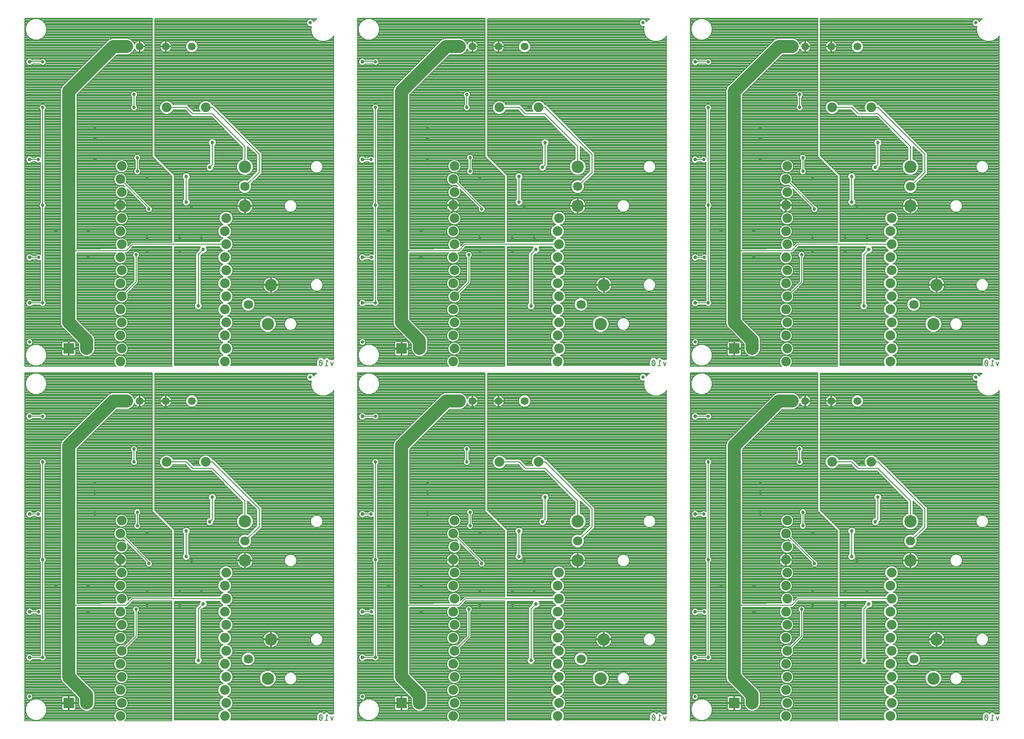
<source format=gbl>
G75*
%MOIN*%
%OFA0B0*%
%FSLAX25Y25*%
%IPPOS*%
%LPD*%
%AMOC8*
5,1,8,0,0,1.08239X$1,22.5*
%
%ADD10C,0.00800*%
%ADD11C,0.07400*%
%ADD12C,0.05906*%
%ADD13C,0.07087*%
%ADD14C,0.09450*%
%ADD15R,0.08000X0.08000*%
%ADD16C,0.08000*%
%ADD17C,0.02500*%
%ADD18C,0.03000*%
%ADD19C,0.02700*%
%ADD20C,0.10000*%
%ADD21C,0.00700*%
D10*
X0030050Y0030150D02*
X0030050Y0297350D01*
X0127650Y0297350D01*
X0127650Y0190750D01*
X0142650Y0175750D01*
X0142650Y0125357D01*
X0111773Y0125357D01*
X0108964Y0122548D01*
X0109057Y0122774D01*
X0109057Y0124726D01*
X0108310Y0126530D01*
X0106930Y0127910D01*
X0105126Y0128657D01*
X0103174Y0128657D01*
X0101370Y0127910D01*
X0099990Y0126530D01*
X0099243Y0124726D01*
X0099243Y0122774D01*
X0099990Y0120970D01*
X0100403Y0120557D01*
X0088184Y0120557D01*
X0087984Y0120357D01*
X0069857Y0120357D01*
X0069857Y0238699D01*
X0100512Y0269354D01*
X0109176Y0269354D01*
X0111457Y0270299D01*
X0113203Y0272045D01*
X0113941Y0273825D01*
X0114219Y0273280D01*
X0114621Y0272725D01*
X0115106Y0272241D01*
X0115660Y0271838D01*
X0116270Y0271527D01*
X0116922Y0271315D01*
X0117541Y0271217D01*
X0117541Y0275161D01*
X0118341Y0275161D01*
X0118341Y0271217D01*
X0118961Y0271315D01*
X0119612Y0271527D01*
X0120223Y0271838D01*
X0120777Y0272241D01*
X0121261Y0272725D01*
X0121664Y0273280D01*
X0121975Y0273890D01*
X0122187Y0274542D01*
X0122285Y0275161D01*
X0118341Y0275161D01*
X0118341Y0275961D01*
X0117541Y0275961D01*
X0117541Y0279905D01*
X0116922Y0279807D01*
X0116270Y0279595D01*
X0115660Y0279284D01*
X0115106Y0278881D01*
X0114621Y0278397D01*
X0114219Y0277842D01*
X0113941Y0277297D01*
X0113203Y0279077D01*
X0111457Y0280823D01*
X0109176Y0281768D01*
X0096707Y0281768D01*
X0094425Y0280823D01*
X0092679Y0279077D01*
X0058388Y0244786D01*
X0057443Y0242504D01*
X0057443Y0062515D01*
X0058388Y0060234D01*
X0071222Y0047399D01*
X0071222Y0042515D01*
X0072167Y0040234D01*
X0073913Y0038488D01*
X0076195Y0037543D01*
X0078664Y0037543D01*
X0080946Y0038488D01*
X0082692Y0040234D01*
X0083637Y0042515D01*
X0083637Y0051205D01*
X0082692Y0053487D01*
X0080946Y0055233D01*
X0069857Y0066321D01*
X0069857Y0117143D01*
X0089316Y0117143D01*
X0089516Y0117343D01*
X0099803Y0117343D01*
X0098990Y0116530D01*
X0098243Y0114726D01*
X0098243Y0112774D01*
X0098990Y0110970D01*
X0100370Y0109590D01*
X0102174Y0108843D01*
X0104126Y0108843D01*
X0105930Y0109590D01*
X0107310Y0110970D01*
X0108057Y0112774D01*
X0108057Y0114726D01*
X0107310Y0116530D01*
X0106497Y0117343D01*
X0108304Y0117343D01*
X0109245Y0118284D01*
X0113104Y0122143D01*
X0142650Y0122143D01*
X0142650Y0030150D01*
X0106490Y0030150D01*
X0107310Y0030970D01*
X0108057Y0032774D01*
X0108057Y0034726D01*
X0107310Y0036530D01*
X0105930Y0037910D01*
X0104126Y0038657D01*
X0102174Y0038657D01*
X0100370Y0037910D01*
X0098990Y0036530D01*
X0098243Y0034726D01*
X0098243Y0032774D01*
X0098990Y0030970D01*
X0099810Y0030150D01*
X0030050Y0030150D01*
X0030050Y0030347D02*
X0099613Y0030347D01*
X0098917Y0031146D02*
X0041458Y0031146D01*
X0040261Y0030650D02*
X0043238Y0031883D01*
X0043238Y0031883D01*
X0045517Y0034162D01*
X0046750Y0037139D01*
X0046750Y0040361D01*
X0045517Y0043338D01*
X0045517Y0043338D01*
X0043238Y0045617D01*
X0040261Y0046850D01*
X0037039Y0046850D01*
X0034062Y0045617D01*
X0034062Y0045617D01*
X0031783Y0043338D01*
X0030550Y0040361D01*
X0030550Y0037139D01*
X0031783Y0034162D01*
X0034062Y0031883D01*
X0037039Y0030650D01*
X0038981Y0030650D01*
X0040261Y0030650D01*
X0040261Y0030650D01*
X0043299Y0031944D02*
X0098587Y0031944D01*
X0098256Y0032743D02*
X0044098Y0032743D01*
X0044896Y0033541D02*
X0098243Y0033541D01*
X0098243Y0034340D02*
X0045591Y0034340D01*
X0045517Y0034162D02*
X0045517Y0034162D01*
X0045921Y0035138D02*
X0098414Y0035138D01*
X0098744Y0035937D02*
X0046252Y0035937D01*
X0046583Y0036735D02*
X0099195Y0036735D01*
X0099994Y0037534D02*
X0046750Y0037534D01*
X0046750Y0038332D02*
X0074289Y0038332D01*
X0073271Y0039131D02*
X0068909Y0039131D01*
X0068955Y0039210D02*
X0069050Y0039566D01*
X0069050Y0043350D01*
X0064050Y0043350D01*
X0064050Y0044150D01*
X0069050Y0044150D01*
X0069050Y0047934D01*
X0068955Y0048290D01*
X0068770Y0048610D01*
X0068510Y0048870D01*
X0068190Y0049055D01*
X0067834Y0049150D01*
X0064050Y0049150D01*
X0064050Y0044150D01*
X0063250Y0044150D01*
X0063250Y0049150D01*
X0059466Y0049150D01*
X0059110Y0049055D01*
X0058790Y0048870D01*
X0058530Y0048610D01*
X0058345Y0048290D01*
X0058250Y0047934D01*
X0058250Y0044150D01*
X0063250Y0044150D01*
X0063250Y0043350D01*
X0064050Y0043350D01*
X0064050Y0038350D01*
X0067834Y0038350D01*
X0068190Y0038445D01*
X0068510Y0038630D01*
X0068770Y0038890D01*
X0068955Y0039210D01*
X0069050Y0039929D02*
X0072472Y0039929D01*
X0071963Y0040728D02*
X0069050Y0040728D01*
X0069050Y0041526D02*
X0071632Y0041526D01*
X0071301Y0042325D02*
X0069050Y0042325D01*
X0069050Y0043123D02*
X0071222Y0043123D01*
X0071222Y0043922D02*
X0064050Y0043922D01*
X0064050Y0044720D02*
X0063250Y0044720D01*
X0063250Y0043922D02*
X0044933Y0043922D01*
X0045606Y0043123D02*
X0058250Y0043123D01*
X0058250Y0043350D02*
X0058250Y0039566D01*
X0058345Y0039210D01*
X0058530Y0038890D01*
X0058790Y0038630D01*
X0059110Y0038445D01*
X0059466Y0038350D01*
X0063250Y0038350D01*
X0063250Y0043350D01*
X0058250Y0043350D01*
X0058250Y0042325D02*
X0045937Y0042325D01*
X0046267Y0041526D02*
X0058250Y0041526D01*
X0058250Y0040728D02*
X0046598Y0040728D01*
X0046750Y0039929D02*
X0058250Y0039929D01*
X0058391Y0039131D02*
X0046750Y0039131D01*
X0044135Y0044720D02*
X0058250Y0044720D01*
X0058250Y0045519D02*
X0043336Y0045519D01*
X0043238Y0045617D02*
X0043238Y0045617D01*
X0041547Y0046317D02*
X0058250Y0046317D01*
X0058250Y0047116D02*
X0035491Y0047116D01*
X0035733Y0047358D02*
X0036107Y0048261D01*
X0036107Y0049239D01*
X0035733Y0050142D01*
X0035042Y0050833D01*
X0034139Y0051207D01*
X0033161Y0051207D01*
X0032258Y0050833D01*
X0031567Y0050142D01*
X0031193Y0049239D01*
X0031193Y0048261D01*
X0031567Y0047358D01*
X0032258Y0046667D01*
X0033161Y0046293D01*
X0034139Y0046293D01*
X0035042Y0046667D01*
X0035733Y0047358D01*
X0035963Y0047914D02*
X0058250Y0047914D01*
X0058633Y0048713D02*
X0036107Y0048713D01*
X0035994Y0049511D02*
X0069111Y0049511D01*
X0068667Y0048713D02*
X0069909Y0048713D01*
X0070708Y0047914D02*
X0069050Y0047914D01*
X0069050Y0047116D02*
X0071222Y0047116D01*
X0071222Y0046317D02*
X0069050Y0046317D01*
X0069050Y0045519D02*
X0071222Y0045519D01*
X0071222Y0044720D02*
X0069050Y0044720D01*
X0064050Y0045519D02*
X0063250Y0045519D01*
X0063250Y0046317D02*
X0064050Y0046317D01*
X0064050Y0047116D02*
X0063250Y0047116D01*
X0063250Y0047914D02*
X0064050Y0047914D01*
X0064050Y0048713D02*
X0063250Y0048713D01*
X0066715Y0051907D02*
X0030050Y0051907D01*
X0030050Y0052705D02*
X0065916Y0052705D01*
X0065118Y0053504D02*
X0030050Y0053504D01*
X0030050Y0054302D02*
X0064319Y0054302D01*
X0063521Y0055101D02*
X0030050Y0055101D01*
X0030050Y0055899D02*
X0062722Y0055899D01*
X0061924Y0056698D02*
X0030050Y0056698D01*
X0030050Y0057496D02*
X0061125Y0057496D01*
X0060327Y0058295D02*
X0030050Y0058295D01*
X0030050Y0059093D02*
X0059528Y0059093D01*
X0058730Y0059892D02*
X0030050Y0059892D01*
X0030050Y0060690D02*
X0058199Y0060690D01*
X0057868Y0061489D02*
X0030050Y0061489D01*
X0030050Y0062287D02*
X0057537Y0062287D01*
X0057443Y0063086D02*
X0030050Y0063086D01*
X0030050Y0063884D02*
X0057443Y0063884D01*
X0057443Y0064683D02*
X0030050Y0064683D01*
X0030050Y0065482D02*
X0057443Y0065482D01*
X0057443Y0066280D02*
X0030050Y0066280D01*
X0030050Y0067079D02*
X0057443Y0067079D01*
X0057443Y0067877D02*
X0030050Y0067877D01*
X0030050Y0068676D02*
X0057443Y0068676D01*
X0057443Y0069474D02*
X0030050Y0069474D01*
X0030050Y0070273D02*
X0057443Y0070273D01*
X0057443Y0071071D02*
X0030050Y0071071D01*
X0030050Y0071870D02*
X0057443Y0071870D01*
X0057443Y0072668D02*
X0030050Y0072668D01*
X0030050Y0073467D02*
X0057443Y0073467D01*
X0057443Y0074265D02*
X0030050Y0074265D01*
X0030050Y0075064D02*
X0057443Y0075064D01*
X0057443Y0075862D02*
X0030050Y0075862D01*
X0030050Y0076661D02*
X0031911Y0076661D01*
X0032117Y0076455D02*
X0033112Y0076043D01*
X0034188Y0076043D01*
X0035183Y0076455D01*
X0035921Y0077193D01*
X0041591Y0077193D01*
X0042202Y0076582D01*
X0043141Y0076193D01*
X0044159Y0076193D01*
X0045098Y0076582D01*
X0045818Y0077302D01*
X0046207Y0078241D01*
X0046207Y0079259D01*
X0045818Y0080198D01*
X0045207Y0080809D01*
X0045207Y0151691D01*
X0045818Y0152302D01*
X0046207Y0153241D01*
X0046207Y0154259D01*
X0045818Y0155198D01*
X0045207Y0155809D01*
X0045207Y0226691D01*
X0045818Y0227302D01*
X0046207Y0228241D01*
X0046207Y0229259D01*
X0045818Y0230198D01*
X0045098Y0230918D01*
X0044159Y0231307D01*
X0043141Y0231307D01*
X0042202Y0230918D01*
X0041482Y0230198D01*
X0041093Y0229259D01*
X0041093Y0228241D01*
X0041482Y0227302D01*
X0042093Y0226691D01*
X0042093Y0190423D01*
X0041598Y0190918D01*
X0040659Y0191307D01*
X0039641Y0191307D01*
X0038702Y0190918D01*
X0038091Y0190307D01*
X0035921Y0190307D01*
X0035183Y0191045D01*
X0034188Y0191457D01*
X0033112Y0191457D01*
X0032117Y0191045D01*
X0031355Y0190283D01*
X0030943Y0189288D01*
X0030943Y0188212D01*
X0031355Y0187217D01*
X0032117Y0186455D01*
X0033112Y0186043D01*
X0034188Y0186043D01*
X0035183Y0186455D01*
X0035921Y0187193D01*
X0038091Y0187193D01*
X0038702Y0186582D01*
X0039641Y0186193D01*
X0040659Y0186193D01*
X0041598Y0186582D01*
X0042093Y0187077D01*
X0042093Y0155809D01*
X0041482Y0155198D01*
X0041093Y0154259D01*
X0041093Y0153241D01*
X0041482Y0152302D01*
X0042093Y0151691D01*
X0042093Y0115920D01*
X0041159Y0116307D01*
X0040141Y0116307D01*
X0039202Y0115918D01*
X0038591Y0115307D01*
X0035921Y0115307D01*
X0035183Y0116045D01*
X0034188Y0116457D01*
X0033112Y0116457D01*
X0032117Y0116045D01*
X0031355Y0115283D01*
X0030943Y0114288D01*
X0030943Y0113212D01*
X0031355Y0112217D01*
X0032117Y0111455D01*
X0033112Y0111043D01*
X0034188Y0111043D01*
X0035183Y0111455D01*
X0035921Y0112193D01*
X0038591Y0112193D01*
X0039202Y0111582D01*
X0040141Y0111193D01*
X0041159Y0111193D01*
X0042093Y0111580D01*
X0042093Y0080809D01*
X0041591Y0080307D01*
X0035921Y0080307D01*
X0035183Y0081045D01*
X0034188Y0081457D01*
X0033112Y0081457D01*
X0032117Y0081045D01*
X0031355Y0080283D01*
X0030943Y0079288D01*
X0030943Y0078212D01*
X0031355Y0077217D01*
X0032117Y0076455D01*
X0031255Y0077459D02*
X0030050Y0077459D01*
X0030050Y0078258D02*
X0030943Y0078258D01*
X0030943Y0079056D02*
X0030050Y0079056D01*
X0030050Y0079855D02*
X0031177Y0079855D01*
X0031725Y0080653D02*
X0030050Y0080653D01*
X0030050Y0081452D02*
X0033099Y0081452D01*
X0034201Y0081452D02*
X0042093Y0081452D01*
X0042093Y0082250D02*
X0030050Y0082250D01*
X0030050Y0083049D02*
X0042093Y0083049D01*
X0042093Y0083847D02*
X0030050Y0083847D01*
X0030050Y0084646D02*
X0042093Y0084646D01*
X0042093Y0085444D02*
X0030050Y0085444D01*
X0030050Y0086243D02*
X0042093Y0086243D01*
X0042093Y0087041D02*
X0030050Y0087041D01*
X0030050Y0087840D02*
X0042093Y0087840D01*
X0042093Y0088638D02*
X0030050Y0088638D01*
X0030050Y0089437D02*
X0042093Y0089437D01*
X0042093Y0090235D02*
X0030050Y0090235D01*
X0030050Y0091034D02*
X0042093Y0091034D01*
X0042093Y0091832D02*
X0030050Y0091832D01*
X0030050Y0092631D02*
X0042093Y0092631D01*
X0042093Y0093429D02*
X0030050Y0093429D01*
X0030050Y0094228D02*
X0042093Y0094228D01*
X0042093Y0095026D02*
X0030050Y0095026D01*
X0030050Y0095825D02*
X0042093Y0095825D01*
X0042093Y0096623D02*
X0030050Y0096623D01*
X0030050Y0097422D02*
X0042093Y0097422D01*
X0042093Y0098220D02*
X0030050Y0098220D01*
X0030050Y0099019D02*
X0042093Y0099019D01*
X0042093Y0099818D02*
X0030050Y0099818D01*
X0030050Y0100616D02*
X0042093Y0100616D01*
X0042093Y0101415D02*
X0030050Y0101415D01*
X0030050Y0102213D02*
X0042093Y0102213D01*
X0042093Y0103012D02*
X0030050Y0103012D01*
X0030050Y0103810D02*
X0042093Y0103810D01*
X0042093Y0104609D02*
X0030050Y0104609D01*
X0030050Y0105407D02*
X0042093Y0105407D01*
X0042093Y0106206D02*
X0030050Y0106206D01*
X0030050Y0107004D02*
X0042093Y0107004D01*
X0042093Y0107803D02*
X0030050Y0107803D01*
X0030050Y0108601D02*
X0042093Y0108601D01*
X0042093Y0109400D02*
X0030050Y0109400D01*
X0030050Y0110198D02*
X0042093Y0110198D01*
X0042093Y0110997D02*
X0030050Y0110997D01*
X0030050Y0111795D02*
X0031776Y0111795D01*
X0031199Y0112594D02*
X0030050Y0112594D01*
X0030050Y0113392D02*
X0030943Y0113392D01*
X0030943Y0114191D02*
X0030050Y0114191D01*
X0030050Y0114989D02*
X0031233Y0114989D01*
X0031859Y0115788D02*
X0030050Y0115788D01*
X0030050Y0116586D02*
X0042093Y0116586D01*
X0042093Y0117385D02*
X0030050Y0117385D01*
X0030050Y0118183D02*
X0042093Y0118183D01*
X0042093Y0118982D02*
X0030050Y0118982D01*
X0030050Y0119780D02*
X0042093Y0119780D01*
X0042093Y0120579D02*
X0030050Y0120579D01*
X0030050Y0121377D02*
X0042093Y0121377D01*
X0042093Y0122176D02*
X0030050Y0122176D01*
X0030050Y0122974D02*
X0042093Y0122974D01*
X0042093Y0123773D02*
X0030050Y0123773D01*
X0030050Y0124571D02*
X0042093Y0124571D01*
X0042093Y0125370D02*
X0030050Y0125370D01*
X0030050Y0126168D02*
X0042093Y0126168D01*
X0042093Y0126967D02*
X0030050Y0126967D01*
X0030050Y0127765D02*
X0042093Y0127765D01*
X0042093Y0128564D02*
X0030050Y0128564D01*
X0030050Y0129362D02*
X0042093Y0129362D01*
X0042093Y0130161D02*
X0030050Y0130161D01*
X0030050Y0130959D02*
X0042093Y0130959D01*
X0042093Y0131758D02*
X0030050Y0131758D01*
X0030050Y0132556D02*
X0042093Y0132556D01*
X0042093Y0133355D02*
X0030050Y0133355D01*
X0030050Y0134153D02*
X0042093Y0134153D01*
X0042093Y0134952D02*
X0030050Y0134952D01*
X0030050Y0135751D02*
X0042093Y0135751D01*
X0042093Y0136549D02*
X0030050Y0136549D01*
X0030050Y0137348D02*
X0042093Y0137348D01*
X0042093Y0138146D02*
X0030050Y0138146D01*
X0030050Y0138945D02*
X0042093Y0138945D01*
X0042093Y0139743D02*
X0030050Y0139743D01*
X0030050Y0140542D02*
X0042093Y0140542D01*
X0042093Y0141340D02*
X0030050Y0141340D01*
X0030050Y0142139D02*
X0042093Y0142139D01*
X0042093Y0142937D02*
X0030050Y0142937D01*
X0030050Y0143736D02*
X0042093Y0143736D01*
X0042093Y0144534D02*
X0030050Y0144534D01*
X0030050Y0145333D02*
X0042093Y0145333D01*
X0042093Y0146131D02*
X0030050Y0146131D01*
X0030050Y0146930D02*
X0042093Y0146930D01*
X0042093Y0147728D02*
X0030050Y0147728D01*
X0030050Y0148527D02*
X0042093Y0148527D01*
X0042093Y0149325D02*
X0030050Y0149325D01*
X0030050Y0150124D02*
X0042093Y0150124D01*
X0042093Y0150922D02*
X0030050Y0150922D01*
X0030050Y0151721D02*
X0042063Y0151721D01*
X0041392Y0152519D02*
X0030050Y0152519D01*
X0030050Y0153318D02*
X0041093Y0153318D01*
X0041093Y0154116D02*
X0030050Y0154116D01*
X0030050Y0154915D02*
X0041365Y0154915D01*
X0041997Y0155713D02*
X0030050Y0155713D01*
X0030050Y0156512D02*
X0042093Y0156512D01*
X0042093Y0157310D02*
X0030050Y0157310D01*
X0030050Y0158109D02*
X0042093Y0158109D01*
X0042093Y0158907D02*
X0030050Y0158907D01*
X0030050Y0159706D02*
X0042093Y0159706D01*
X0042093Y0160504D02*
X0030050Y0160504D01*
X0030050Y0161303D02*
X0042093Y0161303D01*
X0042093Y0162101D02*
X0030050Y0162101D01*
X0030050Y0162900D02*
X0042093Y0162900D01*
X0042093Y0163698D02*
X0030050Y0163698D01*
X0030050Y0164497D02*
X0042093Y0164497D01*
X0042093Y0165295D02*
X0030050Y0165295D01*
X0030050Y0166094D02*
X0042093Y0166094D01*
X0042093Y0166892D02*
X0030050Y0166892D01*
X0030050Y0167691D02*
X0042093Y0167691D01*
X0042093Y0168489D02*
X0030050Y0168489D01*
X0030050Y0169288D02*
X0042093Y0169288D01*
X0042093Y0170087D02*
X0030050Y0170087D01*
X0030050Y0170885D02*
X0042093Y0170885D01*
X0042093Y0171684D02*
X0030050Y0171684D01*
X0030050Y0172482D02*
X0042093Y0172482D01*
X0042093Y0173281D02*
X0030050Y0173281D01*
X0030050Y0174079D02*
X0042093Y0174079D01*
X0042093Y0174878D02*
X0030050Y0174878D01*
X0030050Y0175676D02*
X0042093Y0175676D01*
X0042093Y0176475D02*
X0030050Y0176475D01*
X0030050Y0177273D02*
X0042093Y0177273D01*
X0042093Y0178072D02*
X0030050Y0178072D01*
X0030050Y0178870D02*
X0042093Y0178870D01*
X0042093Y0179669D02*
X0030050Y0179669D01*
X0030050Y0180467D02*
X0042093Y0180467D01*
X0042093Y0181266D02*
X0030050Y0181266D01*
X0030050Y0182064D02*
X0042093Y0182064D01*
X0042093Y0182863D02*
X0030050Y0182863D01*
X0030050Y0183661D02*
X0042093Y0183661D01*
X0042093Y0184460D02*
X0030050Y0184460D01*
X0030050Y0185258D02*
X0042093Y0185258D01*
X0042093Y0186057D02*
X0034222Y0186057D01*
X0033078Y0186057D02*
X0030050Y0186057D01*
X0030050Y0186855D02*
X0031716Y0186855D01*
X0031174Y0187654D02*
X0030050Y0187654D01*
X0030050Y0188452D02*
X0030943Y0188452D01*
X0030943Y0189251D02*
X0030050Y0189251D01*
X0030050Y0190049D02*
X0031258Y0190049D01*
X0031919Y0190848D02*
X0030050Y0190848D01*
X0030050Y0191646D02*
X0042093Y0191646D01*
X0042093Y0190848D02*
X0041668Y0190848D01*
X0042093Y0192445D02*
X0030050Y0192445D01*
X0030050Y0193243D02*
X0042093Y0193243D01*
X0042093Y0194042D02*
X0030050Y0194042D01*
X0030050Y0194840D02*
X0042093Y0194840D01*
X0042093Y0195639D02*
X0030050Y0195639D01*
X0030050Y0196437D02*
X0042093Y0196437D01*
X0042093Y0197236D02*
X0030050Y0197236D01*
X0030050Y0198034D02*
X0042093Y0198034D01*
X0042093Y0198833D02*
X0030050Y0198833D01*
X0030050Y0199631D02*
X0042093Y0199631D01*
X0042093Y0200430D02*
X0030050Y0200430D01*
X0030050Y0201228D02*
X0042093Y0201228D01*
X0042093Y0202027D02*
X0030050Y0202027D01*
X0030050Y0202825D02*
X0042093Y0202825D01*
X0042093Y0203624D02*
X0030050Y0203624D01*
X0030050Y0204422D02*
X0042093Y0204422D01*
X0042093Y0205221D02*
X0030050Y0205221D01*
X0030050Y0206020D02*
X0042093Y0206020D01*
X0042093Y0206818D02*
X0030050Y0206818D01*
X0030050Y0207617D02*
X0042093Y0207617D01*
X0042093Y0208415D02*
X0030050Y0208415D01*
X0030050Y0209214D02*
X0042093Y0209214D01*
X0042093Y0210012D02*
X0030050Y0210012D01*
X0030050Y0210811D02*
X0042093Y0210811D01*
X0042093Y0211609D02*
X0030050Y0211609D01*
X0030050Y0212408D02*
X0042093Y0212408D01*
X0042093Y0213206D02*
X0030050Y0213206D01*
X0030050Y0214005D02*
X0042093Y0214005D01*
X0042093Y0214803D02*
X0030050Y0214803D01*
X0030050Y0215602D02*
X0042093Y0215602D01*
X0042093Y0216400D02*
X0030050Y0216400D01*
X0030050Y0217199D02*
X0042093Y0217199D01*
X0042093Y0217997D02*
X0030050Y0217997D01*
X0030050Y0218796D02*
X0042093Y0218796D01*
X0042093Y0219594D02*
X0030050Y0219594D01*
X0030050Y0220393D02*
X0042093Y0220393D01*
X0042093Y0221191D02*
X0030050Y0221191D01*
X0030050Y0221990D02*
X0042093Y0221990D01*
X0042093Y0222788D02*
X0030050Y0222788D01*
X0030050Y0223587D02*
X0042093Y0223587D01*
X0042093Y0224385D02*
X0030050Y0224385D01*
X0030050Y0225184D02*
X0042093Y0225184D01*
X0042093Y0225982D02*
X0030050Y0225982D01*
X0030050Y0226781D02*
X0042003Y0226781D01*
X0041367Y0227579D02*
X0030050Y0227579D01*
X0030050Y0228378D02*
X0041093Y0228378D01*
X0041093Y0229176D02*
X0030050Y0229176D01*
X0030050Y0229975D02*
X0041390Y0229975D01*
X0042057Y0230773D02*
X0030050Y0230773D01*
X0030050Y0231572D02*
X0057443Y0231572D01*
X0057443Y0232370D02*
X0030050Y0232370D01*
X0030050Y0233169D02*
X0057443Y0233169D01*
X0057443Y0233967D02*
X0030050Y0233967D01*
X0030050Y0234766D02*
X0057443Y0234766D01*
X0057443Y0235564D02*
X0030050Y0235564D01*
X0030050Y0236363D02*
X0057443Y0236363D01*
X0057443Y0237161D02*
X0030050Y0237161D01*
X0030050Y0237960D02*
X0057443Y0237960D01*
X0057443Y0238758D02*
X0030050Y0238758D01*
X0030050Y0239557D02*
X0057443Y0239557D01*
X0057443Y0240355D02*
X0030050Y0240355D01*
X0030050Y0241154D02*
X0057443Y0241154D01*
X0057443Y0241953D02*
X0030050Y0241953D01*
X0030050Y0242751D02*
X0057545Y0242751D01*
X0057876Y0243550D02*
X0030050Y0243550D01*
X0030050Y0244348D02*
X0058207Y0244348D01*
X0058749Y0245147D02*
X0030050Y0245147D01*
X0030050Y0245945D02*
X0059547Y0245945D01*
X0060346Y0246744D02*
X0030050Y0246744D01*
X0030050Y0247542D02*
X0061144Y0247542D01*
X0061943Y0248341D02*
X0030050Y0248341D01*
X0030050Y0249139D02*
X0062741Y0249139D01*
X0063540Y0249938D02*
X0030050Y0249938D01*
X0030050Y0250736D02*
X0064338Y0250736D01*
X0065137Y0251535D02*
X0030050Y0251535D01*
X0030050Y0252333D02*
X0065935Y0252333D01*
X0066734Y0253132D02*
X0030050Y0253132D01*
X0030050Y0253930D02*
X0067532Y0253930D01*
X0068331Y0254729D02*
X0030050Y0254729D01*
X0030050Y0255527D02*
X0069129Y0255527D01*
X0069928Y0256326D02*
X0030050Y0256326D01*
X0030050Y0257124D02*
X0070726Y0257124D01*
X0071525Y0257923D02*
X0030050Y0257923D01*
X0030050Y0258721D02*
X0072323Y0258721D01*
X0073122Y0259520D02*
X0030050Y0259520D01*
X0030050Y0260318D02*
X0073920Y0260318D01*
X0074719Y0261117D02*
X0034367Y0261117D01*
X0034188Y0261043D02*
X0035183Y0261455D01*
X0035871Y0262143D01*
X0041641Y0262143D01*
X0042202Y0261582D01*
X0043141Y0261193D01*
X0044159Y0261193D01*
X0045098Y0261582D01*
X0045818Y0262302D01*
X0046207Y0263241D01*
X0046207Y0264259D01*
X0045818Y0265198D01*
X0045098Y0265918D01*
X0044159Y0266307D01*
X0043141Y0266307D01*
X0042202Y0265918D01*
X0041641Y0265357D01*
X0035871Y0265357D01*
X0035183Y0266045D01*
X0034188Y0266457D01*
X0033112Y0266457D01*
X0032117Y0266045D01*
X0031355Y0265283D01*
X0030943Y0264288D01*
X0030943Y0263212D01*
X0031355Y0262217D01*
X0032117Y0261455D01*
X0033112Y0261043D01*
X0034188Y0261043D01*
X0032933Y0261117D02*
X0030050Y0261117D01*
X0030050Y0261915D02*
X0031656Y0261915D01*
X0031149Y0262714D02*
X0030050Y0262714D01*
X0030050Y0263512D02*
X0030943Y0263512D01*
X0030952Y0264311D02*
X0030050Y0264311D01*
X0030050Y0265109D02*
X0031283Y0265109D01*
X0031979Y0265908D02*
X0030050Y0265908D01*
X0030050Y0266706D02*
X0080309Y0266706D01*
X0081107Y0267505D02*
X0030050Y0267505D01*
X0030050Y0268303D02*
X0081906Y0268303D01*
X0082704Y0269102D02*
X0030050Y0269102D01*
X0030050Y0269900D02*
X0083503Y0269900D01*
X0084301Y0270699D02*
X0030050Y0270699D01*
X0030050Y0271497D02*
X0085100Y0271497D01*
X0085898Y0272296D02*
X0030050Y0272296D01*
X0030050Y0273094D02*
X0086697Y0273094D01*
X0087495Y0273893D02*
X0030050Y0273893D01*
X0030050Y0274691D02*
X0088294Y0274691D01*
X0089092Y0275490D02*
X0030050Y0275490D01*
X0030050Y0276289D02*
X0089891Y0276289D01*
X0090689Y0277087D02*
X0030050Y0277087D01*
X0030050Y0277886D02*
X0091488Y0277886D01*
X0092286Y0278684D02*
X0030050Y0278684D01*
X0030050Y0279483D02*
X0093085Y0279483D01*
X0092679Y0279077D02*
X0092679Y0279077D01*
X0093883Y0280281D02*
X0030050Y0280281D01*
X0030050Y0281080D02*
X0036002Y0281080D01*
X0037039Y0280650D02*
X0038319Y0280650D01*
X0040261Y0280650D01*
X0043238Y0281883D01*
X0043238Y0281883D01*
X0045517Y0284162D01*
X0046750Y0287139D01*
X0046750Y0290361D01*
X0045517Y0293338D01*
X0043238Y0295617D01*
X0040261Y0296850D01*
X0037039Y0296850D01*
X0034062Y0295617D01*
X0034062Y0295617D01*
X0031783Y0293338D01*
X0030550Y0290361D01*
X0030550Y0287139D01*
X0031783Y0284162D01*
X0034062Y0281883D01*
X0037039Y0280650D01*
X0034074Y0281878D02*
X0030050Y0281878D01*
X0030050Y0282677D02*
X0033268Y0282677D01*
X0034062Y0281883D02*
X0034062Y0281883D01*
X0032470Y0283475D02*
X0030050Y0283475D01*
X0030050Y0284274D02*
X0031737Y0284274D01*
X0031783Y0284162D02*
X0031783Y0284162D01*
X0031406Y0285072D02*
X0030050Y0285072D01*
X0030050Y0285871D02*
X0031075Y0285871D01*
X0030745Y0286669D02*
X0030050Y0286669D01*
X0030050Y0287468D02*
X0030550Y0287468D01*
X0030550Y0288266D02*
X0030050Y0288266D01*
X0030050Y0289065D02*
X0030550Y0289065D01*
X0030550Y0289863D02*
X0030050Y0289863D01*
X0030050Y0290662D02*
X0030674Y0290662D01*
X0031005Y0291460D02*
X0030050Y0291460D01*
X0030050Y0292259D02*
X0031336Y0292259D01*
X0031667Y0293057D02*
X0030050Y0293057D01*
X0030050Y0293856D02*
X0032301Y0293856D01*
X0031783Y0293338D02*
X0031783Y0293338D01*
X0033099Y0294654D02*
X0030050Y0294654D01*
X0030050Y0295453D02*
X0033898Y0295453D01*
X0035593Y0296251D02*
X0030050Y0296251D01*
X0030050Y0297050D02*
X0127650Y0297050D01*
X0127650Y0296251D02*
X0041707Y0296251D01*
X0043238Y0295617D02*
X0043238Y0295617D01*
X0043402Y0295453D02*
X0127650Y0295453D01*
X0127650Y0294654D02*
X0044201Y0294654D01*
X0044999Y0293856D02*
X0127650Y0293856D01*
X0127650Y0293057D02*
X0045633Y0293057D01*
X0045964Y0292259D02*
X0127650Y0292259D01*
X0127650Y0291460D02*
X0046295Y0291460D01*
X0046626Y0290662D02*
X0127650Y0290662D01*
X0127650Y0289863D02*
X0046750Y0289863D01*
X0046750Y0290361D02*
X0046750Y0290361D01*
X0046750Y0289065D02*
X0127650Y0289065D01*
X0127650Y0288266D02*
X0046750Y0288266D01*
X0046750Y0287468D02*
X0127650Y0287468D01*
X0127650Y0286669D02*
X0046555Y0286669D01*
X0046225Y0285871D02*
X0127650Y0285871D01*
X0127650Y0285072D02*
X0045894Y0285072D01*
X0045563Y0284274D02*
X0127650Y0284274D01*
X0127650Y0283475D02*
X0044830Y0283475D01*
X0045517Y0284162D02*
X0045517Y0284162D01*
X0044032Y0282677D02*
X0127650Y0282677D01*
X0127650Y0281878D02*
X0043226Y0281878D01*
X0041298Y0281080D02*
X0095044Y0281080D01*
X0100260Y0269102D02*
X0127650Y0269102D01*
X0127650Y0269900D02*
X0110495Y0269900D01*
X0111857Y0270699D02*
X0127650Y0270699D01*
X0127650Y0271497D02*
X0119521Y0271497D01*
X0118341Y0271497D02*
X0117541Y0271497D01*
X0117541Y0272296D02*
X0118341Y0272296D01*
X0118341Y0273094D02*
X0117541Y0273094D01*
X0117541Y0273893D02*
X0118341Y0273893D01*
X0118341Y0274691D02*
X0117541Y0274691D01*
X0118341Y0275490D02*
X0127650Y0275490D01*
X0127650Y0276289D02*
X0122233Y0276289D01*
X0122187Y0276580D02*
X0121975Y0277232D01*
X0121664Y0277842D01*
X0121261Y0278397D01*
X0120777Y0278881D01*
X0120223Y0279284D01*
X0119612Y0279595D01*
X0118961Y0279807D01*
X0118341Y0279905D01*
X0118341Y0275961D01*
X0122285Y0275961D01*
X0122187Y0276580D01*
X0122022Y0277087D02*
X0127650Y0277087D01*
X0127650Y0277886D02*
X0121633Y0277886D01*
X0120974Y0278684D02*
X0127650Y0278684D01*
X0127650Y0279483D02*
X0119833Y0279483D01*
X0118341Y0279483D02*
X0117541Y0279483D01*
X0117541Y0278684D02*
X0118341Y0278684D01*
X0118341Y0277886D02*
X0117541Y0277886D01*
X0117541Y0277087D02*
X0118341Y0277087D01*
X0118341Y0276289D02*
X0117541Y0276289D01*
X0116050Y0279483D02*
X0112798Y0279483D01*
X0113366Y0278684D02*
X0114909Y0278684D01*
X0114250Y0277886D02*
X0113697Y0277886D01*
X0111999Y0280281D02*
X0127650Y0280281D01*
X0127650Y0281080D02*
X0110838Y0281080D01*
X0113638Y0273094D02*
X0114353Y0273094D01*
X0115051Y0272296D02*
X0113307Y0272296D01*
X0112656Y0271497D02*
X0116362Y0271497D01*
X0120832Y0272296D02*
X0127650Y0272296D01*
X0127650Y0273094D02*
X0121530Y0273094D01*
X0121976Y0273893D02*
X0127650Y0273893D01*
X0127650Y0274691D02*
X0122211Y0274691D01*
X0129650Y0274691D02*
X0133672Y0274691D01*
X0133696Y0274542D02*
X0133907Y0273890D01*
X0134219Y0273280D01*
X0134621Y0272725D01*
X0135106Y0272241D01*
X0135660Y0271838D01*
X0136270Y0271527D01*
X0136922Y0271315D01*
X0137541Y0271217D01*
X0137541Y0275161D01*
X0133598Y0275161D01*
X0133696Y0274542D01*
X0133907Y0273893D02*
X0129650Y0273893D01*
X0129650Y0273094D02*
X0134353Y0273094D01*
X0135051Y0272296D02*
X0129650Y0272296D01*
X0129650Y0271497D02*
X0136362Y0271497D01*
X0137541Y0271497D02*
X0138341Y0271497D01*
X0138341Y0271217D02*
X0138961Y0271315D01*
X0139612Y0271527D01*
X0140223Y0271838D01*
X0140777Y0272241D01*
X0141261Y0272725D01*
X0141664Y0273280D01*
X0141975Y0273890D01*
X0142187Y0274542D01*
X0142285Y0275161D01*
X0138341Y0275161D01*
X0138341Y0271217D01*
X0138341Y0272296D02*
X0137541Y0272296D01*
X0137541Y0273094D02*
X0138341Y0273094D01*
X0138341Y0273893D02*
X0137541Y0273893D01*
X0137541Y0274691D02*
X0138341Y0274691D01*
X0138341Y0275161D02*
X0137541Y0275161D01*
X0137541Y0275961D01*
X0133598Y0275961D01*
X0133696Y0276580D01*
X0133907Y0277232D01*
X0134219Y0277842D01*
X0134621Y0278397D01*
X0135106Y0278881D01*
X0135660Y0279284D01*
X0136270Y0279595D01*
X0136922Y0279807D01*
X0137541Y0279905D01*
X0137541Y0275961D01*
X0138341Y0275961D01*
X0138341Y0279905D01*
X0138961Y0279807D01*
X0139612Y0279595D01*
X0140223Y0279284D01*
X0140777Y0278881D01*
X0141261Y0278397D01*
X0141664Y0277842D01*
X0141975Y0277232D01*
X0142187Y0276580D01*
X0142285Y0275961D01*
X0138341Y0275961D01*
X0138341Y0275161D01*
X0138341Y0275490D02*
X0153389Y0275490D01*
X0153389Y0276289D02*
X0142233Y0276289D01*
X0142022Y0277087D02*
X0153646Y0277087D01*
X0153389Y0276467D02*
X0153389Y0274655D01*
X0154082Y0272982D01*
X0155362Y0271701D01*
X0157036Y0271008D01*
X0158847Y0271008D01*
X0160520Y0271701D01*
X0161801Y0272982D01*
X0162494Y0274655D01*
X0162494Y0276467D01*
X0161801Y0278140D01*
X0160520Y0279421D01*
X0158847Y0280114D01*
X0157036Y0280114D01*
X0155362Y0279421D01*
X0154082Y0278140D01*
X0153389Y0276467D01*
X0153976Y0277886D02*
X0141633Y0277886D01*
X0140974Y0278684D02*
X0154626Y0278684D01*
X0155512Y0279483D02*
X0139833Y0279483D01*
X0138341Y0279483D02*
X0137541Y0279483D01*
X0137541Y0278684D02*
X0138341Y0278684D01*
X0138341Y0277886D02*
X0137541Y0277886D01*
X0137541Y0277087D02*
X0138341Y0277087D01*
X0138341Y0276289D02*
X0137541Y0276289D01*
X0137541Y0275490D02*
X0129650Y0275490D01*
X0129650Y0276289D02*
X0133650Y0276289D01*
X0133860Y0277087D02*
X0129650Y0277087D01*
X0129650Y0277886D02*
X0134250Y0277886D01*
X0134909Y0278684D02*
X0129650Y0278684D01*
X0129650Y0279483D02*
X0136050Y0279483D01*
X0129650Y0280281D02*
X0254727Y0280281D01*
X0253928Y0280572D02*
X0257010Y0279450D01*
X0260290Y0279450D01*
X0263372Y0280572D01*
X0265884Y0282680D01*
X0266650Y0284006D01*
X0266650Y0035425D01*
X0266097Y0035609D01*
X0265317Y0035219D01*
X0264537Y0035609D01*
X0263818Y0035370D01*
X0262603Y0036343D01*
X0262095Y0036850D01*
X0261968Y0036850D01*
X0261869Y0036929D01*
X0261156Y0036850D01*
X0260438Y0036850D01*
X0260349Y0036760D01*
X0260222Y0036746D01*
X0259774Y0036186D01*
X0259267Y0035678D01*
X0259267Y0035552D01*
X0259260Y0035543D01*
X0259178Y0035783D01*
X0257684Y0036850D01*
X0255849Y0036850D01*
X0254356Y0035783D01*
X0254125Y0035112D01*
X0253937Y0034961D01*
X0253900Y0034625D01*
X0253600Y0034010D01*
X0253600Y0031490D01*
X0253961Y0030750D01*
X0187644Y0030750D01*
X0188450Y0032696D01*
X0188450Y0034804D01*
X0187643Y0036752D01*
X0186152Y0038243D01*
X0185428Y0038543D01*
X0187152Y0039257D01*
X0188643Y0040748D01*
X0189450Y0042696D01*
X0189450Y0044804D01*
X0188643Y0046752D01*
X0187152Y0048243D01*
X0185428Y0048957D01*
X0186152Y0049257D01*
X0187643Y0050748D01*
X0188450Y0052696D01*
X0188450Y0054804D01*
X0187643Y0056752D01*
X0186152Y0058243D01*
X0185428Y0058543D01*
X0187152Y0059257D01*
X0188643Y0060748D01*
X0189450Y0062696D01*
X0189450Y0064804D01*
X0188643Y0066752D01*
X0187152Y0068243D01*
X0185428Y0068957D01*
X0186152Y0069257D01*
X0187643Y0070748D01*
X0188450Y0072696D01*
X0188450Y0074804D01*
X0187643Y0076752D01*
X0186152Y0078243D01*
X0185428Y0078543D01*
X0187152Y0079257D01*
X0188643Y0080748D01*
X0189450Y0082696D01*
X0189450Y0084804D01*
X0188643Y0086752D01*
X0187152Y0088243D01*
X0185428Y0088957D01*
X0186152Y0089257D01*
X0187643Y0090748D01*
X0188450Y0092696D01*
X0188450Y0094804D01*
X0187643Y0096752D01*
X0186152Y0098243D01*
X0185428Y0098543D01*
X0187152Y0099257D01*
X0188643Y0100748D01*
X0189450Y0102696D01*
X0189450Y0104804D01*
X0188643Y0106752D01*
X0187152Y0108243D01*
X0185428Y0108957D01*
X0186152Y0109257D01*
X0187643Y0110748D01*
X0188450Y0112696D01*
X0188450Y0114804D01*
X0187643Y0116752D01*
X0186152Y0118243D01*
X0185428Y0118543D01*
X0187152Y0119257D01*
X0188643Y0120748D01*
X0189450Y0122696D01*
X0189450Y0124804D01*
X0188643Y0126752D01*
X0187152Y0128243D01*
X0185428Y0128957D01*
X0186152Y0129257D01*
X0187643Y0130748D01*
X0188450Y0132696D01*
X0188450Y0134804D01*
X0187643Y0136752D01*
X0186152Y0138243D01*
X0185428Y0138543D01*
X0187152Y0139257D01*
X0188643Y0140748D01*
X0189450Y0142696D01*
X0189450Y0144804D01*
X0188643Y0146752D01*
X0187152Y0148243D01*
X0185204Y0149050D01*
X0183096Y0149050D01*
X0181148Y0148243D01*
X0179657Y0146752D01*
X0178850Y0144804D01*
X0178850Y0142696D01*
X0179657Y0140748D01*
X0181148Y0139257D01*
X0181872Y0138957D01*
X0180148Y0138243D01*
X0178657Y0136752D01*
X0177850Y0134804D01*
X0177850Y0132696D01*
X0178657Y0130748D01*
X0180148Y0129257D01*
X0181872Y0128543D01*
X0181148Y0128243D01*
X0179657Y0126752D01*
X0179242Y0125750D01*
X0144650Y0125750D01*
X0144650Y0176750D01*
X0129650Y0191750D01*
X0129650Y0296750D01*
X0253716Y0296750D01*
X0251416Y0294820D01*
X0251343Y0294695D01*
X0251066Y0295364D01*
X0250264Y0296166D01*
X0249217Y0296600D01*
X0248083Y0296600D01*
X0247036Y0296166D01*
X0246234Y0295364D01*
X0245800Y0294317D01*
X0245800Y0293183D01*
X0246234Y0292136D01*
X0247036Y0291334D01*
X0248083Y0290900D01*
X0249217Y0290900D01*
X0249615Y0291065D01*
X0249207Y0288750D01*
X0249776Y0285520D01*
X0251416Y0282680D01*
X0251416Y0282680D01*
X0253928Y0280572D01*
X0253928Y0280572D01*
X0253323Y0281080D02*
X0129650Y0281080D01*
X0129650Y0281878D02*
X0252371Y0281878D01*
X0251420Y0282677D02*
X0129650Y0282677D01*
X0129650Y0283475D02*
X0250957Y0283475D01*
X0250496Y0284274D02*
X0129650Y0284274D01*
X0129650Y0285072D02*
X0250035Y0285072D01*
X0249776Y0285520D02*
X0249776Y0285520D01*
X0249714Y0285871D02*
X0129650Y0285871D01*
X0129650Y0286669D02*
X0249573Y0286669D01*
X0249433Y0287468D02*
X0129650Y0287468D01*
X0129650Y0288266D02*
X0249292Y0288266D01*
X0249207Y0288750D02*
X0249207Y0288750D01*
X0249262Y0289065D02*
X0129650Y0289065D01*
X0129650Y0289863D02*
X0249403Y0289863D01*
X0249544Y0290662D02*
X0129650Y0290662D01*
X0129650Y0291460D02*
X0246909Y0291460D01*
X0246183Y0292259D02*
X0129650Y0292259D01*
X0129650Y0293057D02*
X0245852Y0293057D01*
X0245800Y0293856D02*
X0129650Y0293856D01*
X0129650Y0294654D02*
X0245940Y0294654D01*
X0246322Y0295453D02*
X0129650Y0295453D01*
X0129650Y0296251D02*
X0247241Y0296251D01*
X0250059Y0296251D02*
X0253121Y0296251D01*
X0252170Y0295453D02*
X0250978Y0295453D01*
X0251416Y0294820D02*
X0251416Y0294820D01*
X0251416Y0294820D01*
X0253961Y0302750D02*
X0187644Y0302750D01*
X0188450Y0304696D01*
X0188450Y0306804D01*
X0187643Y0308752D01*
X0186152Y0310243D01*
X0185428Y0310543D01*
X0187152Y0311257D01*
X0188643Y0312748D01*
X0189450Y0314696D01*
X0189450Y0316804D01*
X0188643Y0318752D01*
X0187152Y0320243D01*
X0185428Y0320957D01*
X0186152Y0321257D01*
X0187643Y0322748D01*
X0188450Y0324696D01*
X0188450Y0326804D01*
X0187643Y0328752D01*
X0186152Y0330243D01*
X0185428Y0330543D01*
X0187152Y0331257D01*
X0188643Y0332748D01*
X0189450Y0334696D01*
X0189450Y0336804D01*
X0188643Y0338752D01*
X0187152Y0340243D01*
X0185428Y0340957D01*
X0186152Y0341257D01*
X0187643Y0342748D01*
X0188450Y0344696D01*
X0188450Y0346804D01*
X0187643Y0348752D01*
X0186152Y0350243D01*
X0185428Y0350543D01*
X0187152Y0351257D01*
X0188643Y0352748D01*
X0189450Y0354696D01*
X0189450Y0356804D01*
X0188643Y0358752D01*
X0187152Y0360243D01*
X0185428Y0360957D01*
X0186152Y0361257D01*
X0187643Y0362748D01*
X0188450Y0364696D01*
X0188450Y0366804D01*
X0187643Y0368752D01*
X0186152Y0370243D01*
X0185428Y0370543D01*
X0187152Y0371257D01*
X0188643Y0372748D01*
X0189450Y0374696D01*
X0189450Y0376804D01*
X0188643Y0378752D01*
X0187152Y0380243D01*
X0185428Y0380957D01*
X0186152Y0381257D01*
X0187643Y0382748D01*
X0188450Y0384696D01*
X0188450Y0386804D01*
X0187643Y0388752D01*
X0186152Y0390243D01*
X0185428Y0390543D01*
X0187152Y0391257D01*
X0188643Y0392748D01*
X0189450Y0394696D01*
X0189450Y0396804D01*
X0188643Y0398752D01*
X0187152Y0400243D01*
X0185428Y0400957D01*
X0186152Y0401257D01*
X0187643Y0402748D01*
X0188450Y0404696D01*
X0188450Y0406804D01*
X0187643Y0408752D01*
X0186152Y0410243D01*
X0185428Y0410543D01*
X0187152Y0411257D01*
X0188643Y0412748D01*
X0189450Y0414696D01*
X0189450Y0416804D01*
X0188643Y0418752D01*
X0187152Y0420243D01*
X0185204Y0421050D01*
X0183096Y0421050D01*
X0181148Y0420243D01*
X0179657Y0418752D01*
X0178850Y0416804D01*
X0178850Y0414696D01*
X0179657Y0412748D01*
X0181148Y0411257D01*
X0181872Y0410957D01*
X0180148Y0410243D01*
X0178657Y0408752D01*
X0177850Y0406804D01*
X0177850Y0404696D01*
X0178657Y0402748D01*
X0180148Y0401257D01*
X0181872Y0400543D01*
X0181148Y0400243D01*
X0179657Y0398752D01*
X0179242Y0397750D01*
X0144650Y0397750D01*
X0144650Y0448750D01*
X0129650Y0463750D01*
X0129650Y0568750D01*
X0253716Y0568750D01*
X0251416Y0566820D01*
X0251343Y0566695D01*
X0251066Y0567364D01*
X0250264Y0568166D01*
X0249217Y0568600D01*
X0248083Y0568600D01*
X0247036Y0568166D01*
X0246234Y0567364D01*
X0245800Y0566317D01*
X0245800Y0565183D01*
X0246234Y0564136D01*
X0247036Y0563334D01*
X0248083Y0562900D01*
X0249217Y0562900D01*
X0249615Y0563065D01*
X0249207Y0560750D01*
X0249776Y0557520D01*
X0251416Y0554680D01*
X0251416Y0554680D01*
X0253928Y0552572D01*
X0257010Y0551450D01*
X0260290Y0551450D01*
X0263372Y0552572D01*
X0265884Y0554680D01*
X0266650Y0556006D01*
X0266650Y0307425D01*
X0266097Y0307609D01*
X0265317Y0307219D01*
X0264537Y0307609D01*
X0263818Y0307370D01*
X0262603Y0308343D01*
X0262095Y0308850D01*
X0261968Y0308850D01*
X0261869Y0308929D01*
X0261156Y0308850D01*
X0260438Y0308850D01*
X0260349Y0308760D01*
X0260222Y0308746D01*
X0259774Y0308186D01*
X0259267Y0307678D01*
X0259267Y0307552D01*
X0259260Y0307543D01*
X0259178Y0307783D01*
X0257684Y0308850D01*
X0255849Y0308850D01*
X0254356Y0307783D01*
X0254125Y0307112D01*
X0253937Y0306961D01*
X0253900Y0306625D01*
X0253600Y0306010D01*
X0253600Y0303490D01*
X0253961Y0302750D01*
X0253625Y0303438D02*
X0187929Y0303438D01*
X0188260Y0304236D02*
X0253600Y0304236D01*
X0253600Y0305035D02*
X0188450Y0305035D01*
X0188450Y0305833D02*
X0253600Y0305833D01*
X0253901Y0306632D02*
X0188450Y0306632D01*
X0188191Y0307430D02*
X0254235Y0307430D01*
X0254356Y0307783D02*
X0254356Y0307783D01*
X0254356Y0307783D01*
X0254980Y0308229D02*
X0187860Y0308229D01*
X0187368Y0309027D02*
X0266650Y0309027D01*
X0266650Y0308229D02*
X0262745Y0308229D01*
X0263743Y0307430D02*
X0264000Y0307430D01*
X0264895Y0307430D02*
X0265739Y0307430D01*
X0266633Y0307430D02*
X0266650Y0307430D01*
X0266250Y0305450D02*
X0265317Y0302650D01*
X0264383Y0305450D01*
X0262433Y0305917D02*
X0261267Y0306850D01*
X0261267Y0302650D01*
X0262433Y0302650D02*
X0260100Y0302650D01*
X0255950Y0303233D02*
X0255902Y0303335D01*
X0255858Y0303438D01*
X0255817Y0303542D01*
X0255780Y0303648D01*
X0255746Y0303755D01*
X0255716Y0303863D01*
X0255689Y0303972D01*
X0255665Y0304081D01*
X0255645Y0304192D01*
X0255629Y0304303D01*
X0255616Y0304414D01*
X0255607Y0304526D01*
X0255602Y0304638D01*
X0255600Y0304750D01*
X0257933Y0304750D02*
X0257931Y0304862D01*
X0257926Y0304974D01*
X0257917Y0305086D01*
X0257904Y0305197D01*
X0257888Y0305308D01*
X0257868Y0305419D01*
X0257844Y0305528D01*
X0257817Y0305637D01*
X0257787Y0305745D01*
X0257753Y0305852D01*
X0257716Y0305958D01*
X0257675Y0306062D01*
X0257631Y0306165D01*
X0257583Y0306267D01*
X0257563Y0306320D01*
X0257540Y0306371D01*
X0257513Y0306420D01*
X0257483Y0306468D01*
X0257450Y0306514D01*
X0257415Y0306557D01*
X0257376Y0306598D01*
X0257335Y0306637D01*
X0257291Y0306672D01*
X0257245Y0306705D01*
X0257198Y0306735D01*
X0257148Y0306761D01*
X0257096Y0306785D01*
X0257044Y0306804D01*
X0256990Y0306821D01*
X0256935Y0306833D01*
X0256879Y0306843D01*
X0256823Y0306848D01*
X0256767Y0306850D01*
X0256711Y0306848D01*
X0256655Y0306843D01*
X0256599Y0306833D01*
X0256544Y0306821D01*
X0256490Y0306804D01*
X0256438Y0306785D01*
X0256386Y0306761D01*
X0256336Y0306735D01*
X0256289Y0306705D01*
X0256243Y0306673D01*
X0256199Y0306637D01*
X0256158Y0306598D01*
X0256119Y0306557D01*
X0256084Y0306514D01*
X0256051Y0306468D01*
X0256021Y0306420D01*
X0255994Y0306371D01*
X0255971Y0306320D01*
X0255951Y0306267D01*
X0255833Y0305917D02*
X0257700Y0303583D01*
X0256767Y0302650D02*
X0256711Y0302652D01*
X0256655Y0302657D01*
X0256599Y0302667D01*
X0256544Y0302679D01*
X0256490Y0302696D01*
X0256438Y0302715D01*
X0256386Y0302739D01*
X0256336Y0302765D01*
X0256289Y0302795D01*
X0256243Y0302827D01*
X0256199Y0302863D01*
X0256158Y0302902D01*
X0256119Y0302943D01*
X0256084Y0302986D01*
X0256051Y0303032D01*
X0256021Y0303080D01*
X0255994Y0303129D01*
X0255971Y0303180D01*
X0255951Y0303233D01*
X0256767Y0302650D02*
X0256823Y0302652D01*
X0256879Y0302657D01*
X0256935Y0302667D01*
X0256990Y0302679D01*
X0257044Y0302696D01*
X0257096Y0302715D01*
X0257148Y0302739D01*
X0257198Y0302765D01*
X0257245Y0302795D01*
X0257291Y0302827D01*
X0257335Y0302863D01*
X0257376Y0302902D01*
X0257415Y0302943D01*
X0257450Y0302986D01*
X0257483Y0303032D01*
X0257513Y0303080D01*
X0257540Y0303129D01*
X0257563Y0303180D01*
X0257583Y0303233D01*
X0255600Y0304750D02*
X0255602Y0304862D01*
X0255607Y0304974D01*
X0255616Y0305086D01*
X0255629Y0305197D01*
X0255645Y0305308D01*
X0255665Y0305419D01*
X0255689Y0305528D01*
X0255716Y0305637D01*
X0255746Y0305745D01*
X0255780Y0305852D01*
X0255817Y0305958D01*
X0255858Y0306062D01*
X0255902Y0306165D01*
X0255950Y0306267D01*
X0257933Y0304750D02*
X0257931Y0304638D01*
X0257926Y0304526D01*
X0257917Y0304414D01*
X0257904Y0304303D01*
X0257888Y0304192D01*
X0257868Y0304081D01*
X0257844Y0303972D01*
X0257817Y0303863D01*
X0257787Y0303755D01*
X0257753Y0303648D01*
X0257716Y0303542D01*
X0257675Y0303438D01*
X0257631Y0303335D01*
X0257583Y0303233D01*
X0259178Y0307783D02*
X0259178Y0307783D01*
X0258554Y0308229D02*
X0259809Y0308229D01*
X0266650Y0309826D02*
X0186569Y0309826D01*
X0185625Y0310624D02*
X0266650Y0310624D01*
X0266650Y0311423D02*
X0187318Y0311423D01*
X0188117Y0312222D02*
X0266650Y0312222D01*
X0266650Y0313020D02*
X0188756Y0313020D01*
X0189087Y0313819D02*
X0266650Y0313819D01*
X0266650Y0314617D02*
X0189417Y0314617D01*
X0189450Y0315416D02*
X0266650Y0315416D01*
X0266650Y0316214D02*
X0189450Y0316214D01*
X0189364Y0317013D02*
X0266650Y0317013D01*
X0266650Y0317811D02*
X0189033Y0317811D01*
X0188702Y0318610D02*
X0266650Y0318610D01*
X0266650Y0319408D02*
X0187987Y0319408D01*
X0187189Y0320207D02*
X0266650Y0320207D01*
X0266650Y0321005D02*
X0185544Y0321005D01*
X0186699Y0321804D02*
X0266650Y0321804D01*
X0266650Y0322602D02*
X0187497Y0322602D01*
X0187914Y0323401D02*
X0266650Y0323401D01*
X0266650Y0324199D02*
X0188244Y0324199D01*
X0188450Y0324998D02*
X0266650Y0324998D01*
X0266650Y0325796D02*
X0188450Y0325796D01*
X0188450Y0326595D02*
X0266650Y0326595D01*
X0266650Y0327393D02*
X0188206Y0327393D01*
X0187875Y0328192D02*
X0266650Y0328192D01*
X0266650Y0328990D02*
X0218896Y0328990D01*
X0219733Y0329337D02*
X0221512Y0331116D01*
X0222475Y0333441D01*
X0222475Y0335957D01*
X0221512Y0338282D01*
X0219733Y0340061D01*
X0217408Y0341024D01*
X0214892Y0341024D01*
X0212567Y0340061D01*
X0210788Y0338282D01*
X0209825Y0335957D01*
X0209825Y0333441D01*
X0210788Y0331116D01*
X0212567Y0329337D01*
X0214892Y0328374D01*
X0217408Y0328374D01*
X0219733Y0329337D01*
X0220185Y0329789D02*
X0266650Y0329789D01*
X0266650Y0330587D02*
X0236136Y0330587D01*
X0236341Y0330672D02*
X0237677Y0332008D01*
X0238400Y0333754D01*
X0238400Y0335644D01*
X0237677Y0337389D01*
X0236341Y0338726D01*
X0234595Y0339449D01*
X0232705Y0339449D01*
X0230959Y0338726D01*
X0229623Y0337389D01*
X0228900Y0335644D01*
X0228900Y0333754D01*
X0229623Y0332008D01*
X0230959Y0330672D01*
X0232705Y0329949D01*
X0234595Y0329949D01*
X0236341Y0330672D01*
X0237054Y0331386D02*
X0266650Y0331386D01*
X0266650Y0332184D02*
X0237750Y0332184D01*
X0238081Y0332983D02*
X0266650Y0332983D01*
X0266650Y0333781D02*
X0238400Y0333781D01*
X0238400Y0334580D02*
X0266650Y0334580D01*
X0266650Y0335378D02*
X0238400Y0335378D01*
X0238179Y0336177D02*
X0266650Y0336177D01*
X0266650Y0336975D02*
X0237848Y0336975D01*
X0237292Y0337774D02*
X0266650Y0337774D01*
X0266650Y0338572D02*
X0236494Y0338572D01*
X0234783Y0339371D02*
X0266650Y0339371D01*
X0266650Y0340169D02*
X0219471Y0340169D01*
X0220423Y0339371D02*
X0232517Y0339371D01*
X0230806Y0338572D02*
X0221221Y0338572D01*
X0221722Y0337774D02*
X0230008Y0337774D01*
X0229452Y0336975D02*
X0222053Y0336975D01*
X0222384Y0336177D02*
X0229121Y0336177D01*
X0228900Y0335378D02*
X0222475Y0335378D01*
X0222475Y0334580D02*
X0228900Y0334580D01*
X0228900Y0333781D02*
X0222475Y0333781D01*
X0222285Y0332983D02*
X0229219Y0332983D01*
X0229550Y0332184D02*
X0221955Y0332184D01*
X0221624Y0331386D02*
X0230246Y0331386D01*
X0231164Y0330587D02*
X0220983Y0330587D01*
X0213404Y0328990D02*
X0187405Y0328990D01*
X0186607Y0329789D02*
X0212115Y0329789D01*
X0211317Y0330587D02*
X0185536Y0330587D01*
X0187281Y0331386D02*
X0210676Y0331386D01*
X0210345Y0332184D02*
X0188080Y0332184D01*
X0188740Y0332983D02*
X0210015Y0332983D01*
X0209825Y0333781D02*
X0189071Y0333781D01*
X0189402Y0334580D02*
X0209825Y0334580D01*
X0209825Y0335378D02*
X0189450Y0335378D01*
X0189450Y0336177D02*
X0209916Y0336177D01*
X0210247Y0336975D02*
X0189379Y0336975D01*
X0189048Y0337774D02*
X0210578Y0337774D01*
X0211079Y0338572D02*
X0188718Y0338572D01*
X0188024Y0339371D02*
X0211877Y0339371D01*
X0212829Y0340169D02*
X0187226Y0340169D01*
X0186662Y0341766D02*
X0266650Y0341766D01*
X0266650Y0340968D02*
X0217543Y0340968D01*
X0214757Y0340968D02*
X0185455Y0340968D01*
X0187460Y0342565D02*
X0266650Y0342565D01*
X0266650Y0343363D02*
X0187898Y0343363D01*
X0188229Y0344162D02*
X0266650Y0344162D01*
X0266650Y0344960D02*
X0203151Y0344960D01*
X0204063Y0345339D02*
X0205510Y0346785D01*
X0206293Y0348676D01*
X0206293Y0350722D01*
X0205510Y0352612D01*
X0204063Y0354059D01*
X0202173Y0354842D01*
X0200127Y0354842D01*
X0198237Y0354059D01*
X0196790Y0352612D01*
X0196007Y0350722D01*
X0196007Y0348676D01*
X0196790Y0346785D01*
X0198237Y0345339D01*
X0200127Y0344556D01*
X0202173Y0344556D01*
X0204063Y0345339D01*
X0204484Y0345759D02*
X0266650Y0345759D01*
X0266650Y0346558D02*
X0205282Y0346558D01*
X0205747Y0347356D02*
X0266650Y0347356D01*
X0266650Y0348155D02*
X0206077Y0348155D01*
X0206293Y0348953D02*
X0266650Y0348953D01*
X0266650Y0349752D02*
X0206293Y0349752D01*
X0206293Y0350550D02*
X0266650Y0350550D01*
X0266650Y0351349D02*
X0206034Y0351349D01*
X0205703Y0352147D02*
X0266650Y0352147D01*
X0266650Y0352946D02*
X0205177Y0352946D01*
X0204378Y0353744D02*
X0266650Y0353744D01*
X0266650Y0354543D02*
X0202896Y0354543D01*
X0199404Y0354543D02*
X0189387Y0354543D01*
X0189450Y0355341D02*
X0266650Y0355341D01*
X0266650Y0356140D02*
X0189450Y0356140D01*
X0189395Y0356938D02*
X0266650Y0356938D01*
X0266650Y0357737D02*
X0189064Y0357737D01*
X0188733Y0358535D02*
X0266650Y0358535D01*
X0266650Y0359334D02*
X0221612Y0359334D01*
X0221860Y0359460D02*
X0222640Y0360027D01*
X0223322Y0360709D01*
X0223889Y0361489D01*
X0224326Y0362348D01*
X0224624Y0363265D01*
X0224775Y0364217D01*
X0224775Y0364299D01*
X0219050Y0364299D01*
X0219050Y0365099D01*
X0218250Y0365099D01*
X0218250Y0370824D01*
X0218168Y0370824D01*
X0217216Y0370673D01*
X0216299Y0370375D01*
X0215440Y0369937D01*
X0214660Y0369371D01*
X0213978Y0368689D01*
X0213411Y0367909D01*
X0212974Y0367050D01*
X0212676Y0366133D01*
X0212525Y0365181D01*
X0212525Y0365099D01*
X0218250Y0365099D01*
X0218250Y0364299D01*
X0212525Y0364299D01*
X0212525Y0364217D01*
X0212676Y0363265D01*
X0212974Y0362348D01*
X0213411Y0361489D01*
X0213978Y0360709D01*
X0214660Y0360027D01*
X0215440Y0359460D01*
X0216299Y0359023D01*
X0217216Y0358725D01*
X0218168Y0358574D01*
X0218250Y0358574D01*
X0218250Y0364299D01*
X0219050Y0364299D01*
X0219050Y0358574D01*
X0219132Y0358574D01*
X0220084Y0358725D01*
X0221001Y0359023D01*
X0221860Y0359460D01*
X0222745Y0360132D02*
X0252262Y0360132D01*
X0252705Y0359949D02*
X0254595Y0359949D01*
X0256341Y0360672D01*
X0257677Y0362008D01*
X0258400Y0363754D01*
X0258400Y0365644D01*
X0257677Y0367389D01*
X0256341Y0368726D01*
X0254595Y0369449D01*
X0252705Y0369449D01*
X0250959Y0368726D01*
X0249623Y0367389D01*
X0248900Y0365644D01*
X0248900Y0363754D01*
X0249623Y0362008D01*
X0250959Y0360672D01*
X0252705Y0359949D01*
X0250701Y0360931D02*
X0223483Y0360931D01*
X0224011Y0361729D02*
X0249902Y0361729D01*
X0249408Y0362528D02*
X0224385Y0362528D01*
X0224634Y0363326D02*
X0249077Y0363326D01*
X0248900Y0364125D02*
X0224760Y0364125D01*
X0224775Y0365099D02*
X0224775Y0365181D01*
X0224624Y0366133D01*
X0224326Y0367050D01*
X0223889Y0367909D01*
X0223322Y0368689D01*
X0222640Y0369371D01*
X0221860Y0369937D01*
X0221001Y0370375D01*
X0220084Y0370673D01*
X0219132Y0370824D01*
X0219050Y0370824D01*
X0219050Y0365099D01*
X0224775Y0365099D01*
X0224689Y0365722D02*
X0248932Y0365722D01*
X0248900Y0364923D02*
X0219050Y0364923D01*
X0219050Y0364125D02*
X0218250Y0364125D01*
X0218250Y0364923D02*
X0188450Y0364923D01*
X0188450Y0365722D02*
X0212611Y0365722D01*
X0212802Y0366520D02*
X0188450Y0366520D01*
X0188237Y0367319D02*
X0213111Y0367319D01*
X0213563Y0368117D02*
X0187906Y0368117D01*
X0187479Y0368916D02*
X0214205Y0368916D01*
X0215133Y0369714D02*
X0186681Y0369714D01*
X0185501Y0370513D02*
X0216723Y0370513D01*
X0218250Y0370513D02*
X0219050Y0370513D01*
X0219050Y0369714D02*
X0218250Y0369714D01*
X0218250Y0368916D02*
X0219050Y0368916D01*
X0219050Y0368117D02*
X0218250Y0368117D01*
X0218250Y0367319D02*
X0219050Y0367319D01*
X0219050Y0366520D02*
X0218250Y0366520D01*
X0218250Y0365722D02*
X0219050Y0365722D01*
X0219050Y0363326D02*
X0218250Y0363326D01*
X0218250Y0362528D02*
X0219050Y0362528D01*
X0219050Y0361729D02*
X0218250Y0361729D01*
X0218250Y0360931D02*
X0219050Y0360931D01*
X0219050Y0360132D02*
X0218250Y0360132D01*
X0218250Y0359334D02*
X0219050Y0359334D01*
X0215688Y0359334D02*
X0188062Y0359334D01*
X0187263Y0360132D02*
X0214555Y0360132D01*
X0213817Y0360931D02*
X0185492Y0360931D01*
X0186625Y0361729D02*
X0213289Y0361729D01*
X0212915Y0362528D02*
X0187423Y0362528D01*
X0187883Y0363326D02*
X0212666Y0363326D01*
X0212540Y0364125D02*
X0188213Y0364125D01*
X0187207Y0371311D02*
X0266650Y0371311D01*
X0266650Y0370513D02*
X0220577Y0370513D01*
X0222167Y0369714D02*
X0266650Y0369714D01*
X0266650Y0368916D02*
X0255882Y0368916D01*
X0256949Y0368117D02*
X0266650Y0368117D01*
X0266650Y0367319D02*
X0257706Y0367319D01*
X0258037Y0366520D02*
X0266650Y0366520D01*
X0266650Y0365722D02*
X0258368Y0365722D01*
X0258400Y0364923D02*
X0266650Y0364923D01*
X0266650Y0364125D02*
X0258400Y0364125D01*
X0258223Y0363326D02*
X0266650Y0363326D01*
X0266650Y0362528D02*
X0257892Y0362528D01*
X0257398Y0361729D02*
X0266650Y0361729D01*
X0266650Y0360931D02*
X0256599Y0360931D01*
X0255038Y0360132D02*
X0266650Y0360132D01*
X0251418Y0368916D02*
X0223095Y0368916D01*
X0223737Y0368117D02*
X0250351Y0368117D01*
X0249594Y0367319D02*
X0224189Y0367319D01*
X0224498Y0366520D02*
X0249263Y0366520D01*
X0266650Y0372110D02*
X0188005Y0372110D01*
X0188710Y0372908D02*
X0266650Y0372908D01*
X0266650Y0373707D02*
X0189040Y0373707D01*
X0189371Y0374505D02*
X0266650Y0374505D01*
X0266650Y0375304D02*
X0189450Y0375304D01*
X0189450Y0376102D02*
X0266650Y0376102D01*
X0266650Y0376901D02*
X0189410Y0376901D01*
X0189079Y0377699D02*
X0266650Y0377699D01*
X0266650Y0378498D02*
X0188748Y0378498D01*
X0188099Y0379296D02*
X0266650Y0379296D01*
X0266650Y0380095D02*
X0187300Y0380095D01*
X0186587Y0381692D02*
X0266650Y0381692D01*
X0266650Y0382491D02*
X0187386Y0382491D01*
X0187867Y0383289D02*
X0266650Y0383289D01*
X0266650Y0384088D02*
X0188198Y0384088D01*
X0188450Y0384886D02*
X0266650Y0384886D01*
X0266650Y0385685D02*
X0188450Y0385685D01*
X0188450Y0386483D02*
X0266650Y0386483D01*
X0266650Y0387282D02*
X0188252Y0387282D01*
X0187922Y0388080D02*
X0266650Y0388080D01*
X0266650Y0388879D02*
X0187517Y0388879D01*
X0186718Y0389677D02*
X0266650Y0389677D01*
X0266650Y0390476D02*
X0185591Y0390476D01*
X0187169Y0391274D02*
X0266650Y0391274D01*
X0266650Y0392073D02*
X0187968Y0392073D01*
X0188694Y0392871D02*
X0266650Y0392871D01*
X0266650Y0393670D02*
X0189025Y0393670D01*
X0189356Y0394468D02*
X0266650Y0394468D01*
X0266650Y0395267D02*
X0189450Y0395267D01*
X0189450Y0396065D02*
X0266650Y0396065D01*
X0266650Y0396864D02*
X0189425Y0396864D01*
X0189095Y0397662D02*
X0266650Y0397662D01*
X0266650Y0398461D02*
X0188764Y0398461D01*
X0188136Y0399259D02*
X0266650Y0399259D01*
X0266650Y0400058D02*
X0187338Y0400058D01*
X0186550Y0401655D02*
X0266650Y0401655D01*
X0266650Y0402453D02*
X0187349Y0402453D01*
X0187852Y0403252D02*
X0266650Y0403252D01*
X0266650Y0404050D02*
X0188183Y0404050D01*
X0188450Y0404849D02*
X0266650Y0404849D01*
X0266650Y0405647D02*
X0188450Y0405647D01*
X0188450Y0406446D02*
X0266650Y0406446D01*
X0266650Y0407244D02*
X0188268Y0407244D01*
X0187937Y0408043D02*
X0266650Y0408043D01*
X0266650Y0408841D02*
X0187554Y0408841D01*
X0186755Y0409640D02*
X0266650Y0409640D01*
X0266650Y0410438D02*
X0185681Y0410438D01*
X0187104Y0411237D02*
X0266650Y0411237D01*
X0266650Y0412035D02*
X0187931Y0412035D01*
X0188679Y0412834D02*
X0266650Y0412834D01*
X0266650Y0413632D02*
X0189010Y0413632D01*
X0189340Y0414431D02*
X0266650Y0414431D01*
X0266650Y0415229D02*
X0189450Y0415229D01*
X0189450Y0416028D02*
X0266650Y0416028D01*
X0266650Y0416827D02*
X0189441Y0416827D01*
X0189110Y0417625D02*
X0266650Y0417625D01*
X0266650Y0418424D02*
X0188779Y0418424D01*
X0188173Y0419222D02*
X0197232Y0419222D01*
X0197216Y0419225D02*
X0198168Y0419074D01*
X0198250Y0419074D01*
X0198250Y0424799D01*
X0192525Y0424799D01*
X0192525Y0424717D01*
X0192676Y0423765D01*
X0192974Y0422848D01*
X0193411Y0421989D01*
X0193978Y0421209D01*
X0194660Y0420527D01*
X0195440Y0419960D01*
X0196299Y0419523D01*
X0197216Y0419225D01*
X0198250Y0419222D02*
X0199050Y0419222D01*
X0199050Y0419074D02*
X0199132Y0419074D01*
X0200084Y0419225D01*
X0201001Y0419523D01*
X0201860Y0419960D01*
X0202640Y0420527D01*
X0203322Y0421209D01*
X0203889Y0421989D01*
X0204326Y0422848D01*
X0204624Y0423765D01*
X0204775Y0424717D01*
X0204775Y0424799D01*
X0199050Y0424799D01*
X0199050Y0425599D01*
X0198250Y0425599D01*
X0198250Y0431324D01*
X0198168Y0431324D01*
X0197216Y0431173D01*
X0196299Y0430875D01*
X0195440Y0430437D01*
X0194660Y0429871D01*
X0193978Y0429189D01*
X0193411Y0428409D01*
X0192974Y0427550D01*
X0192676Y0426633D01*
X0192525Y0425681D01*
X0192525Y0425599D01*
X0198250Y0425599D01*
X0198250Y0424799D01*
X0199050Y0424799D01*
X0199050Y0419074D01*
X0199050Y0420021D02*
X0198250Y0420021D01*
X0198250Y0420819D02*
X0199050Y0420819D01*
X0199050Y0421618D02*
X0198250Y0421618D01*
X0198250Y0422416D02*
X0199050Y0422416D01*
X0199050Y0423215D02*
X0198250Y0423215D01*
X0198250Y0424013D02*
X0199050Y0424013D01*
X0199050Y0424812D02*
X0228900Y0424812D01*
X0228900Y0424254D02*
X0229623Y0422508D01*
X0230959Y0421172D01*
X0232705Y0420449D01*
X0234595Y0420449D01*
X0236341Y0421172D01*
X0237677Y0422508D01*
X0238400Y0424254D01*
X0238400Y0426144D01*
X0237677Y0427889D01*
X0236341Y0429226D01*
X0234595Y0429949D01*
X0232705Y0429949D01*
X0230959Y0429226D01*
X0229623Y0427889D01*
X0228900Y0426144D01*
X0228900Y0424254D01*
X0229000Y0424013D02*
X0204664Y0424013D01*
X0204445Y0423215D02*
X0229331Y0423215D01*
X0229715Y0422416D02*
X0204106Y0422416D01*
X0203619Y0421618D02*
X0230514Y0421618D01*
X0231811Y0420819D02*
X0202932Y0420819D01*
X0201943Y0420021D02*
X0266650Y0420021D01*
X0266650Y0420819D02*
X0235489Y0420819D01*
X0236786Y0421618D02*
X0266650Y0421618D01*
X0266650Y0422416D02*
X0237585Y0422416D01*
X0237969Y0423215D02*
X0266650Y0423215D01*
X0266650Y0424013D02*
X0238300Y0424013D01*
X0238400Y0424812D02*
X0266650Y0424812D01*
X0266650Y0425610D02*
X0238400Y0425610D01*
X0238290Y0426409D02*
X0266650Y0426409D01*
X0266650Y0427207D02*
X0237959Y0427207D01*
X0237561Y0428006D02*
X0266650Y0428006D01*
X0266650Y0428804D02*
X0236762Y0428804D01*
X0235430Y0429603D02*
X0266650Y0429603D01*
X0266650Y0430401D02*
X0201910Y0430401D01*
X0201860Y0430437D02*
X0201001Y0430875D01*
X0200084Y0431173D01*
X0199132Y0431324D01*
X0199050Y0431324D01*
X0199050Y0425599D01*
X0204775Y0425599D01*
X0204775Y0425681D01*
X0204624Y0426633D01*
X0204326Y0427550D01*
X0203889Y0428409D01*
X0203322Y0429189D01*
X0202640Y0429871D01*
X0201860Y0430437D01*
X0202908Y0429603D02*
X0231870Y0429603D01*
X0230538Y0428804D02*
X0203601Y0428804D01*
X0204094Y0428006D02*
X0229739Y0428006D01*
X0229341Y0427207D02*
X0204438Y0427207D01*
X0204660Y0426409D02*
X0229010Y0426409D01*
X0228900Y0425610D02*
X0204775Y0425610D01*
X0199050Y0425610D02*
X0198250Y0425610D01*
X0198250Y0424812D02*
X0144650Y0424812D01*
X0144650Y0425610D02*
X0152314Y0425610D01*
X0151979Y0425749D02*
X0153063Y0425300D01*
X0154237Y0425300D01*
X0155321Y0425749D01*
X0156151Y0426579D01*
X0156600Y0427663D01*
X0156600Y0428837D01*
X0156151Y0429921D01*
X0155650Y0430422D01*
X0155650Y0445578D01*
X0156151Y0446079D01*
X0156600Y0447163D01*
X0156600Y0448337D01*
X0156151Y0449421D01*
X0155321Y0450251D01*
X0154237Y0450700D01*
X0153063Y0450700D01*
X0151979Y0450251D01*
X0151149Y0449421D01*
X0150700Y0448337D01*
X0150700Y0447163D01*
X0151149Y0446079D01*
X0151650Y0445578D01*
X0151650Y0430422D01*
X0151149Y0429921D01*
X0150700Y0428837D01*
X0150700Y0427663D01*
X0151149Y0426579D01*
X0151979Y0425749D01*
X0151319Y0426409D02*
X0144650Y0426409D01*
X0144650Y0427207D02*
X0150889Y0427207D01*
X0150700Y0428006D02*
X0144650Y0428006D01*
X0144650Y0428804D02*
X0150700Y0428804D01*
X0151017Y0429603D02*
X0144650Y0429603D01*
X0144650Y0430401D02*
X0151629Y0430401D01*
X0151650Y0431200D02*
X0144650Y0431200D01*
X0144650Y0431998D02*
X0151650Y0431998D01*
X0151650Y0432797D02*
X0144650Y0432797D01*
X0144650Y0433595D02*
X0151650Y0433595D01*
X0151650Y0434394D02*
X0144650Y0434394D01*
X0144650Y0435192D02*
X0151650Y0435192D01*
X0151650Y0435991D02*
X0144650Y0435991D01*
X0144650Y0436789D02*
X0151650Y0436789D01*
X0151650Y0437588D02*
X0144650Y0437588D01*
X0144650Y0438386D02*
X0151650Y0438386D01*
X0151650Y0439185D02*
X0144650Y0439185D01*
X0144650Y0439983D02*
X0151650Y0439983D01*
X0151650Y0440782D02*
X0144650Y0440782D01*
X0144650Y0441580D02*
X0151650Y0441580D01*
X0151650Y0442379D02*
X0144650Y0442379D01*
X0144650Y0443177D02*
X0151650Y0443177D01*
X0151650Y0443976D02*
X0144650Y0443976D01*
X0144650Y0444774D02*
X0151650Y0444774D01*
X0151650Y0445573D02*
X0144650Y0445573D01*
X0144650Y0446371D02*
X0151028Y0446371D01*
X0150700Y0447170D02*
X0144650Y0447170D01*
X0144650Y0447968D02*
X0150700Y0447968D01*
X0150878Y0448767D02*
X0144633Y0448767D01*
X0143835Y0449565D02*
X0151294Y0449565D01*
X0152252Y0450364D02*
X0143036Y0450364D01*
X0142238Y0451162D02*
X0193741Y0451162D01*
X0193288Y0451616D02*
X0195067Y0449837D01*
X0197392Y0448874D01*
X0199908Y0448874D01*
X0202233Y0449837D01*
X0204012Y0451616D01*
X0204975Y0453941D01*
X0204975Y0456457D01*
X0204012Y0458782D01*
X0202233Y0460561D01*
X0200650Y0461217D01*
X0200650Y0470922D01*
X0207475Y0464097D01*
X0207475Y0451852D01*
X0200587Y0444964D01*
X0199673Y0445342D01*
X0197627Y0445342D01*
X0195737Y0444559D01*
X0194290Y0443112D01*
X0193507Y0441222D01*
X0193507Y0439176D01*
X0194290Y0437285D01*
X0195737Y0435839D01*
X0197627Y0435056D01*
X0199673Y0435056D01*
X0201563Y0435839D01*
X0203010Y0437285D01*
X0203793Y0439176D01*
X0203793Y0441222D01*
X0203415Y0442135D01*
X0210303Y0449024D01*
X0211475Y0450195D01*
X0211475Y0465753D01*
X0210303Y0466925D01*
X0174478Y0502750D01*
X0173558Y0502750D01*
X0173143Y0503752D01*
X0171652Y0505243D01*
X0169704Y0506050D01*
X0167596Y0506050D01*
X0165648Y0505243D01*
X0164157Y0503752D01*
X0163350Y0501804D01*
X0163350Y0499696D01*
X0164156Y0497750D01*
X0159478Y0497750D01*
X0155650Y0501578D01*
X0155650Y0501578D01*
X0154478Y0502750D01*
X0143558Y0502750D01*
X0143143Y0503752D01*
X0141652Y0505243D01*
X0139704Y0506050D01*
X0137596Y0506050D01*
X0135648Y0505243D01*
X0134157Y0503752D01*
X0133350Y0501804D01*
X0133350Y0499696D01*
X0134157Y0497748D01*
X0135648Y0496257D01*
X0137596Y0495450D01*
X0139704Y0495450D01*
X0141652Y0496257D01*
X0143143Y0497748D01*
X0143558Y0498750D01*
X0152822Y0498750D01*
X0156650Y0494922D01*
X0156650Y0494922D01*
X0157822Y0493750D01*
X0172822Y0493750D01*
X0196650Y0469922D01*
X0196650Y0461217D01*
X0195067Y0460561D01*
X0193288Y0458782D01*
X0192325Y0456457D01*
X0192325Y0453941D01*
X0193288Y0451616D01*
X0193145Y0451961D02*
X0172368Y0451961D01*
X0172350Y0451954D02*
X0173434Y0452403D01*
X0174264Y0453232D01*
X0174713Y0454317D01*
X0174713Y0455025D01*
X0175650Y0455962D01*
X0175650Y0471578D01*
X0176151Y0472079D01*
X0176600Y0473163D01*
X0176600Y0474337D01*
X0176151Y0475421D01*
X0175321Y0476251D01*
X0174237Y0476700D01*
X0173063Y0476700D01*
X0171979Y0476251D01*
X0171149Y0475421D01*
X0170700Y0474337D01*
X0170700Y0473163D01*
X0171149Y0472079D01*
X0171650Y0471578D01*
X0171650Y0457854D01*
X0171177Y0457854D01*
X0170092Y0457404D01*
X0169263Y0456575D01*
X0168813Y0455490D01*
X0168813Y0454317D01*
X0169263Y0453232D01*
X0170092Y0452403D01*
X0171177Y0451954D01*
X0172350Y0451954D01*
X0171159Y0451961D02*
X0141439Y0451961D01*
X0140640Y0452760D02*
X0169735Y0452760D01*
X0169128Y0453558D02*
X0139842Y0453558D01*
X0139043Y0454357D02*
X0168813Y0454357D01*
X0168813Y0455155D02*
X0138245Y0455155D01*
X0137446Y0455954D02*
X0169005Y0455954D01*
X0169440Y0456752D02*
X0136648Y0456752D01*
X0135849Y0457551D02*
X0170445Y0457551D01*
X0171650Y0458349D02*
X0135051Y0458349D01*
X0134252Y0459148D02*
X0171650Y0459148D01*
X0171650Y0459946D02*
X0133454Y0459946D01*
X0132655Y0460745D02*
X0171650Y0460745D01*
X0171650Y0461543D02*
X0131857Y0461543D01*
X0131058Y0462342D02*
X0171650Y0462342D01*
X0171650Y0463140D02*
X0130260Y0463140D01*
X0129650Y0463939D02*
X0171650Y0463939D01*
X0171650Y0464737D02*
X0129650Y0464737D01*
X0129650Y0465536D02*
X0171650Y0465536D01*
X0171650Y0466334D02*
X0129650Y0466334D01*
X0129650Y0467133D02*
X0171650Y0467133D01*
X0171650Y0467931D02*
X0129650Y0467931D01*
X0129650Y0468730D02*
X0171650Y0468730D01*
X0171650Y0469528D02*
X0129650Y0469528D01*
X0129650Y0470327D02*
X0171650Y0470327D01*
X0171650Y0471125D02*
X0129650Y0471125D01*
X0129650Y0471924D02*
X0171304Y0471924D01*
X0170883Y0472722D02*
X0129650Y0472722D01*
X0129650Y0473521D02*
X0170700Y0473521D01*
X0170700Y0474319D02*
X0129650Y0474319D01*
X0129650Y0475118D02*
X0171024Y0475118D01*
X0171644Y0475916D02*
X0129650Y0475916D01*
X0129650Y0476715D02*
X0189857Y0476715D01*
X0190655Y0475916D02*
X0175656Y0475916D01*
X0176276Y0475118D02*
X0191454Y0475118D01*
X0192252Y0474319D02*
X0176600Y0474319D01*
X0176600Y0473521D02*
X0193051Y0473521D01*
X0193849Y0472722D02*
X0176417Y0472722D01*
X0175996Y0471924D02*
X0194648Y0471924D01*
X0195446Y0471125D02*
X0175650Y0471125D01*
X0175650Y0470327D02*
X0196245Y0470327D01*
X0196650Y0469528D02*
X0175650Y0469528D01*
X0175650Y0468730D02*
X0196650Y0468730D01*
X0196650Y0467931D02*
X0175650Y0467931D01*
X0175650Y0467133D02*
X0196650Y0467133D01*
X0196650Y0466334D02*
X0175650Y0466334D01*
X0175650Y0465536D02*
X0196650Y0465536D01*
X0196650Y0464737D02*
X0175650Y0464737D01*
X0175650Y0463939D02*
X0196650Y0463939D01*
X0196650Y0463140D02*
X0175650Y0463140D01*
X0175650Y0462342D02*
X0196650Y0462342D01*
X0196650Y0461543D02*
X0175650Y0461543D01*
X0175650Y0460745D02*
X0195511Y0460745D01*
X0194452Y0459946D02*
X0175650Y0459946D01*
X0175650Y0459148D02*
X0193654Y0459148D01*
X0193109Y0458349D02*
X0175650Y0458349D01*
X0175650Y0457551D02*
X0192778Y0457551D01*
X0192447Y0456752D02*
X0175650Y0456752D01*
X0175642Y0455954D02*
X0192325Y0455954D01*
X0192325Y0455155D02*
X0174843Y0455155D01*
X0174713Y0454357D02*
X0192325Y0454357D01*
X0192484Y0453558D02*
X0174399Y0453558D01*
X0173791Y0452760D02*
X0192814Y0452760D01*
X0194540Y0450364D02*
X0155048Y0450364D01*
X0156006Y0449565D02*
X0195722Y0449565D01*
X0196256Y0444774D02*
X0155650Y0444774D01*
X0155650Y0443976D02*
X0195153Y0443976D01*
X0194355Y0443177D02*
X0155650Y0443177D01*
X0155650Y0442379D02*
X0193986Y0442379D01*
X0193655Y0441580D02*
X0155650Y0441580D01*
X0155650Y0440782D02*
X0193507Y0440782D01*
X0193507Y0439983D02*
X0155650Y0439983D01*
X0155650Y0439185D02*
X0193507Y0439185D01*
X0193834Y0438386D02*
X0155650Y0438386D01*
X0155650Y0437588D02*
X0194164Y0437588D01*
X0194786Y0436789D02*
X0155650Y0436789D01*
X0155650Y0435991D02*
X0195584Y0435991D01*
X0197297Y0435192D02*
X0155650Y0435192D01*
X0155650Y0434394D02*
X0266650Y0434394D01*
X0266650Y0435192D02*
X0200003Y0435192D01*
X0201716Y0435991D02*
X0266650Y0435991D01*
X0266650Y0436789D02*
X0202514Y0436789D01*
X0203136Y0437588D02*
X0266650Y0437588D01*
X0266650Y0438386D02*
X0203466Y0438386D01*
X0203793Y0439185D02*
X0266650Y0439185D01*
X0266650Y0439983D02*
X0203793Y0439983D01*
X0203793Y0440782D02*
X0266650Y0440782D01*
X0266650Y0441580D02*
X0203645Y0441580D01*
X0203658Y0442379D02*
X0266650Y0442379D01*
X0266650Y0443177D02*
X0204457Y0443177D01*
X0205255Y0443976D02*
X0266650Y0443976D01*
X0266650Y0444774D02*
X0206054Y0444774D01*
X0206852Y0445573D02*
X0266650Y0445573D01*
X0266650Y0446371D02*
X0207651Y0446371D01*
X0208450Y0447170D02*
X0266650Y0447170D01*
X0266650Y0447968D02*
X0209248Y0447968D01*
X0210047Y0448767D02*
X0266650Y0448767D01*
X0266650Y0449565D02*
X0210845Y0449565D01*
X0211475Y0450364D02*
X0266650Y0450364D01*
X0266650Y0451162D02*
X0256318Y0451162D01*
X0256341Y0451172D02*
X0257677Y0452508D01*
X0258400Y0454254D01*
X0258400Y0456144D01*
X0257677Y0457889D01*
X0256341Y0459226D01*
X0254595Y0459949D01*
X0252705Y0459949D01*
X0250959Y0459226D01*
X0249623Y0457889D01*
X0248900Y0456144D01*
X0248900Y0454254D01*
X0249623Y0452508D01*
X0250959Y0451172D01*
X0252705Y0450449D01*
X0254595Y0450449D01*
X0256341Y0451172D01*
X0257130Y0451961D02*
X0266650Y0451961D01*
X0266650Y0452760D02*
X0257781Y0452760D01*
X0258112Y0453558D02*
X0266650Y0453558D01*
X0266650Y0454357D02*
X0258400Y0454357D01*
X0258400Y0455155D02*
X0266650Y0455155D01*
X0266650Y0455954D02*
X0258400Y0455954D01*
X0258148Y0456752D02*
X0266650Y0456752D01*
X0266650Y0457551D02*
X0257817Y0457551D01*
X0257217Y0458349D02*
X0266650Y0458349D01*
X0266650Y0459148D02*
X0256419Y0459148D01*
X0254601Y0459946D02*
X0266650Y0459946D01*
X0266650Y0460745D02*
X0211475Y0460745D01*
X0211475Y0461543D02*
X0266650Y0461543D01*
X0266650Y0462342D02*
X0211475Y0462342D01*
X0211475Y0463140D02*
X0266650Y0463140D01*
X0266650Y0463939D02*
X0211475Y0463939D01*
X0211475Y0464737D02*
X0266650Y0464737D01*
X0266650Y0465536D02*
X0211475Y0465536D01*
X0210894Y0466334D02*
X0266650Y0466334D01*
X0266650Y0467133D02*
X0210096Y0467133D01*
X0209297Y0467931D02*
X0266650Y0467931D01*
X0266650Y0468730D02*
X0208499Y0468730D01*
X0207700Y0469528D02*
X0266650Y0469528D01*
X0266650Y0470327D02*
X0206902Y0470327D01*
X0206103Y0471125D02*
X0266650Y0471125D01*
X0266650Y0471924D02*
X0205305Y0471924D01*
X0204506Y0472722D02*
X0266650Y0472722D01*
X0266650Y0473521D02*
X0203708Y0473521D01*
X0202909Y0474319D02*
X0266650Y0474319D01*
X0266650Y0475118D02*
X0202111Y0475118D01*
X0201312Y0475916D02*
X0266650Y0475916D01*
X0266650Y0476715D02*
X0200514Y0476715D01*
X0199715Y0477513D02*
X0266650Y0477513D01*
X0266650Y0478312D02*
X0198917Y0478312D01*
X0198118Y0479110D02*
X0266650Y0479110D01*
X0266650Y0479909D02*
X0197320Y0479909D01*
X0196521Y0480707D02*
X0266650Y0480707D01*
X0266650Y0481506D02*
X0195722Y0481506D01*
X0194924Y0482304D02*
X0266650Y0482304D01*
X0266650Y0483103D02*
X0194125Y0483103D01*
X0193327Y0483901D02*
X0266650Y0483901D01*
X0266650Y0484700D02*
X0192528Y0484700D01*
X0191730Y0485498D02*
X0266650Y0485498D01*
X0266650Y0486297D02*
X0190931Y0486297D01*
X0190133Y0487095D02*
X0266650Y0487095D01*
X0266650Y0487894D02*
X0189334Y0487894D01*
X0188536Y0488693D02*
X0266650Y0488693D01*
X0266650Y0489491D02*
X0187737Y0489491D01*
X0186939Y0490290D02*
X0266650Y0490290D01*
X0266650Y0491088D02*
X0186140Y0491088D01*
X0185342Y0491887D02*
X0266650Y0491887D01*
X0266650Y0492685D02*
X0184543Y0492685D01*
X0183745Y0493484D02*
X0266650Y0493484D01*
X0266650Y0494282D02*
X0182946Y0494282D01*
X0182148Y0495081D02*
X0266650Y0495081D01*
X0266650Y0495879D02*
X0181349Y0495879D01*
X0180551Y0496678D02*
X0266650Y0496678D01*
X0266650Y0497476D02*
X0179752Y0497476D01*
X0178954Y0498275D02*
X0266650Y0498275D01*
X0266650Y0499073D02*
X0178155Y0499073D01*
X0177357Y0499872D02*
X0266650Y0499872D01*
X0266650Y0500670D02*
X0176558Y0500670D01*
X0175760Y0501469D02*
X0266650Y0501469D01*
X0266650Y0502267D02*
X0174961Y0502267D01*
X0173427Y0503066D02*
X0266650Y0503066D01*
X0266650Y0503864D02*
X0173031Y0503864D01*
X0172233Y0504663D02*
X0266650Y0504663D01*
X0266650Y0505461D02*
X0171126Y0505461D01*
X0166174Y0505461D02*
X0141126Y0505461D01*
X0142233Y0504663D02*
X0165067Y0504663D01*
X0164269Y0503864D02*
X0143031Y0503864D01*
X0143427Y0503066D02*
X0163873Y0503066D01*
X0163542Y0502267D02*
X0154961Y0502267D01*
X0155760Y0501469D02*
X0163350Y0501469D01*
X0163350Y0500670D02*
X0156558Y0500670D01*
X0157357Y0499872D02*
X0163350Y0499872D01*
X0163608Y0499073D02*
X0158155Y0499073D01*
X0158954Y0498275D02*
X0163939Y0498275D01*
X0168650Y0500750D02*
X0173650Y0500750D01*
X0209475Y0464925D01*
X0209475Y0451024D01*
X0198650Y0440199D01*
X0201196Y0445573D02*
X0155650Y0445573D01*
X0156272Y0446371D02*
X0201994Y0446371D01*
X0202793Y0447170D02*
X0156600Y0447170D01*
X0156600Y0447968D02*
X0203591Y0447968D01*
X0204390Y0448767D02*
X0156422Y0448767D01*
X0153650Y0447750D02*
X0153650Y0428250D01*
X0155671Y0430401D02*
X0195390Y0430401D01*
X0194392Y0429603D02*
X0156283Y0429603D01*
X0156600Y0428804D02*
X0193699Y0428804D01*
X0193206Y0428006D02*
X0156600Y0428006D01*
X0156411Y0427207D02*
X0192862Y0427207D01*
X0192640Y0426409D02*
X0155981Y0426409D01*
X0154985Y0425610D02*
X0192525Y0425610D01*
X0192636Y0424013D02*
X0144650Y0424013D01*
X0144650Y0423215D02*
X0192855Y0423215D01*
X0193194Y0422416D02*
X0144650Y0422416D01*
X0144650Y0421618D02*
X0193681Y0421618D01*
X0194368Y0420819D02*
X0185762Y0420819D01*
X0187375Y0420021D02*
X0195357Y0420021D01*
X0200068Y0419222D02*
X0266650Y0419222D01*
X0266650Y0431200D02*
X0199916Y0431200D01*
X0199050Y0431200D02*
X0198250Y0431200D01*
X0198250Y0430401D02*
X0199050Y0430401D01*
X0199050Y0429603D02*
X0198250Y0429603D01*
X0198250Y0428804D02*
X0199050Y0428804D01*
X0199050Y0428006D02*
X0198250Y0428006D01*
X0198250Y0427207D02*
X0199050Y0427207D01*
X0199050Y0426409D02*
X0198250Y0426409D01*
X0197384Y0431200D02*
X0155650Y0431200D01*
X0155650Y0431998D02*
X0266650Y0431998D01*
X0266650Y0432797D02*
X0155650Y0432797D01*
X0155650Y0433595D02*
X0266650Y0433595D01*
X0285050Y0433595D02*
X0297093Y0433595D01*
X0297093Y0432797D02*
X0285050Y0432797D01*
X0285050Y0431998D02*
X0297093Y0431998D01*
X0297093Y0431200D02*
X0285050Y0431200D01*
X0285050Y0430401D02*
X0297093Y0430401D01*
X0297093Y0429603D02*
X0285050Y0429603D01*
X0285050Y0428804D02*
X0297093Y0428804D01*
X0297093Y0428006D02*
X0285050Y0428006D01*
X0285050Y0427207D02*
X0296491Y0427207D01*
X0296482Y0427198D02*
X0296093Y0426259D01*
X0296093Y0425241D01*
X0296482Y0424302D01*
X0297093Y0423691D01*
X0297093Y0387920D01*
X0296159Y0388307D01*
X0295141Y0388307D01*
X0294202Y0387918D01*
X0293591Y0387307D01*
X0290921Y0387307D01*
X0290183Y0388045D01*
X0289188Y0388457D01*
X0288112Y0388457D01*
X0287117Y0388045D01*
X0286355Y0387283D01*
X0285943Y0386288D01*
X0285943Y0385212D01*
X0286355Y0384217D01*
X0287117Y0383455D01*
X0288112Y0383043D01*
X0289188Y0383043D01*
X0290183Y0383455D01*
X0290921Y0384193D01*
X0293591Y0384193D01*
X0294202Y0383582D01*
X0295141Y0383193D01*
X0296159Y0383193D01*
X0297093Y0383580D01*
X0297093Y0352809D01*
X0296591Y0352307D01*
X0290921Y0352307D01*
X0290183Y0353045D01*
X0289188Y0353457D01*
X0288112Y0353457D01*
X0287117Y0353045D01*
X0286355Y0352283D01*
X0285943Y0351288D01*
X0285943Y0350212D01*
X0286355Y0349217D01*
X0287117Y0348455D01*
X0288112Y0348043D01*
X0289188Y0348043D01*
X0290183Y0348455D01*
X0290921Y0349193D01*
X0296591Y0349193D01*
X0297202Y0348582D01*
X0298141Y0348193D01*
X0299159Y0348193D01*
X0300098Y0348582D01*
X0300818Y0349302D01*
X0301207Y0350241D01*
X0301207Y0351259D01*
X0300818Y0352198D01*
X0300207Y0352809D01*
X0300207Y0423691D01*
X0300818Y0424302D01*
X0301207Y0425241D01*
X0301207Y0426259D01*
X0300818Y0427198D01*
X0300207Y0427809D01*
X0300207Y0498691D01*
X0300818Y0499302D01*
X0301207Y0500241D01*
X0301207Y0501259D01*
X0300818Y0502198D01*
X0300098Y0502918D01*
X0299159Y0503307D01*
X0298141Y0503307D01*
X0297202Y0502918D01*
X0296482Y0502198D01*
X0296093Y0501259D01*
X0296093Y0500241D01*
X0296482Y0499302D01*
X0297093Y0498691D01*
X0297093Y0462423D01*
X0296598Y0462918D01*
X0295659Y0463307D01*
X0294641Y0463307D01*
X0293702Y0462918D01*
X0293091Y0462307D01*
X0290921Y0462307D01*
X0290183Y0463045D01*
X0289188Y0463457D01*
X0288112Y0463457D01*
X0287117Y0463045D01*
X0286355Y0462283D01*
X0285943Y0461288D01*
X0285943Y0460212D01*
X0286355Y0459217D01*
X0287117Y0458455D01*
X0288112Y0458043D01*
X0289188Y0458043D01*
X0290183Y0458455D01*
X0290921Y0459193D01*
X0293091Y0459193D01*
X0293702Y0458582D01*
X0294641Y0458193D01*
X0295659Y0458193D01*
X0296598Y0458582D01*
X0297093Y0459077D01*
X0297093Y0427809D01*
X0296482Y0427198D01*
X0296155Y0426409D02*
X0285050Y0426409D01*
X0285050Y0425610D02*
X0296093Y0425610D01*
X0296271Y0424812D02*
X0285050Y0424812D01*
X0285050Y0424013D02*
X0296771Y0424013D01*
X0297093Y0423215D02*
X0285050Y0423215D01*
X0285050Y0422416D02*
X0297093Y0422416D01*
X0297093Y0421618D02*
X0285050Y0421618D01*
X0285050Y0420819D02*
X0297093Y0420819D01*
X0297093Y0420021D02*
X0285050Y0420021D01*
X0285050Y0419222D02*
X0297093Y0419222D01*
X0297093Y0418424D02*
X0285050Y0418424D01*
X0285050Y0417625D02*
X0297093Y0417625D01*
X0297093Y0416827D02*
X0285050Y0416827D01*
X0285050Y0416028D02*
X0297093Y0416028D01*
X0297093Y0415229D02*
X0285050Y0415229D01*
X0285050Y0414431D02*
X0297093Y0414431D01*
X0297093Y0413632D02*
X0285050Y0413632D01*
X0285050Y0412834D02*
X0297093Y0412834D01*
X0297093Y0412035D02*
X0285050Y0412035D01*
X0285050Y0411237D02*
X0297093Y0411237D01*
X0297093Y0410438D02*
X0285050Y0410438D01*
X0285050Y0409640D02*
X0297093Y0409640D01*
X0297093Y0408841D02*
X0285050Y0408841D01*
X0285050Y0408043D02*
X0297093Y0408043D01*
X0297093Y0407244D02*
X0285050Y0407244D01*
X0285050Y0406446D02*
X0297093Y0406446D01*
X0297093Y0405647D02*
X0285050Y0405647D01*
X0285050Y0404849D02*
X0297093Y0404849D01*
X0297093Y0404050D02*
X0285050Y0404050D01*
X0285050Y0403252D02*
X0297093Y0403252D01*
X0297093Y0402453D02*
X0285050Y0402453D01*
X0285050Y0401655D02*
X0297093Y0401655D01*
X0297093Y0400856D02*
X0285050Y0400856D01*
X0285050Y0400058D02*
X0297093Y0400058D01*
X0297093Y0399259D02*
X0285050Y0399259D01*
X0285050Y0398461D02*
X0297093Y0398461D01*
X0297093Y0397662D02*
X0285050Y0397662D01*
X0285050Y0396864D02*
X0297093Y0396864D01*
X0297093Y0396065D02*
X0285050Y0396065D01*
X0285050Y0395267D02*
X0297093Y0395267D01*
X0297093Y0394468D02*
X0285050Y0394468D01*
X0285050Y0393670D02*
X0297093Y0393670D01*
X0297093Y0392871D02*
X0285050Y0392871D01*
X0285050Y0392073D02*
X0297093Y0392073D01*
X0297093Y0391274D02*
X0285050Y0391274D01*
X0285050Y0390476D02*
X0297093Y0390476D01*
X0297093Y0389677D02*
X0285050Y0389677D01*
X0285050Y0388879D02*
X0297093Y0388879D01*
X0297093Y0388080D02*
X0296707Y0388080D01*
X0294593Y0388080D02*
X0290099Y0388080D01*
X0287201Y0388080D02*
X0285050Y0388080D01*
X0285050Y0387282D02*
X0286354Y0387282D01*
X0286024Y0386483D02*
X0285050Y0386483D01*
X0285050Y0385685D02*
X0285943Y0385685D01*
X0286078Y0384886D02*
X0285050Y0384886D01*
X0285050Y0384088D02*
X0286484Y0384088D01*
X0287517Y0383289D02*
X0285050Y0383289D01*
X0285050Y0382491D02*
X0297093Y0382491D01*
X0297093Y0383289D02*
X0296391Y0383289D01*
X0294909Y0383289D02*
X0289783Y0383289D01*
X0290816Y0384088D02*
X0293696Y0384088D01*
X0297093Y0381692D02*
X0285050Y0381692D01*
X0285050Y0380893D02*
X0297093Y0380893D01*
X0297093Y0380095D02*
X0285050Y0380095D01*
X0285050Y0379296D02*
X0297093Y0379296D01*
X0297093Y0378498D02*
X0285050Y0378498D01*
X0285050Y0377699D02*
X0297093Y0377699D01*
X0297093Y0376901D02*
X0285050Y0376901D01*
X0285050Y0376102D02*
X0297093Y0376102D01*
X0297093Y0375304D02*
X0285050Y0375304D01*
X0285050Y0374505D02*
X0297093Y0374505D01*
X0297093Y0373707D02*
X0285050Y0373707D01*
X0285050Y0372908D02*
X0297093Y0372908D01*
X0297093Y0372110D02*
X0285050Y0372110D01*
X0285050Y0371311D02*
X0297093Y0371311D01*
X0297093Y0370513D02*
X0285050Y0370513D01*
X0285050Y0369714D02*
X0297093Y0369714D01*
X0297093Y0368916D02*
X0285050Y0368916D01*
X0285050Y0368117D02*
X0297093Y0368117D01*
X0297093Y0367319D02*
X0285050Y0367319D01*
X0285050Y0366520D02*
X0297093Y0366520D01*
X0297093Y0365722D02*
X0285050Y0365722D01*
X0285050Y0364923D02*
X0297093Y0364923D01*
X0297093Y0364125D02*
X0285050Y0364125D01*
X0285050Y0363326D02*
X0297093Y0363326D01*
X0297093Y0362528D02*
X0285050Y0362528D01*
X0285050Y0361729D02*
X0297093Y0361729D01*
X0297093Y0360931D02*
X0285050Y0360931D01*
X0285050Y0360132D02*
X0297093Y0360132D01*
X0297093Y0359334D02*
X0285050Y0359334D01*
X0285050Y0358535D02*
X0297093Y0358535D01*
X0297093Y0357737D02*
X0285050Y0357737D01*
X0285050Y0356938D02*
X0297093Y0356938D01*
X0297093Y0356140D02*
X0285050Y0356140D01*
X0285050Y0355341D02*
X0297093Y0355341D01*
X0297093Y0354543D02*
X0285050Y0354543D01*
X0285050Y0353744D02*
X0297093Y0353744D01*
X0297093Y0352946D02*
X0290283Y0352946D01*
X0287017Y0352946D02*
X0285050Y0352946D01*
X0285050Y0352147D02*
X0286299Y0352147D01*
X0285968Y0351349D02*
X0285050Y0351349D01*
X0285050Y0350550D02*
X0285943Y0350550D01*
X0286133Y0349752D02*
X0285050Y0349752D01*
X0285050Y0348953D02*
X0286619Y0348953D01*
X0287842Y0348155D02*
X0285050Y0348155D01*
X0285050Y0347356D02*
X0312443Y0347356D01*
X0312443Y0346558D02*
X0285050Y0346558D01*
X0285050Y0345759D02*
X0312443Y0345759D01*
X0312443Y0344960D02*
X0285050Y0344960D01*
X0285050Y0344162D02*
X0312443Y0344162D01*
X0312443Y0343363D02*
X0285050Y0343363D01*
X0285050Y0342565D02*
X0312443Y0342565D01*
X0312443Y0341766D02*
X0285050Y0341766D01*
X0285050Y0340968D02*
X0312443Y0340968D01*
X0312443Y0340169D02*
X0285050Y0340169D01*
X0285050Y0339371D02*
X0312443Y0339371D01*
X0312443Y0338572D02*
X0285050Y0338572D01*
X0285050Y0337774D02*
X0312443Y0337774D01*
X0312443Y0336975D02*
X0285050Y0336975D01*
X0285050Y0336177D02*
X0312443Y0336177D01*
X0312443Y0335378D02*
X0285050Y0335378D01*
X0285050Y0334580D02*
X0312443Y0334580D01*
X0312443Y0334515D02*
X0313388Y0332234D01*
X0315134Y0330488D01*
X0326222Y0319399D01*
X0326222Y0314515D01*
X0327167Y0312234D01*
X0328913Y0310488D01*
X0331195Y0309543D01*
X0333664Y0309543D01*
X0335946Y0310488D01*
X0337692Y0312234D01*
X0338637Y0314515D01*
X0338637Y0323205D01*
X0337692Y0325487D01*
X0335946Y0327233D01*
X0324857Y0338321D01*
X0324857Y0389143D01*
X0344316Y0389143D01*
X0344516Y0389343D01*
X0354803Y0389343D01*
X0353990Y0388530D01*
X0353243Y0386726D01*
X0353243Y0384774D01*
X0353990Y0382970D01*
X0355370Y0381590D01*
X0357174Y0380843D01*
X0359126Y0380843D01*
X0360930Y0381590D01*
X0362310Y0382970D01*
X0363057Y0384774D01*
X0363057Y0386726D01*
X0362310Y0388530D01*
X0361497Y0389343D01*
X0363304Y0389343D01*
X0364245Y0390284D01*
X0368104Y0394143D01*
X0397650Y0394143D01*
X0397650Y0302150D01*
X0361490Y0302150D01*
X0362310Y0302970D01*
X0363057Y0304774D01*
X0363057Y0306726D01*
X0362310Y0308530D01*
X0360930Y0309910D01*
X0359126Y0310657D01*
X0357174Y0310657D01*
X0355370Y0309910D01*
X0353990Y0308530D01*
X0353243Y0306726D01*
X0353243Y0304774D01*
X0353990Y0302970D01*
X0354810Y0302150D01*
X0285050Y0302150D01*
X0285050Y0569350D01*
X0382650Y0569350D01*
X0382650Y0462750D01*
X0397650Y0447750D01*
X0397650Y0397357D01*
X0366773Y0397357D01*
X0363963Y0394548D01*
X0364057Y0394774D01*
X0364057Y0396726D01*
X0363310Y0398530D01*
X0361930Y0399910D01*
X0360126Y0400657D01*
X0358174Y0400657D01*
X0356370Y0399910D01*
X0354990Y0398530D01*
X0354243Y0396726D01*
X0354243Y0394774D01*
X0354990Y0392970D01*
X0355403Y0392557D01*
X0343184Y0392557D01*
X0342984Y0392357D01*
X0324857Y0392357D01*
X0324857Y0510699D01*
X0355512Y0541354D01*
X0364176Y0541354D01*
X0366457Y0542299D01*
X0368203Y0544045D01*
X0368941Y0545825D01*
X0369219Y0545280D01*
X0369621Y0544725D01*
X0370106Y0544241D01*
X0370660Y0543838D01*
X0371270Y0543527D01*
X0371922Y0543315D01*
X0372541Y0543217D01*
X0372541Y0547161D01*
X0373341Y0547161D01*
X0373341Y0543217D01*
X0373961Y0543315D01*
X0374612Y0543527D01*
X0375223Y0543838D01*
X0375777Y0544241D01*
X0376261Y0544725D01*
X0376664Y0545280D01*
X0376975Y0545890D01*
X0377187Y0546542D01*
X0377285Y0547161D01*
X0373341Y0547161D01*
X0373341Y0547961D01*
X0372541Y0547961D01*
X0372541Y0551905D01*
X0371922Y0551807D01*
X0371270Y0551595D01*
X0370660Y0551284D01*
X0370106Y0550881D01*
X0369621Y0550397D01*
X0369219Y0549842D01*
X0368941Y0549297D01*
X0368203Y0551077D01*
X0366457Y0552823D01*
X0364176Y0553768D01*
X0351707Y0553768D01*
X0349425Y0552823D01*
X0313388Y0516786D01*
X0312443Y0514504D01*
X0312443Y0334515D01*
X0312747Y0333781D02*
X0285050Y0333781D01*
X0285050Y0332983D02*
X0313078Y0332983D01*
X0313438Y0332184D02*
X0285050Y0332184D01*
X0285050Y0331386D02*
X0314236Y0331386D01*
X0315035Y0330587D02*
X0285050Y0330587D01*
X0285050Y0329789D02*
X0315833Y0329789D01*
X0315134Y0330488D02*
X0315134Y0330488D01*
X0316632Y0328990D02*
X0285050Y0328990D01*
X0285050Y0328192D02*
X0317430Y0328192D01*
X0318229Y0327393D02*
X0285050Y0327393D01*
X0285050Y0326595D02*
X0319027Y0326595D01*
X0319826Y0325796D02*
X0285050Y0325796D01*
X0285050Y0324998D02*
X0320624Y0324998D01*
X0321423Y0324199D02*
X0285050Y0324199D01*
X0285050Y0323401D02*
X0322221Y0323401D01*
X0323020Y0322602D02*
X0290273Y0322602D01*
X0290042Y0322833D02*
X0289139Y0323207D01*
X0288161Y0323207D01*
X0287258Y0322833D01*
X0286567Y0322142D01*
X0286193Y0321239D01*
X0286193Y0320261D01*
X0286567Y0319358D01*
X0287258Y0318667D01*
X0288161Y0318293D01*
X0289139Y0318293D01*
X0290042Y0318667D01*
X0290733Y0319358D01*
X0291107Y0320261D01*
X0291107Y0321239D01*
X0290733Y0322142D01*
X0290042Y0322833D01*
X0290873Y0321804D02*
X0323818Y0321804D01*
X0323276Y0321005D02*
X0324617Y0321005D01*
X0323770Y0320610D02*
X0323510Y0320870D01*
X0323190Y0321055D01*
X0322834Y0321150D01*
X0319050Y0321150D01*
X0319050Y0316150D01*
X0324050Y0316150D01*
X0324050Y0319934D01*
X0323955Y0320290D01*
X0323770Y0320610D01*
X0323977Y0320207D02*
X0325415Y0320207D01*
X0326214Y0319408D02*
X0324050Y0319408D01*
X0324050Y0318610D02*
X0326222Y0318610D01*
X0326222Y0317811D02*
X0324050Y0317811D01*
X0324050Y0317013D02*
X0326222Y0317013D01*
X0326222Y0316214D02*
X0324050Y0316214D01*
X0324050Y0315350D02*
X0319050Y0315350D01*
X0319050Y0316150D01*
X0318250Y0316150D01*
X0318250Y0321150D01*
X0314466Y0321150D01*
X0314110Y0321055D01*
X0313790Y0320870D01*
X0313530Y0320610D01*
X0313345Y0320290D01*
X0313250Y0319934D01*
X0313250Y0316150D01*
X0318250Y0316150D01*
X0318250Y0315350D01*
X0319050Y0315350D01*
X0319050Y0310350D01*
X0322834Y0310350D01*
X0323190Y0310445D01*
X0323510Y0310630D01*
X0323770Y0310890D01*
X0323955Y0311210D01*
X0324050Y0311566D01*
X0324050Y0315350D01*
X0324050Y0314617D02*
X0326222Y0314617D01*
X0326222Y0315416D02*
X0319050Y0315416D01*
X0319050Y0316214D02*
X0318250Y0316214D01*
X0318250Y0315416D02*
X0300440Y0315416D01*
X0300517Y0315338D02*
X0298238Y0317617D01*
X0295261Y0318850D01*
X0292039Y0318850D01*
X0289062Y0317617D01*
X0286783Y0315338D01*
X0285550Y0312361D01*
X0285550Y0309139D01*
X0286783Y0306162D01*
X0289062Y0303883D01*
X0292039Y0302650D01*
X0293319Y0302650D01*
X0295261Y0302650D01*
X0298238Y0303883D01*
X0298238Y0303883D01*
X0300517Y0306162D01*
X0301750Y0309139D01*
X0301750Y0312361D01*
X0300517Y0315338D01*
X0300517Y0315338D01*
X0300816Y0314617D02*
X0313250Y0314617D01*
X0313250Y0315350D02*
X0313250Y0311566D01*
X0313345Y0311210D01*
X0313530Y0310890D01*
X0313790Y0310630D01*
X0314110Y0310445D01*
X0314466Y0310350D01*
X0318250Y0310350D01*
X0318250Y0315350D01*
X0313250Y0315350D01*
X0313250Y0316214D02*
X0299641Y0316214D01*
X0298843Y0317013D02*
X0313250Y0317013D01*
X0313250Y0317811D02*
X0297769Y0317811D01*
X0298238Y0317617D02*
X0298238Y0317617D01*
X0295842Y0318610D02*
X0313250Y0318610D01*
X0313250Y0319408D02*
X0290754Y0319408D01*
X0291084Y0320207D02*
X0313323Y0320207D01*
X0314024Y0321005D02*
X0291107Y0321005D01*
X0292039Y0318850D02*
X0292039Y0318850D01*
X0291459Y0318610D02*
X0289903Y0318610D01*
X0289531Y0317811D02*
X0285050Y0317811D01*
X0285050Y0317013D02*
X0288457Y0317013D01*
X0287659Y0316214D02*
X0285050Y0316214D01*
X0285050Y0315416D02*
X0286860Y0315416D01*
X0286783Y0315338D02*
X0286783Y0315338D01*
X0286484Y0314617D02*
X0285050Y0314617D01*
X0285050Y0313819D02*
X0286154Y0313819D01*
X0285823Y0313020D02*
X0285050Y0313020D01*
X0285050Y0312222D02*
X0285550Y0312222D01*
X0285550Y0311423D02*
X0285050Y0311423D01*
X0285050Y0310624D02*
X0285550Y0310624D01*
X0285550Y0309826D02*
X0285050Y0309826D01*
X0285050Y0309027D02*
X0285596Y0309027D01*
X0285927Y0308229D02*
X0285050Y0308229D01*
X0285050Y0307430D02*
X0286258Y0307430D01*
X0286588Y0306632D02*
X0285050Y0306632D01*
X0285050Y0305833D02*
X0287111Y0305833D01*
X0286783Y0306162D02*
X0286783Y0306162D01*
X0287910Y0305035D02*
X0285050Y0305035D01*
X0285050Y0304236D02*
X0288708Y0304236D01*
X0289062Y0303883D02*
X0289062Y0303883D01*
X0290137Y0303438D02*
X0285050Y0303438D01*
X0285050Y0302639D02*
X0354321Y0302639D01*
X0353796Y0303438D02*
X0297163Y0303438D01*
X0298592Y0304236D02*
X0353466Y0304236D01*
X0353243Y0305035D02*
X0299390Y0305035D01*
X0300189Y0305833D02*
X0353243Y0305833D01*
X0353243Y0306632D02*
X0300712Y0306632D01*
X0300517Y0306162D02*
X0300517Y0306162D01*
X0301042Y0307430D02*
X0353535Y0307430D01*
X0353865Y0308229D02*
X0301373Y0308229D01*
X0301704Y0309027D02*
X0354488Y0309027D01*
X0355286Y0309826D02*
X0334348Y0309826D01*
X0336082Y0310624D02*
X0357095Y0310624D01*
X0356773Y0311423D02*
X0336881Y0311423D01*
X0337679Y0312222D02*
X0355739Y0312222D01*
X0356370Y0311590D02*
X0358174Y0310843D01*
X0360126Y0310843D01*
X0361930Y0311590D01*
X0363310Y0312970D01*
X0364057Y0314774D01*
X0364057Y0316726D01*
X0363310Y0318530D01*
X0361930Y0319910D01*
X0360126Y0320657D01*
X0358174Y0320657D01*
X0356370Y0319910D01*
X0354990Y0318530D01*
X0354243Y0316726D01*
X0354243Y0314774D01*
X0354990Y0312970D01*
X0356370Y0311590D01*
X0354969Y0313020D02*
X0338017Y0313020D01*
X0338348Y0313819D02*
X0354639Y0313819D01*
X0354308Y0314617D02*
X0338637Y0314617D01*
X0338637Y0315416D02*
X0354243Y0315416D01*
X0354243Y0316214D02*
X0338637Y0316214D01*
X0338637Y0317013D02*
X0354362Y0317013D01*
X0354692Y0317811D02*
X0338637Y0317811D01*
X0338637Y0318610D02*
X0355070Y0318610D01*
X0355868Y0319408D02*
X0338637Y0319408D01*
X0338637Y0320207D02*
X0357086Y0320207D01*
X0357174Y0320843D02*
X0359126Y0320843D01*
X0360930Y0321590D01*
X0362310Y0322970D01*
X0363057Y0324774D01*
X0363057Y0326726D01*
X0362310Y0328530D01*
X0360930Y0329910D01*
X0359126Y0330657D01*
X0357174Y0330657D01*
X0355370Y0329910D01*
X0353990Y0328530D01*
X0353243Y0326726D01*
X0353243Y0324774D01*
X0353990Y0322970D01*
X0355370Y0321590D01*
X0357174Y0320843D01*
X0356782Y0321005D02*
X0338637Y0321005D01*
X0338637Y0321804D02*
X0355157Y0321804D01*
X0354358Y0322602D02*
X0338637Y0322602D01*
X0338556Y0323401D02*
X0353812Y0323401D01*
X0353481Y0324199D02*
X0338225Y0324199D01*
X0337894Y0324998D02*
X0353243Y0324998D01*
X0353243Y0325796D02*
X0337382Y0325796D01*
X0336583Y0326595D02*
X0353243Y0326595D01*
X0353519Y0327393D02*
X0335785Y0327393D01*
X0334986Y0328192D02*
X0353850Y0328192D01*
X0354451Y0328990D02*
X0334188Y0328990D01*
X0333389Y0329789D02*
X0355249Y0329789D01*
X0357005Y0330587D02*
X0332591Y0330587D01*
X0331792Y0331386D02*
X0356863Y0331386D01*
X0356370Y0331590D02*
X0358174Y0330843D01*
X0360126Y0330843D01*
X0361930Y0331590D01*
X0363310Y0332970D01*
X0364057Y0334774D01*
X0364057Y0336726D01*
X0363310Y0338530D01*
X0361930Y0339910D01*
X0360126Y0340657D01*
X0358174Y0340657D01*
X0356370Y0339910D01*
X0354990Y0338530D01*
X0354243Y0336726D01*
X0354243Y0334774D01*
X0354990Y0332970D01*
X0356370Y0331590D01*
X0355776Y0332184D02*
X0330994Y0332184D01*
X0330195Y0332983D02*
X0354985Y0332983D01*
X0354654Y0333781D02*
X0329397Y0333781D01*
X0328598Y0334580D02*
X0354323Y0334580D01*
X0354243Y0335378D02*
X0327800Y0335378D01*
X0327001Y0336177D02*
X0354243Y0336177D01*
X0354346Y0336975D02*
X0326203Y0336975D01*
X0325404Y0337774D02*
X0354677Y0337774D01*
X0355033Y0338572D02*
X0324857Y0338572D01*
X0324857Y0339371D02*
X0355831Y0339371D01*
X0356997Y0340169D02*
X0324857Y0340169D01*
X0324857Y0340968D02*
X0356872Y0340968D01*
X0357174Y0340843D02*
X0359126Y0340843D01*
X0360930Y0341590D01*
X0362310Y0342970D01*
X0363057Y0344774D01*
X0363057Y0346726D01*
X0362310Y0348530D01*
X0360930Y0349910D01*
X0359126Y0350657D01*
X0357174Y0350657D01*
X0355370Y0349910D01*
X0353990Y0348530D01*
X0353243Y0346726D01*
X0353243Y0344774D01*
X0353990Y0342970D01*
X0355370Y0341590D01*
X0357174Y0340843D01*
X0355194Y0341766D02*
X0324857Y0341766D01*
X0324857Y0342565D02*
X0354395Y0342565D01*
X0353827Y0343363D02*
X0324857Y0343363D01*
X0324857Y0344162D02*
X0353496Y0344162D01*
X0353243Y0344960D02*
X0324857Y0344960D01*
X0324857Y0345759D02*
X0353243Y0345759D01*
X0353243Y0346558D02*
X0324857Y0346558D01*
X0324857Y0347356D02*
X0353504Y0347356D01*
X0353835Y0348155D02*
X0324857Y0348155D01*
X0324857Y0348953D02*
X0354413Y0348953D01*
X0355212Y0349752D02*
X0324857Y0349752D01*
X0324857Y0350550D02*
X0356916Y0350550D01*
X0356953Y0351349D02*
X0324857Y0351349D01*
X0324857Y0352147D02*
X0355813Y0352147D01*
X0356370Y0351590D02*
X0358174Y0350843D01*
X0360126Y0350843D01*
X0361930Y0351590D01*
X0363310Y0352970D01*
X0364057Y0354774D01*
X0364057Y0356726D01*
X0363571Y0357899D01*
X0371757Y0366084D01*
X0371757Y0385741D01*
X0372318Y0386302D01*
X0372707Y0387241D01*
X0372707Y0388259D01*
X0372318Y0389198D01*
X0371598Y0389918D01*
X0370659Y0390307D01*
X0369641Y0390307D01*
X0368702Y0389918D01*
X0367982Y0389198D01*
X0367593Y0388259D01*
X0367593Y0387241D01*
X0367982Y0386302D01*
X0368543Y0385741D01*
X0368543Y0367416D01*
X0361299Y0360171D01*
X0360126Y0360657D01*
X0358174Y0360657D01*
X0356370Y0359910D01*
X0354990Y0358530D01*
X0354243Y0356726D01*
X0354243Y0354774D01*
X0354990Y0352970D01*
X0356370Y0351590D01*
X0355015Y0352946D02*
X0324857Y0352946D01*
X0324857Y0353744D02*
X0354669Y0353744D01*
X0354339Y0354543D02*
X0324857Y0354543D01*
X0324857Y0355341D02*
X0354243Y0355341D01*
X0354243Y0356140D02*
X0324857Y0356140D01*
X0324857Y0356938D02*
X0354331Y0356938D01*
X0354662Y0357737D02*
X0324857Y0357737D01*
X0324857Y0358535D02*
X0354996Y0358535D01*
X0355794Y0359334D02*
X0324857Y0359334D01*
X0324857Y0360132D02*
X0356907Y0360132D01*
X0357174Y0360843D02*
X0359126Y0360843D01*
X0360930Y0361590D01*
X0362310Y0362970D01*
X0363057Y0364774D01*
X0363057Y0366726D01*
X0362310Y0368530D01*
X0360930Y0369910D01*
X0359126Y0370657D01*
X0357174Y0370657D01*
X0355370Y0369910D01*
X0353990Y0368530D01*
X0353243Y0366726D01*
X0353243Y0364774D01*
X0353990Y0362970D01*
X0355370Y0361590D01*
X0357174Y0360843D01*
X0356962Y0360931D02*
X0324857Y0360931D01*
X0324857Y0361729D02*
X0355231Y0361729D01*
X0354433Y0362528D02*
X0324857Y0362528D01*
X0324857Y0363326D02*
X0353843Y0363326D01*
X0353512Y0364125D02*
X0324857Y0364125D01*
X0324857Y0364923D02*
X0353243Y0364923D01*
X0353243Y0365722D02*
X0324857Y0365722D01*
X0324857Y0366520D02*
X0353243Y0366520D01*
X0353488Y0367319D02*
X0324857Y0367319D01*
X0324857Y0368117D02*
X0353819Y0368117D01*
X0354376Y0368916D02*
X0324857Y0368916D01*
X0324857Y0369714D02*
X0355175Y0369714D01*
X0356826Y0370513D02*
X0324857Y0370513D01*
X0324857Y0371311D02*
X0357043Y0371311D01*
X0356370Y0371590D02*
X0358174Y0370843D01*
X0360126Y0370843D01*
X0361930Y0371590D01*
X0363310Y0372970D01*
X0364057Y0374774D01*
X0364057Y0376726D01*
X0363310Y0378530D01*
X0361930Y0379910D01*
X0360126Y0380657D01*
X0358174Y0380657D01*
X0356370Y0379910D01*
X0354990Y0378530D01*
X0354243Y0376726D01*
X0354243Y0374774D01*
X0354990Y0372970D01*
X0356370Y0371590D01*
X0355850Y0372110D02*
X0324857Y0372110D01*
X0324857Y0372908D02*
X0355052Y0372908D01*
X0354685Y0373707D02*
X0324857Y0373707D01*
X0324857Y0374505D02*
X0354354Y0374505D01*
X0354243Y0375304D02*
X0324857Y0375304D01*
X0324857Y0376102D02*
X0354243Y0376102D01*
X0354315Y0376901D02*
X0324857Y0376901D01*
X0324857Y0377699D02*
X0354646Y0377699D01*
X0354977Y0378498D02*
X0324857Y0378498D01*
X0324857Y0379296D02*
X0355757Y0379296D01*
X0356817Y0380095D02*
X0324857Y0380095D01*
X0324857Y0380893D02*
X0357052Y0380893D01*
X0355268Y0381692D02*
X0324857Y0381692D01*
X0324857Y0382491D02*
X0354470Y0382491D01*
X0353858Y0383289D02*
X0324857Y0383289D01*
X0324857Y0384088D02*
X0353527Y0384088D01*
X0353243Y0384886D02*
X0324857Y0384886D01*
X0324857Y0385685D02*
X0353243Y0385685D01*
X0353243Y0386483D02*
X0324857Y0386483D01*
X0324857Y0387282D02*
X0353473Y0387282D01*
X0353804Y0388080D02*
X0324857Y0388080D01*
X0324857Y0388879D02*
X0354339Y0388879D01*
X0355089Y0392871D02*
X0324857Y0392871D01*
X0324857Y0393670D02*
X0354700Y0393670D01*
X0354370Y0394468D02*
X0324857Y0394468D01*
X0324857Y0395267D02*
X0354243Y0395267D01*
X0354243Y0396065D02*
X0324857Y0396065D01*
X0324857Y0396864D02*
X0354300Y0396864D01*
X0354631Y0397662D02*
X0324857Y0397662D01*
X0324857Y0398461D02*
X0354961Y0398461D01*
X0355720Y0399259D02*
X0324857Y0399259D01*
X0324857Y0400058D02*
X0356727Y0400058D01*
X0357142Y0400856D02*
X0324857Y0400856D01*
X0324857Y0401655D02*
X0355306Y0401655D01*
X0355370Y0401590D02*
X0357174Y0400843D01*
X0359126Y0400843D01*
X0360930Y0401590D01*
X0362310Y0402970D01*
X0363057Y0404774D01*
X0363057Y0406726D01*
X0362310Y0408530D01*
X0360930Y0409910D01*
X0359126Y0410657D01*
X0357174Y0410657D01*
X0355370Y0409910D01*
X0353990Y0408530D01*
X0353243Y0406726D01*
X0353243Y0404774D01*
X0353990Y0402970D01*
X0355370Y0401590D01*
X0354507Y0402453D02*
X0324857Y0402453D01*
X0324857Y0403252D02*
X0353873Y0403252D01*
X0353543Y0404050D02*
X0324857Y0404050D01*
X0324857Y0404849D02*
X0353243Y0404849D01*
X0353243Y0405647D02*
X0324857Y0405647D01*
X0324857Y0406446D02*
X0353243Y0406446D01*
X0353458Y0407244D02*
X0324857Y0407244D01*
X0324857Y0408043D02*
X0353788Y0408043D01*
X0354302Y0408841D02*
X0324857Y0408841D01*
X0324857Y0409640D02*
X0355100Y0409640D01*
X0356646Y0410438D02*
X0324857Y0410438D01*
X0324857Y0411237D02*
X0357223Y0411237D01*
X0356370Y0411590D02*
X0358174Y0410843D01*
X0360126Y0410843D01*
X0361930Y0411590D01*
X0363310Y0412970D01*
X0364057Y0414774D01*
X0364057Y0416726D01*
X0363310Y0418530D01*
X0361930Y0419910D01*
X0360126Y0420657D01*
X0358596Y0420657D01*
X0359344Y0420776D01*
X0360108Y0421024D01*
X0360823Y0421388D01*
X0361472Y0421860D01*
X0362040Y0422428D01*
X0362512Y0423077D01*
X0362876Y0423792D01*
X0363124Y0424556D01*
X0363250Y0425349D01*
X0363250Y0425350D01*
X0358550Y0425350D01*
X0358550Y0426150D01*
X0363250Y0426150D01*
X0363250Y0426151D01*
X0363124Y0426944D01*
X0362876Y0427708D01*
X0362512Y0428423D01*
X0362040Y0429072D01*
X0361472Y0429640D01*
X0360823Y0430112D01*
X0360108Y0430476D01*
X0359344Y0430724D01*
X0358596Y0430843D01*
X0360126Y0430843D01*
X0361930Y0431590D01*
X0363310Y0432970D01*
X0364057Y0434774D01*
X0364057Y0436726D01*
X0363460Y0438167D01*
X0377776Y0423852D01*
X0377550Y0423306D01*
X0377550Y0422289D01*
X0377939Y0421349D01*
X0378658Y0420629D01*
X0379598Y0420240D01*
X0380615Y0420240D01*
X0381555Y0420629D01*
X0382274Y0421349D01*
X0382664Y0422289D01*
X0382664Y0423306D01*
X0382274Y0424246D01*
X0381555Y0424965D01*
X0380962Y0425211D01*
X0380772Y0425400D01*
X0362571Y0443601D01*
X0363057Y0444774D01*
X0363057Y0446726D01*
X0362310Y0448530D01*
X0360930Y0449910D01*
X0359126Y0450657D01*
X0357174Y0450657D01*
X0355370Y0449910D01*
X0353990Y0448530D01*
X0353243Y0446726D01*
X0353243Y0444774D01*
X0353990Y0442970D01*
X0355370Y0441590D01*
X0357174Y0440843D01*
X0359126Y0440843D01*
X0360299Y0441329D01*
X0361567Y0440060D01*
X0360126Y0440657D01*
X0358174Y0440657D01*
X0356370Y0439910D01*
X0354990Y0438530D01*
X0354243Y0436726D01*
X0354243Y0434774D01*
X0354990Y0432970D01*
X0356370Y0431590D01*
X0358174Y0430843D01*
X0358550Y0430843D01*
X0358550Y0426150D01*
X0357750Y0426150D01*
X0357750Y0430850D01*
X0357749Y0430850D01*
X0356956Y0430724D01*
X0356192Y0430476D01*
X0355477Y0430112D01*
X0354828Y0429640D01*
X0354260Y0429072D01*
X0353788Y0428423D01*
X0353424Y0427708D01*
X0353176Y0426944D01*
X0353050Y0426151D01*
X0353050Y0426150D01*
X0357750Y0426150D01*
X0357750Y0425350D01*
X0358550Y0425350D01*
X0358550Y0420657D01*
X0358174Y0420657D01*
X0356370Y0419910D01*
X0354990Y0418530D01*
X0354243Y0416726D01*
X0354243Y0414774D01*
X0354990Y0412970D01*
X0356370Y0411590D01*
X0355925Y0412035D02*
X0324857Y0412035D01*
X0324857Y0412834D02*
X0355126Y0412834D01*
X0354716Y0413632D02*
X0324857Y0413632D01*
X0324857Y0414431D02*
X0354385Y0414431D01*
X0354243Y0415229D02*
X0324857Y0415229D01*
X0324857Y0416028D02*
X0354243Y0416028D01*
X0354285Y0416827D02*
X0324857Y0416827D01*
X0324857Y0417625D02*
X0354615Y0417625D01*
X0354946Y0418424D02*
X0324857Y0418424D01*
X0324857Y0419222D02*
X0355682Y0419222D01*
X0356637Y0420021D02*
X0324857Y0420021D01*
X0324857Y0420819D02*
X0356822Y0420819D01*
X0356956Y0420776D02*
X0357749Y0420650D01*
X0357750Y0420650D01*
X0357750Y0425350D01*
X0353050Y0425350D01*
X0353050Y0425349D01*
X0353176Y0424556D01*
X0353424Y0423792D01*
X0353788Y0423077D01*
X0354260Y0422428D01*
X0354828Y0421860D01*
X0355477Y0421388D01*
X0356192Y0421024D01*
X0356956Y0420776D01*
X0357750Y0420819D02*
X0358550Y0420819D01*
X0358550Y0421618D02*
X0357750Y0421618D01*
X0357750Y0422416D02*
X0358550Y0422416D01*
X0358550Y0423215D02*
X0357750Y0423215D01*
X0357750Y0424013D02*
X0358550Y0424013D01*
X0358550Y0424812D02*
X0357750Y0424812D01*
X0357750Y0425610D02*
X0324857Y0425610D01*
X0324857Y0424812D02*
X0353135Y0424812D01*
X0353352Y0424013D02*
X0324857Y0424013D01*
X0324857Y0423215D02*
X0353718Y0423215D01*
X0354271Y0422416D02*
X0324857Y0422416D01*
X0324857Y0421618D02*
X0355161Y0421618D01*
X0359478Y0420819D02*
X0378469Y0420819D01*
X0377828Y0421618D02*
X0361139Y0421618D01*
X0362029Y0422416D02*
X0377550Y0422416D01*
X0377550Y0423215D02*
X0362582Y0423215D01*
X0362948Y0424013D02*
X0377614Y0424013D01*
X0376816Y0424812D02*
X0363165Y0424812D01*
X0363209Y0426409D02*
X0375219Y0426409D01*
X0376017Y0425610D02*
X0358550Y0425610D01*
X0358550Y0426409D02*
X0357750Y0426409D01*
X0357750Y0427207D02*
X0358550Y0427207D01*
X0358550Y0428006D02*
X0357750Y0428006D01*
X0357750Y0428804D02*
X0358550Y0428804D01*
X0358550Y0429603D02*
X0357750Y0429603D01*
X0357750Y0430401D02*
X0358550Y0430401D01*
X0357313Y0431200D02*
X0324857Y0431200D01*
X0324857Y0431998D02*
X0355962Y0431998D01*
X0355164Y0432797D02*
X0324857Y0432797D01*
X0324857Y0433595D02*
X0354731Y0433595D01*
X0354400Y0434394D02*
X0324857Y0434394D01*
X0324857Y0435192D02*
X0354243Y0435192D01*
X0354243Y0435991D02*
X0324857Y0435991D01*
X0324857Y0436789D02*
X0354269Y0436789D01*
X0354600Y0437588D02*
X0324857Y0437588D01*
X0324857Y0438386D02*
X0354931Y0438386D01*
X0355645Y0439185D02*
X0324857Y0439185D01*
X0324857Y0439983D02*
X0356547Y0439983D01*
X0355394Y0441580D02*
X0324857Y0441580D01*
X0324857Y0440782D02*
X0360845Y0440782D01*
X0362995Y0443177D02*
X0397650Y0443177D01*
X0397650Y0442379D02*
X0363794Y0442379D01*
X0364592Y0441580D02*
X0397650Y0441580D01*
X0397650Y0440782D02*
X0365391Y0440782D01*
X0366189Y0439983D02*
X0397650Y0439983D01*
X0397650Y0439185D02*
X0366988Y0439185D01*
X0367786Y0438386D02*
X0397650Y0438386D01*
X0397650Y0437588D02*
X0368585Y0437588D01*
X0369383Y0436789D02*
X0397650Y0436789D01*
X0397650Y0435991D02*
X0370182Y0435991D01*
X0370980Y0435192D02*
X0397650Y0435192D01*
X0397650Y0434394D02*
X0371779Y0434394D01*
X0372578Y0433595D02*
X0397650Y0433595D01*
X0397650Y0432797D02*
X0373376Y0432797D01*
X0374175Y0431998D02*
X0397650Y0431998D01*
X0397650Y0431200D02*
X0374973Y0431200D01*
X0375772Y0430401D02*
X0397650Y0430401D01*
X0397650Y0429603D02*
X0376570Y0429603D01*
X0377369Y0428804D02*
X0397650Y0428804D01*
X0397650Y0428006D02*
X0378167Y0428006D01*
X0378966Y0427207D02*
X0397650Y0427207D01*
X0397650Y0426409D02*
X0379764Y0426409D01*
X0380563Y0425610D02*
X0397650Y0425610D01*
X0397650Y0424812D02*
X0381709Y0424812D01*
X0382371Y0424013D02*
X0397650Y0424013D01*
X0397650Y0423215D02*
X0382664Y0423215D01*
X0382664Y0422416D02*
X0397650Y0422416D01*
X0397650Y0421618D02*
X0382386Y0421618D01*
X0381745Y0420819D02*
X0397650Y0420819D01*
X0397650Y0420021D02*
X0361663Y0420021D01*
X0362618Y0419222D02*
X0397650Y0419222D01*
X0397650Y0418424D02*
X0363354Y0418424D01*
X0363685Y0417625D02*
X0397650Y0417625D01*
X0397650Y0416827D02*
X0364015Y0416827D01*
X0364057Y0416028D02*
X0397650Y0416028D01*
X0397650Y0415229D02*
X0364057Y0415229D01*
X0363915Y0414431D02*
X0397650Y0414431D01*
X0397650Y0413632D02*
X0363584Y0413632D01*
X0363174Y0412834D02*
X0397650Y0412834D01*
X0397650Y0412035D02*
X0362375Y0412035D01*
X0361077Y0411237D02*
X0397650Y0411237D01*
X0397650Y0410438D02*
X0359654Y0410438D01*
X0361200Y0409640D02*
X0397650Y0409640D01*
X0397650Y0408841D02*
X0361998Y0408841D01*
X0362512Y0408043D02*
X0397650Y0408043D01*
X0397650Y0407244D02*
X0362842Y0407244D01*
X0363057Y0406446D02*
X0397650Y0406446D01*
X0397650Y0405647D02*
X0363057Y0405647D01*
X0363057Y0404849D02*
X0397650Y0404849D01*
X0397650Y0404050D02*
X0362757Y0404050D01*
X0362427Y0403252D02*
X0397650Y0403252D01*
X0397650Y0402453D02*
X0361793Y0402453D01*
X0360994Y0401655D02*
X0397650Y0401655D01*
X0397650Y0400856D02*
X0359158Y0400856D01*
X0361573Y0400058D02*
X0397650Y0400058D01*
X0397650Y0399259D02*
X0362580Y0399259D01*
X0363339Y0398461D02*
X0397650Y0398461D01*
X0397650Y0397662D02*
X0363669Y0397662D01*
X0364000Y0396864D02*
X0366279Y0396864D01*
X0365481Y0396065D02*
X0364057Y0396065D01*
X0364057Y0395267D02*
X0364682Y0395267D01*
X0367438Y0395750D02*
X0362638Y0390950D01*
X0343850Y0390950D01*
X0343650Y0390750D01*
X0318650Y0390750D01*
X0312443Y0390476D02*
X0300207Y0390476D01*
X0300207Y0391274D02*
X0312443Y0391274D01*
X0312443Y0392073D02*
X0300207Y0392073D01*
X0300207Y0392871D02*
X0312443Y0392871D01*
X0312443Y0393670D02*
X0300207Y0393670D01*
X0300207Y0394468D02*
X0312443Y0394468D01*
X0312443Y0395267D02*
X0300207Y0395267D01*
X0300207Y0396065D02*
X0312443Y0396065D01*
X0312443Y0396864D02*
X0300207Y0396864D01*
X0300207Y0397662D02*
X0312443Y0397662D01*
X0312443Y0398461D02*
X0300207Y0398461D01*
X0300207Y0399259D02*
X0312443Y0399259D01*
X0312443Y0400058D02*
X0300207Y0400058D01*
X0300207Y0400856D02*
X0312443Y0400856D01*
X0312443Y0401655D02*
X0300207Y0401655D01*
X0300207Y0402453D02*
X0312443Y0402453D01*
X0312443Y0403252D02*
X0300207Y0403252D01*
X0300207Y0404050D02*
X0312443Y0404050D01*
X0312443Y0404849D02*
X0300207Y0404849D01*
X0300207Y0405647D02*
X0312443Y0405647D01*
X0312443Y0406446D02*
X0300207Y0406446D01*
X0300207Y0407244D02*
X0312443Y0407244D01*
X0312443Y0408043D02*
X0300207Y0408043D01*
X0300207Y0408841D02*
X0312443Y0408841D01*
X0312443Y0409640D02*
X0300207Y0409640D01*
X0300207Y0410438D02*
X0312443Y0410438D01*
X0312443Y0411237D02*
X0300207Y0411237D01*
X0300207Y0412035D02*
X0312443Y0412035D01*
X0312443Y0412834D02*
X0300207Y0412834D01*
X0300207Y0413632D02*
X0312443Y0413632D01*
X0312443Y0414431D02*
X0300207Y0414431D01*
X0300207Y0415229D02*
X0312443Y0415229D01*
X0312443Y0416028D02*
X0300207Y0416028D01*
X0300207Y0416827D02*
X0312443Y0416827D01*
X0312443Y0417625D02*
X0300207Y0417625D01*
X0300207Y0418424D02*
X0312443Y0418424D01*
X0312443Y0419222D02*
X0300207Y0419222D01*
X0300207Y0420021D02*
X0312443Y0420021D01*
X0312443Y0420819D02*
X0300207Y0420819D01*
X0300207Y0421618D02*
X0312443Y0421618D01*
X0312443Y0422416D02*
X0300207Y0422416D01*
X0300207Y0423215D02*
X0312443Y0423215D01*
X0312443Y0424013D02*
X0300529Y0424013D01*
X0301029Y0424812D02*
X0312443Y0424812D01*
X0312443Y0425610D02*
X0301207Y0425610D01*
X0301145Y0426409D02*
X0312443Y0426409D01*
X0312443Y0427207D02*
X0300809Y0427207D01*
X0300207Y0428006D02*
X0312443Y0428006D01*
X0312443Y0428804D02*
X0300207Y0428804D01*
X0300207Y0429603D02*
X0312443Y0429603D01*
X0312443Y0430401D02*
X0300207Y0430401D01*
X0300207Y0431200D02*
X0312443Y0431200D01*
X0312443Y0431998D02*
X0300207Y0431998D01*
X0300207Y0432797D02*
X0312443Y0432797D01*
X0312443Y0433595D02*
X0300207Y0433595D01*
X0300207Y0434394D02*
X0312443Y0434394D01*
X0312443Y0435192D02*
X0300207Y0435192D01*
X0300207Y0435991D02*
X0312443Y0435991D01*
X0312443Y0436789D02*
X0300207Y0436789D01*
X0300207Y0437588D02*
X0312443Y0437588D01*
X0312443Y0438386D02*
X0300207Y0438386D01*
X0300207Y0439185D02*
X0312443Y0439185D01*
X0312443Y0439983D02*
X0300207Y0439983D01*
X0300207Y0440782D02*
X0312443Y0440782D01*
X0312443Y0441580D02*
X0300207Y0441580D01*
X0300207Y0442379D02*
X0312443Y0442379D01*
X0312443Y0443177D02*
X0300207Y0443177D01*
X0300207Y0443976D02*
X0312443Y0443976D01*
X0312443Y0444774D02*
X0300207Y0444774D01*
X0300207Y0445573D02*
X0312443Y0445573D01*
X0312443Y0446371D02*
X0300207Y0446371D01*
X0300207Y0447170D02*
X0312443Y0447170D01*
X0312443Y0447968D02*
X0300207Y0447968D01*
X0300207Y0448767D02*
X0312443Y0448767D01*
X0312443Y0449565D02*
X0300207Y0449565D01*
X0300207Y0450364D02*
X0312443Y0450364D01*
X0312443Y0451162D02*
X0300207Y0451162D01*
X0300207Y0451961D02*
X0312443Y0451961D01*
X0312443Y0452760D02*
X0300207Y0452760D01*
X0300207Y0453558D02*
X0312443Y0453558D01*
X0312443Y0454357D02*
X0300207Y0454357D01*
X0300207Y0455155D02*
X0312443Y0455155D01*
X0312443Y0455954D02*
X0300207Y0455954D01*
X0300207Y0456752D02*
X0312443Y0456752D01*
X0312443Y0457551D02*
X0300207Y0457551D01*
X0300207Y0458349D02*
X0312443Y0458349D01*
X0312443Y0459148D02*
X0300207Y0459148D01*
X0300207Y0459946D02*
X0312443Y0459946D01*
X0312443Y0460745D02*
X0300207Y0460745D01*
X0300207Y0461543D02*
X0312443Y0461543D01*
X0312443Y0462342D02*
X0300207Y0462342D01*
X0300207Y0463140D02*
X0312443Y0463140D01*
X0312443Y0463939D02*
X0300207Y0463939D01*
X0300207Y0464737D02*
X0312443Y0464737D01*
X0312443Y0465536D02*
X0300207Y0465536D01*
X0300207Y0466334D02*
X0312443Y0466334D01*
X0312443Y0467133D02*
X0300207Y0467133D01*
X0300207Y0467931D02*
X0312443Y0467931D01*
X0312443Y0468730D02*
X0300207Y0468730D01*
X0300207Y0469528D02*
X0312443Y0469528D01*
X0312443Y0470327D02*
X0300207Y0470327D01*
X0300207Y0471125D02*
X0312443Y0471125D01*
X0312443Y0471924D02*
X0300207Y0471924D01*
X0300207Y0472722D02*
X0312443Y0472722D01*
X0312443Y0473521D02*
X0300207Y0473521D01*
X0300207Y0474319D02*
X0312443Y0474319D01*
X0312443Y0475118D02*
X0300207Y0475118D01*
X0300207Y0475916D02*
X0312443Y0475916D01*
X0312443Y0476715D02*
X0300207Y0476715D01*
X0300207Y0477513D02*
X0312443Y0477513D01*
X0312443Y0478312D02*
X0300207Y0478312D01*
X0300207Y0479110D02*
X0312443Y0479110D01*
X0312443Y0479909D02*
X0300207Y0479909D01*
X0300207Y0480707D02*
X0312443Y0480707D01*
X0312443Y0481506D02*
X0300207Y0481506D01*
X0300207Y0482304D02*
X0312443Y0482304D01*
X0312443Y0483103D02*
X0300207Y0483103D01*
X0300207Y0483901D02*
X0312443Y0483901D01*
X0312443Y0484700D02*
X0300207Y0484700D01*
X0300207Y0485498D02*
X0312443Y0485498D01*
X0312443Y0486297D02*
X0300207Y0486297D01*
X0300207Y0487095D02*
X0312443Y0487095D01*
X0312443Y0487894D02*
X0300207Y0487894D01*
X0300207Y0488693D02*
X0312443Y0488693D01*
X0312443Y0489491D02*
X0300207Y0489491D01*
X0300207Y0490290D02*
X0312443Y0490290D01*
X0312443Y0491088D02*
X0300207Y0491088D01*
X0300207Y0491887D02*
X0312443Y0491887D01*
X0312443Y0492685D02*
X0300207Y0492685D01*
X0300207Y0493484D02*
X0312443Y0493484D01*
X0312443Y0494282D02*
X0300207Y0494282D01*
X0300207Y0495081D02*
X0312443Y0495081D01*
X0312443Y0495879D02*
X0300207Y0495879D01*
X0300207Y0496678D02*
X0312443Y0496678D01*
X0312443Y0497476D02*
X0300207Y0497476D01*
X0300207Y0498275D02*
X0312443Y0498275D01*
X0312443Y0499073D02*
X0300589Y0499073D01*
X0301054Y0499872D02*
X0312443Y0499872D01*
X0312443Y0500670D02*
X0301207Y0500670D01*
X0301120Y0501469D02*
X0312443Y0501469D01*
X0312443Y0502267D02*
X0300749Y0502267D01*
X0299741Y0503066D02*
X0312443Y0503066D01*
X0312443Y0503864D02*
X0285050Y0503864D01*
X0285050Y0503066D02*
X0297559Y0503066D01*
X0296551Y0502267D02*
X0285050Y0502267D01*
X0285050Y0501469D02*
X0296180Y0501469D01*
X0296093Y0500670D02*
X0285050Y0500670D01*
X0285050Y0499872D02*
X0296246Y0499872D01*
X0296711Y0499073D02*
X0285050Y0499073D01*
X0285050Y0498275D02*
X0297093Y0498275D01*
X0297093Y0497476D02*
X0285050Y0497476D01*
X0285050Y0496678D02*
X0297093Y0496678D01*
X0297093Y0495879D02*
X0285050Y0495879D01*
X0285050Y0495081D02*
X0297093Y0495081D01*
X0297093Y0494282D02*
X0285050Y0494282D01*
X0285050Y0493484D02*
X0297093Y0493484D01*
X0297093Y0492685D02*
X0285050Y0492685D01*
X0285050Y0491887D02*
X0297093Y0491887D01*
X0297093Y0491088D02*
X0285050Y0491088D01*
X0285050Y0490290D02*
X0297093Y0490290D01*
X0297093Y0489491D02*
X0285050Y0489491D01*
X0285050Y0488693D02*
X0297093Y0488693D01*
X0297093Y0487894D02*
X0285050Y0487894D01*
X0285050Y0487095D02*
X0297093Y0487095D01*
X0297093Y0486297D02*
X0285050Y0486297D01*
X0285050Y0485498D02*
X0297093Y0485498D01*
X0297093Y0484700D02*
X0285050Y0484700D01*
X0285050Y0483901D02*
X0297093Y0483901D01*
X0297093Y0483103D02*
X0285050Y0483103D01*
X0285050Y0482304D02*
X0297093Y0482304D01*
X0297093Y0481506D02*
X0285050Y0481506D01*
X0285050Y0480707D02*
X0297093Y0480707D01*
X0297093Y0479909D02*
X0285050Y0479909D01*
X0285050Y0479110D02*
X0297093Y0479110D01*
X0297093Y0478312D02*
X0285050Y0478312D01*
X0285050Y0477513D02*
X0297093Y0477513D01*
X0297093Y0476715D02*
X0285050Y0476715D01*
X0285050Y0475916D02*
X0297093Y0475916D01*
X0297093Y0475118D02*
X0285050Y0475118D01*
X0285050Y0474319D02*
X0297093Y0474319D01*
X0297093Y0473521D02*
X0285050Y0473521D01*
X0285050Y0472722D02*
X0297093Y0472722D01*
X0297093Y0471924D02*
X0285050Y0471924D01*
X0285050Y0471125D02*
X0297093Y0471125D01*
X0297093Y0470327D02*
X0285050Y0470327D01*
X0285050Y0469528D02*
X0297093Y0469528D01*
X0297093Y0468730D02*
X0285050Y0468730D01*
X0285050Y0467931D02*
X0297093Y0467931D01*
X0297093Y0467133D02*
X0285050Y0467133D01*
X0285050Y0466334D02*
X0297093Y0466334D01*
X0297093Y0465536D02*
X0285050Y0465536D01*
X0285050Y0464737D02*
X0297093Y0464737D01*
X0297093Y0463939D02*
X0285050Y0463939D01*
X0285050Y0463140D02*
X0287346Y0463140D01*
X0286413Y0462342D02*
X0285050Y0462342D01*
X0285050Y0461543D02*
X0286048Y0461543D01*
X0285943Y0460745D02*
X0285050Y0460745D01*
X0285050Y0459946D02*
X0286053Y0459946D01*
X0286424Y0459148D02*
X0285050Y0459148D01*
X0285050Y0458349D02*
X0287372Y0458349D01*
X0285050Y0457551D02*
X0297093Y0457551D01*
X0297093Y0458349D02*
X0296036Y0458349D01*
X0294264Y0458349D02*
X0289928Y0458349D01*
X0290876Y0459148D02*
X0293136Y0459148D01*
X0293125Y0462342D02*
X0290887Y0462342D01*
X0289954Y0463140D02*
X0294238Y0463140D01*
X0296062Y0463140D02*
X0297093Y0463140D01*
X0297093Y0456752D02*
X0285050Y0456752D01*
X0285050Y0455954D02*
X0297093Y0455954D01*
X0297093Y0455155D02*
X0285050Y0455155D01*
X0285050Y0454357D02*
X0297093Y0454357D01*
X0297093Y0453558D02*
X0285050Y0453558D01*
X0285050Y0452760D02*
X0297093Y0452760D01*
X0297093Y0451961D02*
X0285050Y0451961D01*
X0285050Y0451162D02*
X0297093Y0451162D01*
X0297093Y0450364D02*
X0285050Y0450364D01*
X0285050Y0449565D02*
X0297093Y0449565D01*
X0297093Y0448767D02*
X0285050Y0448767D01*
X0285050Y0447968D02*
X0297093Y0447968D01*
X0297093Y0447170D02*
X0285050Y0447170D01*
X0285050Y0446371D02*
X0297093Y0446371D01*
X0297093Y0445573D02*
X0285050Y0445573D01*
X0285050Y0444774D02*
X0297093Y0444774D01*
X0297093Y0443976D02*
X0285050Y0443976D01*
X0285050Y0443177D02*
X0297093Y0443177D01*
X0297093Y0442379D02*
X0285050Y0442379D01*
X0285050Y0441580D02*
X0297093Y0441580D01*
X0297093Y0440782D02*
X0285050Y0440782D01*
X0285050Y0439983D02*
X0297093Y0439983D01*
X0297093Y0439185D02*
X0285050Y0439185D01*
X0285050Y0438386D02*
X0297093Y0438386D01*
X0297093Y0437588D02*
X0285050Y0437588D01*
X0285050Y0436789D02*
X0297093Y0436789D01*
X0297093Y0435991D02*
X0285050Y0435991D01*
X0285050Y0435192D02*
X0297093Y0435192D01*
X0297093Y0434394D02*
X0285050Y0434394D01*
X0250982Y0451162D02*
X0211475Y0451162D01*
X0211475Y0451961D02*
X0250170Y0451961D01*
X0249519Y0452760D02*
X0211475Y0452760D01*
X0211475Y0453558D02*
X0249188Y0453558D01*
X0248900Y0454357D02*
X0211475Y0454357D01*
X0211475Y0455155D02*
X0248900Y0455155D01*
X0248900Y0455954D02*
X0211475Y0455954D01*
X0211475Y0456752D02*
X0249152Y0456752D01*
X0249483Y0457551D02*
X0211475Y0457551D01*
X0211475Y0458349D02*
X0250083Y0458349D01*
X0250881Y0459148D02*
X0211475Y0459148D01*
X0211475Y0459946D02*
X0252699Y0459946D01*
X0207475Y0459946D02*
X0202848Y0459946D01*
X0203646Y0459148D02*
X0207475Y0459148D01*
X0207475Y0458349D02*
X0204191Y0458349D01*
X0204522Y0457551D02*
X0207475Y0457551D01*
X0207475Y0456752D02*
X0204853Y0456752D01*
X0204975Y0455954D02*
X0207475Y0455954D01*
X0207475Y0455155D02*
X0204975Y0455155D01*
X0204975Y0454357D02*
X0207475Y0454357D01*
X0207475Y0453558D02*
X0204816Y0453558D01*
X0204486Y0452760D02*
X0207475Y0452760D01*
X0207475Y0451961D02*
X0204155Y0451961D01*
X0203559Y0451162D02*
X0206785Y0451162D01*
X0205987Y0450364D02*
X0202760Y0450364D01*
X0201578Y0449565D02*
X0205188Y0449565D01*
X0198650Y0455199D02*
X0198650Y0470750D01*
X0173650Y0495750D01*
X0158650Y0495750D01*
X0153650Y0500750D01*
X0138650Y0500750D01*
X0140740Y0495879D02*
X0155692Y0495879D01*
X0154894Y0496678D02*
X0142073Y0496678D01*
X0142871Y0497476D02*
X0154095Y0497476D01*
X0153297Y0498275D02*
X0143361Y0498275D01*
X0136560Y0495879D02*
X0129650Y0495879D01*
X0129650Y0495081D02*
X0156491Y0495081D01*
X0157289Y0494282D02*
X0129650Y0494282D01*
X0129650Y0493484D02*
X0173088Y0493484D01*
X0173886Y0492685D02*
X0129650Y0492685D01*
X0129650Y0491887D02*
X0174685Y0491887D01*
X0175484Y0491088D02*
X0129650Y0491088D01*
X0129650Y0490290D02*
X0176282Y0490290D01*
X0177081Y0489491D02*
X0129650Y0489491D01*
X0129650Y0488693D02*
X0177879Y0488693D01*
X0178678Y0487894D02*
X0129650Y0487894D01*
X0129650Y0487095D02*
X0179476Y0487095D01*
X0180275Y0486297D02*
X0129650Y0486297D01*
X0129650Y0485498D02*
X0181073Y0485498D01*
X0181872Y0484700D02*
X0129650Y0484700D01*
X0129650Y0483901D02*
X0182670Y0483901D01*
X0183469Y0483103D02*
X0129650Y0483103D01*
X0129650Y0482304D02*
X0184267Y0482304D01*
X0185066Y0481506D02*
X0129650Y0481506D01*
X0129650Y0480707D02*
X0185864Y0480707D01*
X0186663Y0479909D02*
X0129650Y0479909D01*
X0129650Y0479110D02*
X0187461Y0479110D01*
X0188260Y0478312D02*
X0129650Y0478312D01*
X0129650Y0477513D02*
X0189058Y0477513D01*
X0200650Y0470327D02*
X0201245Y0470327D01*
X0200650Y0469528D02*
X0202043Y0469528D01*
X0202842Y0468730D02*
X0200650Y0468730D01*
X0200650Y0467931D02*
X0203640Y0467931D01*
X0204439Y0467133D02*
X0200650Y0467133D01*
X0200650Y0466334D02*
X0205237Y0466334D01*
X0206036Y0465536D02*
X0200650Y0465536D01*
X0200650Y0464737D02*
X0206834Y0464737D01*
X0207475Y0463939D02*
X0200650Y0463939D01*
X0200650Y0463140D02*
X0207475Y0463140D01*
X0207475Y0462342D02*
X0200650Y0462342D01*
X0200650Y0461543D02*
X0207475Y0461543D01*
X0207475Y0460745D02*
X0201789Y0460745D01*
X0173650Y0456790D02*
X0171763Y0454904D01*
X0173650Y0456790D02*
X0173650Y0473750D01*
X0142650Y0447750D02*
X0142650Y0397357D01*
X0111773Y0397357D01*
X0108964Y0394548D01*
X0109057Y0394774D01*
X0109057Y0396726D01*
X0108310Y0398530D01*
X0106930Y0399910D01*
X0105126Y0400657D01*
X0103174Y0400657D01*
X0101370Y0399910D01*
X0099990Y0398530D01*
X0099243Y0396726D01*
X0099243Y0394774D01*
X0099990Y0392970D01*
X0100403Y0392557D01*
X0088184Y0392557D01*
X0087984Y0392357D01*
X0069857Y0392357D01*
X0069857Y0510699D01*
X0100512Y0541354D01*
X0109176Y0541354D01*
X0111457Y0542299D01*
X0113203Y0544045D01*
X0113941Y0545825D01*
X0114219Y0545280D01*
X0114621Y0544725D01*
X0115106Y0544241D01*
X0115660Y0543838D01*
X0116270Y0543527D01*
X0116922Y0543315D01*
X0117541Y0543217D01*
X0117541Y0547161D01*
X0118341Y0547161D01*
X0118341Y0543217D01*
X0118961Y0543315D01*
X0119612Y0543527D01*
X0120223Y0543838D01*
X0120777Y0544241D01*
X0121261Y0544725D01*
X0121664Y0545280D01*
X0121975Y0545890D01*
X0122187Y0546542D01*
X0122285Y0547161D01*
X0118341Y0547161D01*
X0118341Y0547961D01*
X0117541Y0547961D01*
X0117541Y0551905D01*
X0116922Y0551807D01*
X0116270Y0551595D01*
X0115660Y0551284D01*
X0115106Y0550881D01*
X0114621Y0550397D01*
X0114219Y0549842D01*
X0113941Y0549297D01*
X0113203Y0551077D01*
X0111457Y0552823D01*
X0109176Y0553768D01*
X0096707Y0553768D01*
X0094425Y0552823D01*
X0058388Y0516786D01*
X0057443Y0514504D01*
X0057443Y0334515D01*
X0058388Y0332234D01*
X0060134Y0330488D01*
X0071222Y0319399D01*
X0071222Y0314515D01*
X0072167Y0312234D01*
X0073913Y0310488D01*
X0076195Y0309543D01*
X0078664Y0309543D01*
X0080946Y0310488D01*
X0082692Y0312234D01*
X0083637Y0314515D01*
X0083637Y0323205D01*
X0082692Y0325487D01*
X0080946Y0327233D01*
X0080946Y0327233D01*
X0069857Y0338321D01*
X0069857Y0389143D01*
X0089316Y0389143D01*
X0089516Y0389343D01*
X0099803Y0389343D01*
X0098990Y0388530D01*
X0098243Y0386726D01*
X0098243Y0384774D01*
X0098990Y0382970D01*
X0100370Y0381590D01*
X0102174Y0380843D01*
X0104126Y0380843D01*
X0105930Y0381590D01*
X0107310Y0382970D01*
X0108057Y0384774D01*
X0108057Y0386726D01*
X0107310Y0388530D01*
X0106497Y0389343D01*
X0108304Y0389343D01*
X0109245Y0390284D01*
X0113104Y0394143D01*
X0142650Y0394143D01*
X0142650Y0302150D01*
X0106490Y0302150D01*
X0107310Y0302970D01*
X0108057Y0304774D01*
X0108057Y0306726D01*
X0107310Y0308530D01*
X0105930Y0309910D01*
X0104126Y0310657D01*
X0102174Y0310657D01*
X0100370Y0309910D01*
X0098990Y0308530D01*
X0098243Y0306726D01*
X0098243Y0304774D01*
X0098990Y0302970D01*
X0099810Y0302150D01*
X0030050Y0302150D01*
X0030050Y0569350D01*
X0127650Y0569350D01*
X0127650Y0462750D01*
X0142650Y0447750D01*
X0142432Y0447968D02*
X0107542Y0447968D01*
X0107310Y0448530D02*
X0108057Y0446726D01*
X0108057Y0444774D01*
X0107571Y0443601D01*
X0125772Y0425400D01*
X0125962Y0425211D01*
X0126555Y0424965D01*
X0127274Y0424246D01*
X0127664Y0423306D01*
X0127664Y0422289D01*
X0127274Y0421349D01*
X0126555Y0420629D01*
X0125615Y0420240D01*
X0124598Y0420240D01*
X0123658Y0420629D01*
X0122939Y0421349D01*
X0122550Y0422289D01*
X0122550Y0423306D01*
X0122776Y0423852D01*
X0108460Y0438167D01*
X0109057Y0436726D01*
X0109057Y0434774D01*
X0108310Y0432970D01*
X0106930Y0431590D01*
X0105126Y0430843D01*
X0103596Y0430843D01*
X0104344Y0430724D01*
X0105108Y0430476D01*
X0105823Y0430112D01*
X0106472Y0429640D01*
X0107040Y0429072D01*
X0107512Y0428423D01*
X0107876Y0427708D01*
X0108124Y0426944D01*
X0108250Y0426151D01*
X0108250Y0426150D01*
X0103550Y0426150D01*
X0103550Y0425350D01*
X0108250Y0425350D01*
X0108250Y0425349D01*
X0108124Y0424556D01*
X0107876Y0423792D01*
X0107512Y0423077D01*
X0107040Y0422428D01*
X0106472Y0421860D01*
X0105823Y0421388D01*
X0105108Y0421024D01*
X0104344Y0420776D01*
X0103596Y0420657D01*
X0105126Y0420657D01*
X0106930Y0419910D01*
X0108310Y0418530D01*
X0109057Y0416726D01*
X0109057Y0414774D01*
X0108310Y0412970D01*
X0106930Y0411590D01*
X0105126Y0410843D01*
X0103174Y0410843D01*
X0101370Y0411590D01*
X0099990Y0412970D01*
X0099243Y0414774D01*
X0099243Y0416726D01*
X0099990Y0418530D01*
X0101370Y0419910D01*
X0103174Y0420657D01*
X0103550Y0420657D01*
X0103550Y0425350D01*
X0102750Y0425350D01*
X0102750Y0420650D01*
X0102749Y0420650D01*
X0101956Y0420776D01*
X0101192Y0421024D01*
X0100477Y0421388D01*
X0099828Y0421860D01*
X0099260Y0422428D01*
X0098788Y0423077D01*
X0098424Y0423792D01*
X0098176Y0424556D01*
X0098050Y0425349D01*
X0098050Y0425350D01*
X0102750Y0425350D01*
X0102750Y0426150D01*
X0102750Y0430850D01*
X0102749Y0430850D01*
X0101956Y0430724D01*
X0101192Y0430476D01*
X0100477Y0430112D01*
X0099828Y0429640D01*
X0099260Y0429072D01*
X0098788Y0428423D01*
X0098424Y0427708D01*
X0098176Y0426944D01*
X0098050Y0426151D01*
X0098050Y0426150D01*
X0102750Y0426150D01*
X0103550Y0426150D01*
X0103550Y0430843D01*
X0103174Y0430843D01*
X0101370Y0431590D01*
X0099990Y0432970D01*
X0099243Y0434774D01*
X0099243Y0436726D01*
X0099990Y0438530D01*
X0101370Y0439910D01*
X0103174Y0440657D01*
X0105126Y0440657D01*
X0106567Y0440060D01*
X0105299Y0441329D01*
X0104126Y0440843D01*
X0102174Y0440843D01*
X0100370Y0441590D01*
X0098990Y0442970D01*
X0098243Y0444774D01*
X0098243Y0446726D01*
X0098990Y0448530D01*
X0100370Y0449910D01*
X0102174Y0450657D01*
X0104126Y0450657D01*
X0105930Y0449910D01*
X0107310Y0448530D01*
X0107073Y0448767D02*
X0141633Y0448767D01*
X0140835Y0449565D02*
X0117558Y0449565D01*
X0117598Y0449582D02*
X0118318Y0450302D01*
X0118707Y0451241D01*
X0118707Y0452259D01*
X0118318Y0453198D01*
X0117757Y0453759D01*
X0117757Y0460241D01*
X0118318Y0460802D01*
X0118707Y0461741D01*
X0118707Y0462759D01*
X0118318Y0463698D01*
X0117598Y0464418D01*
X0116659Y0464807D01*
X0115641Y0464807D01*
X0114702Y0464418D01*
X0113982Y0463698D01*
X0113593Y0462759D01*
X0113593Y0461741D01*
X0113982Y0460802D01*
X0114543Y0460241D01*
X0114543Y0453759D01*
X0113982Y0453198D01*
X0113593Y0452259D01*
X0113593Y0451241D01*
X0113982Y0450302D01*
X0114702Y0449582D01*
X0115641Y0449193D01*
X0116659Y0449193D01*
X0117598Y0449582D01*
X0118344Y0450364D02*
X0140036Y0450364D01*
X0139238Y0451162D02*
X0118674Y0451162D01*
X0118707Y0451961D02*
X0138439Y0451961D01*
X0137640Y0452760D02*
X0118500Y0452760D01*
X0117958Y0453558D02*
X0136842Y0453558D01*
X0136043Y0454357D02*
X0117757Y0454357D01*
X0117757Y0455155D02*
X0135245Y0455155D01*
X0134446Y0455954D02*
X0117757Y0455954D01*
X0117757Y0456752D02*
X0133648Y0456752D01*
X0132849Y0457551D02*
X0117757Y0457551D01*
X0117757Y0458349D02*
X0132051Y0458349D01*
X0131252Y0459148D02*
X0117757Y0459148D01*
X0117757Y0459946D02*
X0130454Y0459946D01*
X0129655Y0460745D02*
X0118261Y0460745D01*
X0118625Y0461543D02*
X0128857Y0461543D01*
X0128058Y0462342D02*
X0118707Y0462342D01*
X0118549Y0463140D02*
X0127650Y0463140D01*
X0127650Y0463939D02*
X0118078Y0463939D01*
X0116827Y0464737D02*
X0127650Y0464737D01*
X0127650Y0465536D02*
X0069857Y0465536D01*
X0069857Y0466334D02*
X0127650Y0466334D01*
X0127650Y0467133D02*
X0069857Y0467133D01*
X0069857Y0467931D02*
X0127650Y0467931D01*
X0127650Y0468730D02*
X0069857Y0468730D01*
X0069857Y0469528D02*
X0127650Y0469528D01*
X0127650Y0470327D02*
X0069857Y0470327D01*
X0069857Y0471125D02*
X0127650Y0471125D01*
X0127650Y0471924D02*
X0069857Y0471924D01*
X0069857Y0472722D02*
X0127650Y0472722D01*
X0127650Y0473521D02*
X0069857Y0473521D01*
X0069857Y0474319D02*
X0127650Y0474319D01*
X0127650Y0475118D02*
X0069857Y0475118D01*
X0069857Y0475916D02*
X0127650Y0475916D01*
X0127650Y0476715D02*
X0069857Y0476715D01*
X0069857Y0477513D02*
X0127650Y0477513D01*
X0127650Y0478312D02*
X0069857Y0478312D01*
X0069857Y0479110D02*
X0127650Y0479110D01*
X0127650Y0479909D02*
X0069857Y0479909D01*
X0069857Y0480707D02*
X0127650Y0480707D01*
X0127650Y0481506D02*
X0069857Y0481506D01*
X0069857Y0482304D02*
X0127650Y0482304D01*
X0127650Y0483103D02*
X0069857Y0483103D01*
X0069857Y0483901D02*
X0127650Y0483901D01*
X0127650Y0484700D02*
X0069857Y0484700D01*
X0069857Y0485498D02*
X0127650Y0485498D01*
X0127650Y0486297D02*
X0069857Y0486297D01*
X0069857Y0487095D02*
X0127650Y0487095D01*
X0127650Y0487894D02*
X0069857Y0487894D01*
X0069857Y0488693D02*
X0127650Y0488693D01*
X0127650Y0489491D02*
X0069857Y0489491D01*
X0069857Y0490290D02*
X0127650Y0490290D01*
X0127650Y0491088D02*
X0069857Y0491088D01*
X0069857Y0491887D02*
X0127650Y0491887D01*
X0127650Y0492685D02*
X0069857Y0492685D01*
X0069857Y0493484D02*
X0127650Y0493484D01*
X0127650Y0494282D02*
X0069857Y0494282D01*
X0069857Y0495081D02*
X0127650Y0495081D01*
X0127650Y0495879D02*
X0069857Y0495879D01*
X0069857Y0496678D02*
X0127650Y0496678D01*
X0127650Y0497476D02*
X0069857Y0497476D01*
X0069857Y0498275D02*
X0112944Y0498275D01*
X0113141Y0498193D02*
X0114159Y0498193D01*
X0115098Y0498582D01*
X0115818Y0499302D01*
X0116207Y0500241D01*
X0116207Y0501259D01*
X0115818Y0502198D01*
X0115257Y0502759D01*
X0115257Y0508741D01*
X0115818Y0509302D01*
X0116207Y0510241D01*
X0116207Y0511259D01*
X0115818Y0512198D01*
X0115098Y0512918D01*
X0114159Y0513307D01*
X0113141Y0513307D01*
X0112202Y0512918D01*
X0111482Y0512198D01*
X0111093Y0511259D01*
X0111093Y0510241D01*
X0111482Y0509302D01*
X0112043Y0508741D01*
X0112043Y0502759D01*
X0111482Y0502198D01*
X0111093Y0501259D01*
X0111093Y0500241D01*
X0111482Y0499302D01*
X0112202Y0498582D01*
X0113141Y0498193D01*
X0114356Y0498275D02*
X0127650Y0498275D01*
X0127650Y0499073D02*
X0115589Y0499073D01*
X0116054Y0499872D02*
X0127650Y0499872D01*
X0127650Y0500670D02*
X0116207Y0500670D01*
X0116120Y0501469D02*
X0127650Y0501469D01*
X0127650Y0502267D02*
X0115749Y0502267D01*
X0115257Y0503066D02*
X0127650Y0503066D01*
X0127650Y0503864D02*
X0115257Y0503864D01*
X0115257Y0504663D02*
X0127650Y0504663D01*
X0127650Y0505461D02*
X0115257Y0505461D01*
X0115257Y0506260D02*
X0127650Y0506260D01*
X0127650Y0507058D02*
X0115257Y0507058D01*
X0115257Y0507857D02*
X0127650Y0507857D01*
X0127650Y0508655D02*
X0115257Y0508655D01*
X0115881Y0509454D02*
X0127650Y0509454D01*
X0127650Y0510252D02*
X0116207Y0510252D01*
X0116207Y0511051D02*
X0127650Y0511051D01*
X0127650Y0511849D02*
X0115962Y0511849D01*
X0115368Y0512648D02*
X0127650Y0512648D01*
X0127650Y0513446D02*
X0072605Y0513446D01*
X0071806Y0512648D02*
X0111932Y0512648D01*
X0111338Y0511849D02*
X0071008Y0511849D01*
X0070209Y0511051D02*
X0111093Y0511051D01*
X0111093Y0510252D02*
X0069857Y0510252D01*
X0069857Y0509454D02*
X0111419Y0509454D01*
X0112043Y0508655D02*
X0069857Y0508655D01*
X0069857Y0507857D02*
X0112043Y0507857D01*
X0112043Y0507058D02*
X0069857Y0507058D01*
X0069857Y0506260D02*
X0112043Y0506260D01*
X0112043Y0505461D02*
X0069857Y0505461D01*
X0069857Y0504663D02*
X0112043Y0504663D01*
X0112043Y0503864D02*
X0069857Y0503864D01*
X0069857Y0503066D02*
X0112043Y0503066D01*
X0111551Y0502267D02*
X0069857Y0502267D01*
X0069857Y0501469D02*
X0111180Y0501469D01*
X0111093Y0500670D02*
X0069857Y0500670D01*
X0069857Y0499872D02*
X0111246Y0499872D01*
X0111711Y0499073D02*
X0069857Y0499073D01*
X0057443Y0499073D02*
X0045589Y0499073D01*
X0045818Y0499302D02*
X0046207Y0500241D01*
X0046207Y0501259D01*
X0045818Y0502198D01*
X0045098Y0502918D01*
X0044159Y0503307D01*
X0043141Y0503307D01*
X0042202Y0502918D01*
X0041482Y0502198D01*
X0041093Y0501259D01*
X0041093Y0500241D01*
X0041482Y0499302D01*
X0042093Y0498691D01*
X0042093Y0462423D01*
X0041598Y0462918D01*
X0040659Y0463307D01*
X0039641Y0463307D01*
X0038702Y0462918D01*
X0038091Y0462307D01*
X0035921Y0462307D01*
X0035183Y0463045D01*
X0034188Y0463457D01*
X0033112Y0463457D01*
X0032117Y0463045D01*
X0031355Y0462283D01*
X0030943Y0461288D01*
X0030943Y0460212D01*
X0031355Y0459217D01*
X0032117Y0458455D01*
X0033112Y0458043D01*
X0034188Y0458043D01*
X0035183Y0458455D01*
X0035921Y0459193D01*
X0038091Y0459193D01*
X0038702Y0458582D01*
X0039641Y0458193D01*
X0040659Y0458193D01*
X0041598Y0458582D01*
X0042093Y0459077D01*
X0042093Y0427809D01*
X0041482Y0427198D01*
X0041093Y0426259D01*
X0041093Y0425241D01*
X0041482Y0424302D01*
X0042093Y0423691D01*
X0042093Y0387920D01*
X0041159Y0388307D01*
X0040141Y0388307D01*
X0039202Y0387918D01*
X0038591Y0387307D01*
X0035921Y0387307D01*
X0035183Y0388045D01*
X0034188Y0388457D01*
X0033112Y0388457D01*
X0032117Y0388045D01*
X0031355Y0387283D01*
X0030943Y0386288D01*
X0030943Y0385212D01*
X0031355Y0384217D01*
X0032117Y0383455D01*
X0033112Y0383043D01*
X0034188Y0383043D01*
X0035183Y0383455D01*
X0035921Y0384193D01*
X0038591Y0384193D01*
X0039202Y0383582D01*
X0040141Y0383193D01*
X0041159Y0383193D01*
X0042093Y0383580D01*
X0042093Y0352809D01*
X0041591Y0352307D01*
X0035921Y0352307D01*
X0035183Y0353045D01*
X0034188Y0353457D01*
X0033112Y0353457D01*
X0032117Y0353045D01*
X0031355Y0352283D01*
X0030943Y0351288D01*
X0030943Y0350212D01*
X0031355Y0349217D01*
X0032117Y0348455D01*
X0033112Y0348043D01*
X0034188Y0348043D01*
X0035183Y0348455D01*
X0035921Y0349193D01*
X0041591Y0349193D01*
X0042202Y0348582D01*
X0043141Y0348193D01*
X0044159Y0348193D01*
X0045098Y0348582D01*
X0045818Y0349302D01*
X0046207Y0350241D01*
X0046207Y0351259D01*
X0045818Y0352198D01*
X0045207Y0352809D01*
X0045207Y0423691D01*
X0045818Y0424302D01*
X0046207Y0425241D01*
X0046207Y0426259D01*
X0045818Y0427198D01*
X0045207Y0427809D01*
X0045207Y0498691D01*
X0045818Y0499302D01*
X0046054Y0499872D02*
X0057443Y0499872D01*
X0057443Y0500670D02*
X0046207Y0500670D01*
X0046120Y0501469D02*
X0057443Y0501469D01*
X0057443Y0502267D02*
X0045749Y0502267D01*
X0044741Y0503066D02*
X0057443Y0503066D01*
X0057443Y0503864D02*
X0030050Y0503864D01*
X0030050Y0503066D02*
X0042559Y0503066D01*
X0041551Y0502267D02*
X0030050Y0502267D01*
X0030050Y0501469D02*
X0041180Y0501469D01*
X0041093Y0500670D02*
X0030050Y0500670D01*
X0030050Y0499872D02*
X0041246Y0499872D01*
X0041711Y0499073D02*
X0030050Y0499073D01*
X0030050Y0498275D02*
X0042093Y0498275D01*
X0042093Y0497476D02*
X0030050Y0497476D01*
X0030050Y0496678D02*
X0042093Y0496678D01*
X0042093Y0495879D02*
X0030050Y0495879D01*
X0030050Y0495081D02*
X0042093Y0495081D01*
X0042093Y0494282D02*
X0030050Y0494282D01*
X0030050Y0493484D02*
X0042093Y0493484D01*
X0042093Y0492685D02*
X0030050Y0492685D01*
X0030050Y0491887D02*
X0042093Y0491887D01*
X0042093Y0491088D02*
X0030050Y0491088D01*
X0030050Y0490290D02*
X0042093Y0490290D01*
X0042093Y0489491D02*
X0030050Y0489491D01*
X0030050Y0488693D02*
X0042093Y0488693D01*
X0042093Y0487894D02*
X0030050Y0487894D01*
X0030050Y0487095D02*
X0042093Y0487095D01*
X0042093Y0486297D02*
X0030050Y0486297D01*
X0030050Y0485498D02*
X0042093Y0485498D01*
X0042093Y0484700D02*
X0030050Y0484700D01*
X0030050Y0483901D02*
X0042093Y0483901D01*
X0042093Y0483103D02*
X0030050Y0483103D01*
X0030050Y0482304D02*
X0042093Y0482304D01*
X0042093Y0481506D02*
X0030050Y0481506D01*
X0030050Y0480707D02*
X0042093Y0480707D01*
X0042093Y0479909D02*
X0030050Y0479909D01*
X0030050Y0479110D02*
X0042093Y0479110D01*
X0042093Y0478312D02*
X0030050Y0478312D01*
X0030050Y0477513D02*
X0042093Y0477513D01*
X0042093Y0476715D02*
X0030050Y0476715D01*
X0030050Y0475916D02*
X0042093Y0475916D01*
X0042093Y0475118D02*
X0030050Y0475118D01*
X0030050Y0474319D02*
X0042093Y0474319D01*
X0042093Y0473521D02*
X0030050Y0473521D01*
X0030050Y0472722D02*
X0042093Y0472722D01*
X0042093Y0471924D02*
X0030050Y0471924D01*
X0030050Y0471125D02*
X0042093Y0471125D01*
X0042093Y0470327D02*
X0030050Y0470327D01*
X0030050Y0469528D02*
X0042093Y0469528D01*
X0042093Y0468730D02*
X0030050Y0468730D01*
X0030050Y0467931D02*
X0042093Y0467931D01*
X0042093Y0467133D02*
X0030050Y0467133D01*
X0030050Y0466334D02*
X0042093Y0466334D01*
X0042093Y0465536D02*
X0030050Y0465536D01*
X0030050Y0464737D02*
X0042093Y0464737D01*
X0042093Y0463939D02*
X0030050Y0463939D01*
X0030050Y0463140D02*
X0032346Y0463140D01*
X0031413Y0462342D02*
X0030050Y0462342D01*
X0030050Y0461543D02*
X0031048Y0461543D01*
X0030943Y0460745D02*
X0030050Y0460745D01*
X0030050Y0459946D02*
X0031053Y0459946D01*
X0031424Y0459148D02*
X0030050Y0459148D01*
X0030050Y0458349D02*
X0032372Y0458349D01*
X0030050Y0457551D02*
X0042093Y0457551D01*
X0042093Y0458349D02*
X0041036Y0458349D01*
X0039264Y0458349D02*
X0034928Y0458349D01*
X0035876Y0459148D02*
X0038136Y0459148D01*
X0038125Y0462342D02*
X0035887Y0462342D01*
X0034954Y0463140D02*
X0039238Y0463140D01*
X0041062Y0463140D02*
X0042093Y0463140D01*
X0045207Y0463140D02*
X0057443Y0463140D01*
X0057443Y0462342D02*
X0045207Y0462342D01*
X0045207Y0461543D02*
X0057443Y0461543D01*
X0057443Y0460745D02*
X0045207Y0460745D01*
X0045207Y0459946D02*
X0057443Y0459946D01*
X0057443Y0459148D02*
X0045207Y0459148D01*
X0045207Y0458349D02*
X0057443Y0458349D01*
X0057443Y0457551D02*
X0045207Y0457551D01*
X0045207Y0456752D02*
X0057443Y0456752D01*
X0057443Y0455954D02*
X0045207Y0455954D01*
X0045207Y0455155D02*
X0057443Y0455155D01*
X0057443Y0454357D02*
X0045207Y0454357D01*
X0045207Y0453558D02*
X0057443Y0453558D01*
X0057443Y0452760D02*
X0045207Y0452760D01*
X0045207Y0451961D02*
X0057443Y0451961D01*
X0057443Y0451162D02*
X0045207Y0451162D01*
X0045207Y0450364D02*
X0057443Y0450364D01*
X0057443Y0449565D02*
X0045207Y0449565D01*
X0045207Y0448767D02*
X0057443Y0448767D01*
X0057443Y0447968D02*
X0045207Y0447968D01*
X0045207Y0447170D02*
X0057443Y0447170D01*
X0057443Y0446371D02*
X0045207Y0446371D01*
X0045207Y0445573D02*
X0057443Y0445573D01*
X0057443Y0444774D02*
X0045207Y0444774D01*
X0045207Y0443976D02*
X0057443Y0443976D01*
X0057443Y0443177D02*
X0045207Y0443177D01*
X0045207Y0442379D02*
X0057443Y0442379D01*
X0057443Y0441580D02*
X0045207Y0441580D01*
X0045207Y0440782D02*
X0057443Y0440782D01*
X0057443Y0439983D02*
X0045207Y0439983D01*
X0045207Y0439185D02*
X0057443Y0439185D01*
X0057443Y0438386D02*
X0045207Y0438386D01*
X0045207Y0437588D02*
X0057443Y0437588D01*
X0057443Y0436789D02*
X0045207Y0436789D01*
X0045207Y0435991D02*
X0057443Y0435991D01*
X0057443Y0435192D02*
X0045207Y0435192D01*
X0045207Y0434394D02*
X0057443Y0434394D01*
X0057443Y0433595D02*
X0045207Y0433595D01*
X0045207Y0432797D02*
X0057443Y0432797D01*
X0057443Y0431998D02*
X0045207Y0431998D01*
X0045207Y0431200D02*
X0057443Y0431200D01*
X0057443Y0430401D02*
X0045207Y0430401D01*
X0045207Y0429603D02*
X0057443Y0429603D01*
X0057443Y0428804D02*
X0045207Y0428804D01*
X0045207Y0428006D02*
X0057443Y0428006D01*
X0057443Y0427207D02*
X0045809Y0427207D01*
X0046145Y0426409D02*
X0057443Y0426409D01*
X0057443Y0425610D02*
X0046207Y0425610D01*
X0046029Y0424812D02*
X0057443Y0424812D01*
X0057443Y0424013D02*
X0045529Y0424013D01*
X0045207Y0423215D02*
X0057443Y0423215D01*
X0057443Y0422416D02*
X0045207Y0422416D01*
X0045207Y0421618D02*
X0057443Y0421618D01*
X0057443Y0420819D02*
X0045207Y0420819D01*
X0045207Y0420021D02*
X0057443Y0420021D01*
X0057443Y0419222D02*
X0045207Y0419222D01*
X0045207Y0418424D02*
X0057443Y0418424D01*
X0057443Y0417625D02*
X0045207Y0417625D01*
X0045207Y0416827D02*
X0057443Y0416827D01*
X0057443Y0416028D02*
X0045207Y0416028D01*
X0045207Y0415229D02*
X0057443Y0415229D01*
X0057443Y0414431D02*
X0045207Y0414431D01*
X0045207Y0413632D02*
X0057443Y0413632D01*
X0057443Y0412834D02*
X0045207Y0412834D01*
X0045207Y0412035D02*
X0057443Y0412035D01*
X0057443Y0411237D02*
X0045207Y0411237D01*
X0045207Y0410438D02*
X0057443Y0410438D01*
X0057443Y0409640D02*
X0045207Y0409640D01*
X0045207Y0408841D02*
X0057443Y0408841D01*
X0057443Y0408043D02*
X0045207Y0408043D01*
X0045207Y0407244D02*
X0057443Y0407244D01*
X0057443Y0406446D02*
X0045207Y0406446D01*
X0045207Y0405647D02*
X0057443Y0405647D01*
X0057443Y0404849D02*
X0045207Y0404849D01*
X0045207Y0404050D02*
X0057443Y0404050D01*
X0057443Y0403252D02*
X0045207Y0403252D01*
X0045207Y0402453D02*
X0057443Y0402453D01*
X0057443Y0401655D02*
X0045207Y0401655D01*
X0045207Y0400856D02*
X0057443Y0400856D01*
X0057443Y0400058D02*
X0045207Y0400058D01*
X0045207Y0399259D02*
X0057443Y0399259D01*
X0057443Y0398461D02*
X0045207Y0398461D01*
X0045207Y0397662D02*
X0057443Y0397662D01*
X0057443Y0396864D02*
X0045207Y0396864D01*
X0045207Y0396065D02*
X0057443Y0396065D01*
X0057443Y0395267D02*
X0045207Y0395267D01*
X0045207Y0394468D02*
X0057443Y0394468D01*
X0057443Y0393670D02*
X0045207Y0393670D01*
X0045207Y0392871D02*
X0057443Y0392871D01*
X0057443Y0392073D02*
X0045207Y0392073D01*
X0045207Y0391274D02*
X0057443Y0391274D01*
X0057443Y0390476D02*
X0045207Y0390476D01*
X0045207Y0389677D02*
X0057443Y0389677D01*
X0057443Y0388879D02*
X0045207Y0388879D01*
X0045207Y0388080D02*
X0057443Y0388080D01*
X0057443Y0387282D02*
X0045207Y0387282D01*
X0045207Y0386483D02*
X0057443Y0386483D01*
X0057443Y0385685D02*
X0045207Y0385685D01*
X0045207Y0384886D02*
X0057443Y0384886D01*
X0057443Y0384088D02*
X0045207Y0384088D01*
X0045207Y0383289D02*
X0057443Y0383289D01*
X0057443Y0382491D02*
X0045207Y0382491D01*
X0045207Y0381692D02*
X0057443Y0381692D01*
X0057443Y0380893D02*
X0045207Y0380893D01*
X0045207Y0380095D02*
X0057443Y0380095D01*
X0057443Y0379296D02*
X0045207Y0379296D01*
X0045207Y0378498D02*
X0057443Y0378498D01*
X0057443Y0377699D02*
X0045207Y0377699D01*
X0045207Y0376901D02*
X0057443Y0376901D01*
X0057443Y0376102D02*
X0045207Y0376102D01*
X0045207Y0375304D02*
X0057443Y0375304D01*
X0057443Y0374505D02*
X0045207Y0374505D01*
X0045207Y0373707D02*
X0057443Y0373707D01*
X0057443Y0372908D02*
X0045207Y0372908D01*
X0045207Y0372110D02*
X0057443Y0372110D01*
X0057443Y0371311D02*
X0045207Y0371311D01*
X0045207Y0370513D02*
X0057443Y0370513D01*
X0057443Y0369714D02*
X0045207Y0369714D01*
X0045207Y0368916D02*
X0057443Y0368916D01*
X0057443Y0368117D02*
X0045207Y0368117D01*
X0045207Y0367319D02*
X0057443Y0367319D01*
X0057443Y0366520D02*
X0045207Y0366520D01*
X0045207Y0365722D02*
X0057443Y0365722D01*
X0057443Y0364923D02*
X0045207Y0364923D01*
X0045207Y0364125D02*
X0057443Y0364125D01*
X0057443Y0363326D02*
X0045207Y0363326D01*
X0045207Y0362528D02*
X0057443Y0362528D01*
X0057443Y0361729D02*
X0045207Y0361729D01*
X0045207Y0360931D02*
X0057443Y0360931D01*
X0057443Y0360132D02*
X0045207Y0360132D01*
X0045207Y0359334D02*
X0057443Y0359334D01*
X0057443Y0358535D02*
X0045207Y0358535D01*
X0045207Y0357737D02*
X0057443Y0357737D01*
X0057443Y0356938D02*
X0045207Y0356938D01*
X0045207Y0356140D02*
X0057443Y0356140D01*
X0057443Y0355341D02*
X0045207Y0355341D01*
X0045207Y0354543D02*
X0057443Y0354543D01*
X0057443Y0353744D02*
X0045207Y0353744D01*
X0045207Y0352946D02*
X0057443Y0352946D01*
X0057443Y0352147D02*
X0045839Y0352147D01*
X0046170Y0351349D02*
X0057443Y0351349D01*
X0057443Y0350550D02*
X0046207Y0350550D01*
X0046004Y0349752D02*
X0057443Y0349752D01*
X0057443Y0348953D02*
X0045469Y0348953D01*
X0041831Y0348953D02*
X0035681Y0348953D01*
X0034458Y0348155D02*
X0057443Y0348155D01*
X0057443Y0347356D02*
X0030050Y0347356D01*
X0030050Y0346558D02*
X0057443Y0346558D01*
X0057443Y0345759D02*
X0030050Y0345759D01*
X0030050Y0344960D02*
X0057443Y0344960D01*
X0057443Y0344162D02*
X0030050Y0344162D01*
X0030050Y0343363D02*
X0057443Y0343363D01*
X0057443Y0342565D02*
X0030050Y0342565D01*
X0030050Y0341766D02*
X0057443Y0341766D01*
X0057443Y0340968D02*
X0030050Y0340968D01*
X0030050Y0340169D02*
X0057443Y0340169D01*
X0057443Y0339371D02*
X0030050Y0339371D01*
X0030050Y0338572D02*
X0057443Y0338572D01*
X0057443Y0337774D02*
X0030050Y0337774D01*
X0030050Y0336975D02*
X0057443Y0336975D01*
X0057443Y0336177D02*
X0030050Y0336177D01*
X0030050Y0335378D02*
X0057443Y0335378D01*
X0057443Y0334580D02*
X0030050Y0334580D01*
X0030050Y0333781D02*
X0057747Y0333781D01*
X0058078Y0332983D02*
X0030050Y0332983D01*
X0030050Y0332184D02*
X0058438Y0332184D01*
X0059236Y0331386D02*
X0030050Y0331386D01*
X0030050Y0330587D02*
X0060035Y0330587D01*
X0060134Y0330488D02*
X0060134Y0330488D01*
X0060833Y0329789D02*
X0030050Y0329789D01*
X0030050Y0328990D02*
X0061632Y0328990D01*
X0062430Y0328192D02*
X0030050Y0328192D01*
X0030050Y0327393D02*
X0063229Y0327393D01*
X0064027Y0326595D02*
X0030050Y0326595D01*
X0030050Y0325796D02*
X0064826Y0325796D01*
X0065624Y0324998D02*
X0030050Y0324998D01*
X0030050Y0324199D02*
X0066423Y0324199D01*
X0067221Y0323401D02*
X0030050Y0323401D01*
X0030050Y0322602D02*
X0032027Y0322602D01*
X0032258Y0322833D02*
X0031567Y0322142D01*
X0031193Y0321239D01*
X0031193Y0320261D01*
X0031567Y0319358D01*
X0032258Y0318667D01*
X0033161Y0318293D01*
X0034139Y0318293D01*
X0035042Y0318667D01*
X0035733Y0319358D01*
X0036107Y0320261D01*
X0036107Y0321239D01*
X0035733Y0322142D01*
X0035042Y0322833D01*
X0034139Y0323207D01*
X0033161Y0323207D01*
X0032258Y0322833D01*
X0031427Y0321804D02*
X0030050Y0321804D01*
X0030050Y0321005D02*
X0031193Y0321005D01*
X0031216Y0320207D02*
X0030050Y0320207D01*
X0030050Y0319408D02*
X0031546Y0319408D01*
X0032397Y0318610D02*
X0030050Y0318610D01*
X0030050Y0317811D02*
X0034531Y0317811D01*
X0034062Y0317617D02*
X0034062Y0317617D01*
X0037039Y0318850D01*
X0040261Y0318850D01*
X0043238Y0317617D01*
X0043238Y0317617D01*
X0045517Y0315338D01*
X0045517Y0315338D01*
X0046750Y0312361D01*
X0046750Y0309139D01*
X0045517Y0306162D01*
X0045517Y0306162D01*
X0043238Y0303883D01*
X0043238Y0303883D01*
X0040261Y0302650D01*
X0038981Y0302650D01*
X0037039Y0302650D01*
X0034062Y0303883D01*
X0034062Y0303883D01*
X0031783Y0306162D01*
X0031783Y0306162D01*
X0030550Y0309139D01*
X0030550Y0312361D01*
X0031783Y0315338D01*
X0031783Y0315338D01*
X0034062Y0317617D01*
X0033457Y0317013D02*
X0030050Y0317013D01*
X0030050Y0316214D02*
X0032659Y0316214D01*
X0031860Y0315416D02*
X0030050Y0315416D01*
X0030050Y0314617D02*
X0031484Y0314617D01*
X0031154Y0313819D02*
X0030050Y0313819D01*
X0030050Y0313020D02*
X0030823Y0313020D01*
X0030550Y0312222D02*
X0030050Y0312222D01*
X0030050Y0311423D02*
X0030550Y0311423D01*
X0030550Y0310624D02*
X0030050Y0310624D01*
X0030050Y0309826D02*
X0030550Y0309826D01*
X0030596Y0309027D02*
X0030050Y0309027D01*
X0030050Y0308229D02*
X0030927Y0308229D01*
X0031258Y0307430D02*
X0030050Y0307430D01*
X0030050Y0306632D02*
X0031588Y0306632D01*
X0032111Y0305833D02*
X0030050Y0305833D01*
X0030050Y0305035D02*
X0032910Y0305035D01*
X0033708Y0304236D02*
X0030050Y0304236D01*
X0030050Y0303438D02*
X0035137Y0303438D01*
X0030050Y0302639D02*
X0099321Y0302639D01*
X0098796Y0303438D02*
X0042163Y0303438D01*
X0043592Y0304236D02*
X0098466Y0304236D01*
X0098243Y0305035D02*
X0044390Y0305035D01*
X0045189Y0305833D02*
X0098243Y0305833D01*
X0098243Y0306632D02*
X0045712Y0306632D01*
X0046042Y0307430D02*
X0098535Y0307430D01*
X0098865Y0308229D02*
X0046373Y0308229D01*
X0046704Y0309027D02*
X0099488Y0309027D01*
X0100286Y0309826D02*
X0079348Y0309826D01*
X0081082Y0310624D02*
X0102095Y0310624D01*
X0101773Y0311423D02*
X0081881Y0311423D01*
X0082679Y0312222D02*
X0100739Y0312222D01*
X0101370Y0311590D02*
X0103174Y0310843D01*
X0105126Y0310843D01*
X0106930Y0311590D01*
X0108310Y0312970D01*
X0109057Y0314774D01*
X0109057Y0316726D01*
X0108310Y0318530D01*
X0106930Y0319910D01*
X0105126Y0320657D01*
X0103174Y0320657D01*
X0101370Y0319910D01*
X0099990Y0318530D01*
X0099243Y0316726D01*
X0099243Y0314774D01*
X0099990Y0312970D01*
X0101370Y0311590D01*
X0099969Y0313020D02*
X0083017Y0313020D01*
X0083348Y0313819D02*
X0099639Y0313819D01*
X0099308Y0314617D02*
X0083637Y0314617D01*
X0083637Y0315416D02*
X0099243Y0315416D01*
X0099243Y0316214D02*
X0083637Y0316214D01*
X0083637Y0317013D02*
X0099362Y0317013D01*
X0099692Y0317811D02*
X0083637Y0317811D01*
X0083637Y0318610D02*
X0100070Y0318610D01*
X0100868Y0319408D02*
X0083637Y0319408D01*
X0083637Y0320207D02*
X0102086Y0320207D01*
X0102174Y0320843D02*
X0104126Y0320843D01*
X0105930Y0321590D01*
X0107310Y0322970D01*
X0108057Y0324774D01*
X0108057Y0326726D01*
X0107310Y0328530D01*
X0105930Y0329910D01*
X0104126Y0330657D01*
X0102174Y0330657D01*
X0100370Y0329910D01*
X0098990Y0328530D01*
X0098243Y0326726D01*
X0098243Y0324774D01*
X0098990Y0322970D01*
X0100370Y0321590D01*
X0102174Y0320843D01*
X0101782Y0321005D02*
X0083637Y0321005D01*
X0083637Y0321804D02*
X0100157Y0321804D01*
X0099358Y0322602D02*
X0083637Y0322602D01*
X0083556Y0323401D02*
X0098812Y0323401D01*
X0098481Y0324199D02*
X0083225Y0324199D01*
X0082894Y0324998D02*
X0098243Y0324998D01*
X0098243Y0325796D02*
X0082382Y0325796D01*
X0081583Y0326595D02*
X0098243Y0326595D01*
X0098519Y0327393D02*
X0080785Y0327393D01*
X0079986Y0328192D02*
X0098850Y0328192D01*
X0099451Y0328990D02*
X0079188Y0328990D01*
X0078389Y0329789D02*
X0100249Y0329789D01*
X0102005Y0330587D02*
X0077591Y0330587D01*
X0076792Y0331386D02*
X0101863Y0331386D01*
X0101370Y0331590D02*
X0103174Y0330843D01*
X0105126Y0330843D01*
X0106930Y0331590D01*
X0108310Y0332970D01*
X0109057Y0334774D01*
X0109057Y0336726D01*
X0108310Y0338530D01*
X0106930Y0339910D01*
X0105126Y0340657D01*
X0103174Y0340657D01*
X0101370Y0339910D01*
X0099990Y0338530D01*
X0099243Y0336726D01*
X0099243Y0334774D01*
X0099990Y0332970D01*
X0101370Y0331590D01*
X0100776Y0332184D02*
X0075994Y0332184D01*
X0075195Y0332983D02*
X0099985Y0332983D01*
X0099654Y0333781D02*
X0074397Y0333781D01*
X0073598Y0334580D02*
X0099323Y0334580D01*
X0099243Y0335378D02*
X0072800Y0335378D01*
X0072001Y0336177D02*
X0099243Y0336177D01*
X0099346Y0336975D02*
X0071203Y0336975D01*
X0070404Y0337774D02*
X0099677Y0337774D01*
X0100033Y0338572D02*
X0069857Y0338572D01*
X0069857Y0339371D02*
X0100831Y0339371D01*
X0101997Y0340169D02*
X0069857Y0340169D01*
X0069857Y0340968D02*
X0101872Y0340968D01*
X0102174Y0340843D02*
X0104126Y0340843D01*
X0105930Y0341590D01*
X0107310Y0342970D01*
X0108057Y0344774D01*
X0108057Y0346726D01*
X0107310Y0348530D01*
X0105930Y0349910D01*
X0104126Y0350657D01*
X0102174Y0350657D01*
X0100370Y0349910D01*
X0098990Y0348530D01*
X0098243Y0346726D01*
X0098243Y0344774D01*
X0098990Y0342970D01*
X0100370Y0341590D01*
X0102174Y0340843D01*
X0100194Y0341766D02*
X0069857Y0341766D01*
X0069857Y0342565D02*
X0099395Y0342565D01*
X0098827Y0343363D02*
X0069857Y0343363D01*
X0069857Y0344162D02*
X0098496Y0344162D01*
X0098243Y0344960D02*
X0069857Y0344960D01*
X0069857Y0345759D02*
X0098243Y0345759D01*
X0098243Y0346558D02*
X0069857Y0346558D01*
X0069857Y0347356D02*
X0098504Y0347356D01*
X0098835Y0348155D02*
X0069857Y0348155D01*
X0069857Y0348953D02*
X0099413Y0348953D01*
X0100212Y0349752D02*
X0069857Y0349752D01*
X0069857Y0350550D02*
X0101916Y0350550D01*
X0101953Y0351349D02*
X0069857Y0351349D01*
X0069857Y0352147D02*
X0100813Y0352147D01*
X0101370Y0351590D02*
X0103174Y0350843D01*
X0105126Y0350843D01*
X0106930Y0351590D01*
X0108310Y0352970D01*
X0109057Y0354774D01*
X0109057Y0356726D01*
X0108571Y0357899D01*
X0116757Y0366084D01*
X0116757Y0385741D01*
X0117318Y0386302D01*
X0117707Y0387241D01*
X0117707Y0388259D01*
X0117318Y0389198D01*
X0116598Y0389918D01*
X0115659Y0390307D01*
X0114641Y0390307D01*
X0113702Y0389918D01*
X0112982Y0389198D01*
X0112593Y0388259D01*
X0112593Y0387241D01*
X0112982Y0386302D01*
X0113543Y0385741D01*
X0113543Y0367416D01*
X0106299Y0360171D01*
X0105126Y0360657D01*
X0103174Y0360657D01*
X0101370Y0359910D01*
X0099990Y0358530D01*
X0099243Y0356726D01*
X0099243Y0354774D01*
X0099990Y0352970D01*
X0101370Y0351590D01*
X0100015Y0352946D02*
X0069857Y0352946D01*
X0069857Y0353744D02*
X0099669Y0353744D01*
X0099339Y0354543D02*
X0069857Y0354543D01*
X0069857Y0355341D02*
X0099243Y0355341D01*
X0099243Y0356140D02*
X0069857Y0356140D01*
X0069857Y0356938D02*
X0099331Y0356938D01*
X0099662Y0357737D02*
X0069857Y0357737D01*
X0069857Y0358535D02*
X0099996Y0358535D01*
X0100794Y0359334D02*
X0069857Y0359334D01*
X0069857Y0360132D02*
X0101907Y0360132D01*
X0102174Y0360843D02*
X0104126Y0360843D01*
X0105930Y0361590D01*
X0107310Y0362970D01*
X0108057Y0364774D01*
X0108057Y0366726D01*
X0107310Y0368530D01*
X0105930Y0369910D01*
X0104126Y0370657D01*
X0102174Y0370657D01*
X0100370Y0369910D01*
X0098990Y0368530D01*
X0098243Y0366726D01*
X0098243Y0364774D01*
X0098990Y0362970D01*
X0100370Y0361590D01*
X0102174Y0360843D01*
X0101962Y0360931D02*
X0069857Y0360931D01*
X0069857Y0361729D02*
X0100231Y0361729D01*
X0099433Y0362528D02*
X0069857Y0362528D01*
X0069857Y0363326D02*
X0098843Y0363326D01*
X0098512Y0364125D02*
X0069857Y0364125D01*
X0069857Y0364923D02*
X0098243Y0364923D01*
X0098243Y0365722D02*
X0069857Y0365722D01*
X0069857Y0366520D02*
X0098243Y0366520D01*
X0098488Y0367319D02*
X0069857Y0367319D01*
X0069857Y0368117D02*
X0098819Y0368117D01*
X0099376Y0368916D02*
X0069857Y0368916D01*
X0069857Y0369714D02*
X0100175Y0369714D01*
X0101826Y0370513D02*
X0069857Y0370513D01*
X0069857Y0371311D02*
X0102043Y0371311D01*
X0101370Y0371590D02*
X0103174Y0370843D01*
X0105126Y0370843D01*
X0106930Y0371590D01*
X0108310Y0372970D01*
X0109057Y0374774D01*
X0109057Y0376726D01*
X0108310Y0378530D01*
X0106930Y0379910D01*
X0105126Y0380657D01*
X0103174Y0380657D01*
X0101370Y0379910D01*
X0099990Y0378530D01*
X0099243Y0376726D01*
X0099243Y0374774D01*
X0099990Y0372970D01*
X0101370Y0371590D01*
X0100850Y0372110D02*
X0069857Y0372110D01*
X0069857Y0372908D02*
X0100052Y0372908D01*
X0099685Y0373707D02*
X0069857Y0373707D01*
X0069857Y0374505D02*
X0099354Y0374505D01*
X0099243Y0375304D02*
X0069857Y0375304D01*
X0069857Y0376102D02*
X0099243Y0376102D01*
X0099315Y0376901D02*
X0069857Y0376901D01*
X0069857Y0377699D02*
X0099646Y0377699D01*
X0099977Y0378498D02*
X0069857Y0378498D01*
X0069857Y0379296D02*
X0100757Y0379296D01*
X0101817Y0380095D02*
X0069857Y0380095D01*
X0069857Y0380893D02*
X0102052Y0380893D01*
X0100268Y0381692D02*
X0069857Y0381692D01*
X0069857Y0382491D02*
X0099470Y0382491D01*
X0098858Y0383289D02*
X0069857Y0383289D01*
X0069857Y0384088D02*
X0098527Y0384088D01*
X0098243Y0384886D02*
X0069857Y0384886D01*
X0069857Y0385685D02*
X0098243Y0385685D01*
X0098243Y0386483D02*
X0069857Y0386483D01*
X0069857Y0387282D02*
X0098473Y0387282D01*
X0098804Y0388080D02*
X0069857Y0388080D01*
X0069857Y0388879D02*
X0099339Y0388879D01*
X0100089Y0392871D02*
X0069857Y0392871D01*
X0069857Y0393670D02*
X0099700Y0393670D01*
X0099370Y0394468D02*
X0069857Y0394468D01*
X0069857Y0395267D02*
X0099243Y0395267D01*
X0099243Y0396065D02*
X0069857Y0396065D01*
X0069857Y0396864D02*
X0099300Y0396864D01*
X0099631Y0397662D02*
X0069857Y0397662D01*
X0069857Y0398461D02*
X0099961Y0398461D01*
X0100720Y0399259D02*
X0069857Y0399259D01*
X0069857Y0400058D02*
X0101727Y0400058D01*
X0102142Y0400856D02*
X0069857Y0400856D01*
X0069857Y0401655D02*
X0100306Y0401655D01*
X0100370Y0401590D02*
X0102174Y0400843D01*
X0104126Y0400843D01*
X0105930Y0401590D01*
X0107310Y0402970D01*
X0108057Y0404774D01*
X0108057Y0406726D01*
X0107310Y0408530D01*
X0105930Y0409910D01*
X0104126Y0410657D01*
X0102174Y0410657D01*
X0100370Y0409910D01*
X0098990Y0408530D01*
X0098243Y0406726D01*
X0098243Y0404774D01*
X0098990Y0402970D01*
X0100370Y0401590D01*
X0099507Y0402453D02*
X0069857Y0402453D01*
X0069857Y0403252D02*
X0098873Y0403252D01*
X0098543Y0404050D02*
X0069857Y0404050D01*
X0069857Y0404849D02*
X0098243Y0404849D01*
X0098243Y0405647D02*
X0069857Y0405647D01*
X0069857Y0406446D02*
X0098243Y0406446D01*
X0098458Y0407244D02*
X0069857Y0407244D01*
X0069857Y0408043D02*
X0098788Y0408043D01*
X0099302Y0408841D02*
X0069857Y0408841D01*
X0069857Y0409640D02*
X0100100Y0409640D01*
X0101646Y0410438D02*
X0069857Y0410438D01*
X0069857Y0411237D02*
X0102223Y0411237D01*
X0100925Y0412035D02*
X0069857Y0412035D01*
X0069857Y0412834D02*
X0100126Y0412834D01*
X0099716Y0413632D02*
X0069857Y0413632D01*
X0069857Y0414431D02*
X0099385Y0414431D01*
X0099243Y0415229D02*
X0069857Y0415229D01*
X0069857Y0416028D02*
X0099243Y0416028D01*
X0099285Y0416827D02*
X0069857Y0416827D01*
X0069857Y0417625D02*
X0099615Y0417625D01*
X0099946Y0418424D02*
X0069857Y0418424D01*
X0069857Y0419222D02*
X0100682Y0419222D01*
X0101637Y0420021D02*
X0069857Y0420021D01*
X0069857Y0420819D02*
X0101822Y0420819D01*
X0102750Y0420819D02*
X0103550Y0420819D01*
X0103550Y0421618D02*
X0102750Y0421618D01*
X0102750Y0422416D02*
X0103550Y0422416D01*
X0103550Y0423215D02*
X0102750Y0423215D01*
X0102750Y0424013D02*
X0103550Y0424013D01*
X0103550Y0424812D02*
X0102750Y0424812D01*
X0102750Y0425610D02*
X0069857Y0425610D01*
X0069857Y0424812D02*
X0098135Y0424812D01*
X0098352Y0424013D02*
X0069857Y0424013D01*
X0069857Y0423215D02*
X0098718Y0423215D01*
X0099271Y0422416D02*
X0069857Y0422416D01*
X0069857Y0421618D02*
X0100161Y0421618D01*
X0104478Y0420819D02*
X0123469Y0420819D01*
X0122828Y0421618D02*
X0106139Y0421618D01*
X0107029Y0422416D02*
X0122550Y0422416D01*
X0122550Y0423215D02*
X0107582Y0423215D01*
X0107948Y0424013D02*
X0122614Y0424013D01*
X0121816Y0424812D02*
X0108165Y0424812D01*
X0108209Y0426409D02*
X0120219Y0426409D01*
X0121017Y0425610D02*
X0103550Y0425610D01*
X0103550Y0426409D02*
X0102750Y0426409D01*
X0102750Y0427207D02*
X0103550Y0427207D01*
X0103550Y0428006D02*
X0102750Y0428006D01*
X0102750Y0428804D02*
X0103550Y0428804D01*
X0103550Y0429603D02*
X0102750Y0429603D01*
X0102750Y0430401D02*
X0103550Y0430401D01*
X0102313Y0431200D02*
X0069857Y0431200D01*
X0069857Y0431998D02*
X0100962Y0431998D01*
X0100164Y0432797D02*
X0069857Y0432797D01*
X0069857Y0433595D02*
X0099731Y0433595D01*
X0099400Y0434394D02*
X0069857Y0434394D01*
X0069857Y0435192D02*
X0099243Y0435192D01*
X0099243Y0435991D02*
X0069857Y0435991D01*
X0069857Y0436789D02*
X0099269Y0436789D01*
X0099600Y0437588D02*
X0069857Y0437588D01*
X0069857Y0438386D02*
X0099931Y0438386D01*
X0100645Y0439185D02*
X0069857Y0439185D01*
X0069857Y0439983D02*
X0101547Y0439983D01*
X0100394Y0441580D02*
X0069857Y0441580D01*
X0069857Y0440782D02*
X0105845Y0440782D01*
X0107995Y0443177D02*
X0142650Y0443177D01*
X0142650Y0442379D02*
X0108794Y0442379D01*
X0109592Y0441580D02*
X0142650Y0441580D01*
X0142650Y0440782D02*
X0110391Y0440782D01*
X0111189Y0439983D02*
X0142650Y0439983D01*
X0142650Y0439185D02*
X0111988Y0439185D01*
X0112786Y0438386D02*
X0142650Y0438386D01*
X0142650Y0437588D02*
X0113585Y0437588D01*
X0114383Y0436789D02*
X0142650Y0436789D01*
X0142650Y0435991D02*
X0115182Y0435991D01*
X0115980Y0435192D02*
X0142650Y0435192D01*
X0142650Y0434394D02*
X0116779Y0434394D01*
X0117578Y0433595D02*
X0142650Y0433595D01*
X0142650Y0432797D02*
X0118376Y0432797D01*
X0119175Y0431998D02*
X0142650Y0431998D01*
X0142650Y0431200D02*
X0119973Y0431200D01*
X0120772Y0430401D02*
X0142650Y0430401D01*
X0142650Y0429603D02*
X0121570Y0429603D01*
X0122369Y0428804D02*
X0142650Y0428804D01*
X0142650Y0428006D02*
X0123167Y0428006D01*
X0123966Y0427207D02*
X0142650Y0427207D01*
X0142650Y0426409D02*
X0124764Y0426409D01*
X0125563Y0425610D02*
X0142650Y0425610D01*
X0142650Y0424812D02*
X0126709Y0424812D01*
X0127371Y0424013D02*
X0142650Y0424013D01*
X0142650Y0423215D02*
X0127664Y0423215D01*
X0127664Y0422416D02*
X0142650Y0422416D01*
X0142650Y0421618D02*
X0127386Y0421618D01*
X0126745Y0420819D02*
X0142650Y0420819D01*
X0142650Y0420021D02*
X0106663Y0420021D01*
X0107618Y0419222D02*
X0142650Y0419222D01*
X0142650Y0418424D02*
X0108354Y0418424D01*
X0108685Y0417625D02*
X0142650Y0417625D01*
X0142650Y0416827D02*
X0109015Y0416827D01*
X0109057Y0416028D02*
X0142650Y0416028D01*
X0142650Y0415229D02*
X0109057Y0415229D01*
X0108915Y0414431D02*
X0142650Y0414431D01*
X0142650Y0413632D02*
X0108584Y0413632D01*
X0108174Y0412834D02*
X0142650Y0412834D01*
X0142650Y0412035D02*
X0107375Y0412035D01*
X0106077Y0411237D02*
X0142650Y0411237D01*
X0142650Y0410438D02*
X0104654Y0410438D01*
X0106200Y0409640D02*
X0142650Y0409640D01*
X0142650Y0408841D02*
X0106998Y0408841D01*
X0107512Y0408043D02*
X0142650Y0408043D01*
X0142650Y0407244D02*
X0107842Y0407244D01*
X0108057Y0406446D02*
X0142650Y0406446D01*
X0142650Y0405647D02*
X0108057Y0405647D01*
X0108057Y0404849D02*
X0142650Y0404849D01*
X0142650Y0404050D02*
X0107757Y0404050D01*
X0107427Y0403252D02*
X0142650Y0403252D01*
X0142650Y0402453D02*
X0106793Y0402453D01*
X0105994Y0401655D02*
X0142650Y0401655D01*
X0142650Y0400856D02*
X0104158Y0400856D01*
X0106573Y0400058D02*
X0142650Y0400058D01*
X0142650Y0399259D02*
X0107580Y0399259D01*
X0108339Y0398461D02*
X0142650Y0398461D01*
X0142650Y0397662D02*
X0108669Y0397662D01*
X0109000Y0396864D02*
X0111279Y0396864D01*
X0110481Y0396065D02*
X0109057Y0396065D01*
X0109057Y0395267D02*
X0109682Y0395267D01*
X0112438Y0395750D02*
X0107638Y0390950D01*
X0088850Y0390950D01*
X0088650Y0390750D01*
X0063650Y0390750D01*
X0042093Y0390476D02*
X0030050Y0390476D01*
X0030050Y0391274D02*
X0042093Y0391274D01*
X0042093Y0392073D02*
X0030050Y0392073D01*
X0030050Y0392871D02*
X0042093Y0392871D01*
X0042093Y0393670D02*
X0030050Y0393670D01*
X0030050Y0394468D02*
X0042093Y0394468D01*
X0042093Y0395267D02*
X0030050Y0395267D01*
X0030050Y0396065D02*
X0042093Y0396065D01*
X0042093Y0396864D02*
X0030050Y0396864D01*
X0030050Y0397662D02*
X0042093Y0397662D01*
X0042093Y0398461D02*
X0030050Y0398461D01*
X0030050Y0399259D02*
X0042093Y0399259D01*
X0042093Y0400058D02*
X0030050Y0400058D01*
X0030050Y0400856D02*
X0042093Y0400856D01*
X0042093Y0401655D02*
X0030050Y0401655D01*
X0030050Y0402453D02*
X0042093Y0402453D01*
X0042093Y0403252D02*
X0030050Y0403252D01*
X0030050Y0404050D02*
X0042093Y0404050D01*
X0042093Y0404849D02*
X0030050Y0404849D01*
X0030050Y0405647D02*
X0042093Y0405647D01*
X0042093Y0406446D02*
X0030050Y0406446D01*
X0030050Y0407244D02*
X0042093Y0407244D01*
X0042093Y0408043D02*
X0030050Y0408043D01*
X0030050Y0408841D02*
X0042093Y0408841D01*
X0042093Y0409640D02*
X0030050Y0409640D01*
X0030050Y0410438D02*
X0042093Y0410438D01*
X0042093Y0411237D02*
X0030050Y0411237D01*
X0030050Y0412035D02*
X0042093Y0412035D01*
X0042093Y0412834D02*
X0030050Y0412834D01*
X0030050Y0413632D02*
X0042093Y0413632D01*
X0042093Y0414431D02*
X0030050Y0414431D01*
X0030050Y0415229D02*
X0042093Y0415229D01*
X0042093Y0416028D02*
X0030050Y0416028D01*
X0030050Y0416827D02*
X0042093Y0416827D01*
X0042093Y0417625D02*
X0030050Y0417625D01*
X0030050Y0418424D02*
X0042093Y0418424D01*
X0042093Y0419222D02*
X0030050Y0419222D01*
X0030050Y0420021D02*
X0042093Y0420021D01*
X0042093Y0420819D02*
X0030050Y0420819D01*
X0030050Y0421618D02*
X0042093Y0421618D01*
X0042093Y0422416D02*
X0030050Y0422416D01*
X0030050Y0423215D02*
X0042093Y0423215D01*
X0041771Y0424013D02*
X0030050Y0424013D01*
X0030050Y0424812D02*
X0041271Y0424812D01*
X0041093Y0425610D02*
X0030050Y0425610D01*
X0030050Y0426409D02*
X0041155Y0426409D01*
X0041491Y0427207D02*
X0030050Y0427207D01*
X0030050Y0428006D02*
X0042093Y0428006D01*
X0042093Y0428804D02*
X0030050Y0428804D01*
X0030050Y0429603D02*
X0042093Y0429603D01*
X0042093Y0430401D02*
X0030050Y0430401D01*
X0030050Y0431200D02*
X0042093Y0431200D01*
X0042093Y0431998D02*
X0030050Y0431998D01*
X0030050Y0432797D02*
X0042093Y0432797D01*
X0042093Y0433595D02*
X0030050Y0433595D01*
X0030050Y0434394D02*
X0042093Y0434394D01*
X0042093Y0435192D02*
X0030050Y0435192D01*
X0030050Y0435991D02*
X0042093Y0435991D01*
X0042093Y0436789D02*
X0030050Y0436789D01*
X0030050Y0437588D02*
X0042093Y0437588D01*
X0042093Y0438386D02*
X0030050Y0438386D01*
X0030050Y0439185D02*
X0042093Y0439185D01*
X0042093Y0439983D02*
X0030050Y0439983D01*
X0030050Y0440782D02*
X0042093Y0440782D01*
X0042093Y0441580D02*
X0030050Y0441580D01*
X0030050Y0442379D02*
X0042093Y0442379D01*
X0042093Y0443177D02*
X0030050Y0443177D01*
X0030050Y0443976D02*
X0042093Y0443976D01*
X0042093Y0444774D02*
X0030050Y0444774D01*
X0030050Y0445573D02*
X0042093Y0445573D01*
X0042093Y0446371D02*
X0030050Y0446371D01*
X0030050Y0447170D02*
X0042093Y0447170D01*
X0042093Y0447968D02*
X0030050Y0447968D01*
X0030050Y0448767D02*
X0042093Y0448767D01*
X0042093Y0449565D02*
X0030050Y0449565D01*
X0030050Y0450364D02*
X0042093Y0450364D01*
X0042093Y0451162D02*
X0030050Y0451162D01*
X0030050Y0451961D02*
X0042093Y0451961D01*
X0042093Y0452760D02*
X0030050Y0452760D01*
X0030050Y0453558D02*
X0042093Y0453558D01*
X0042093Y0454357D02*
X0030050Y0454357D01*
X0030050Y0455155D02*
X0042093Y0455155D01*
X0042093Y0455954D02*
X0030050Y0455954D01*
X0030050Y0456752D02*
X0042093Y0456752D01*
X0045207Y0463939D02*
X0057443Y0463939D01*
X0057443Y0464737D02*
X0045207Y0464737D01*
X0045207Y0465536D02*
X0057443Y0465536D01*
X0057443Y0466334D02*
X0045207Y0466334D01*
X0045207Y0467133D02*
X0057443Y0467133D01*
X0057443Y0467931D02*
X0045207Y0467931D01*
X0045207Y0468730D02*
X0057443Y0468730D01*
X0057443Y0469528D02*
X0045207Y0469528D01*
X0045207Y0470327D02*
X0057443Y0470327D01*
X0057443Y0471125D02*
X0045207Y0471125D01*
X0045207Y0471924D02*
X0057443Y0471924D01*
X0057443Y0472722D02*
X0045207Y0472722D01*
X0045207Y0473521D02*
X0057443Y0473521D01*
X0057443Y0474319D02*
X0045207Y0474319D01*
X0045207Y0475118D02*
X0057443Y0475118D01*
X0057443Y0475916D02*
X0045207Y0475916D01*
X0045207Y0476715D02*
X0057443Y0476715D01*
X0057443Y0477513D02*
X0045207Y0477513D01*
X0045207Y0478312D02*
X0057443Y0478312D01*
X0057443Y0479110D02*
X0045207Y0479110D01*
X0045207Y0479909D02*
X0057443Y0479909D01*
X0057443Y0480707D02*
X0045207Y0480707D01*
X0045207Y0481506D02*
X0057443Y0481506D01*
X0057443Y0482304D02*
X0045207Y0482304D01*
X0045207Y0483103D02*
X0057443Y0483103D01*
X0057443Y0483901D02*
X0045207Y0483901D01*
X0045207Y0484700D02*
X0057443Y0484700D01*
X0057443Y0485498D02*
X0045207Y0485498D01*
X0045207Y0486297D02*
X0057443Y0486297D01*
X0057443Y0487095D02*
X0045207Y0487095D01*
X0045207Y0487894D02*
X0057443Y0487894D01*
X0057443Y0488693D02*
X0045207Y0488693D01*
X0045207Y0489491D02*
X0057443Y0489491D01*
X0057443Y0490290D02*
X0045207Y0490290D01*
X0045207Y0491088D02*
X0057443Y0491088D01*
X0057443Y0491887D02*
X0045207Y0491887D01*
X0045207Y0492685D02*
X0057443Y0492685D01*
X0057443Y0493484D02*
X0045207Y0493484D01*
X0045207Y0494282D02*
X0057443Y0494282D01*
X0057443Y0495081D02*
X0045207Y0495081D01*
X0045207Y0495879D02*
X0057443Y0495879D01*
X0057443Y0496678D02*
X0045207Y0496678D01*
X0045207Y0497476D02*
X0057443Y0497476D01*
X0057443Y0498275D02*
X0045207Y0498275D01*
X0057443Y0504663D02*
X0030050Y0504663D01*
X0030050Y0505461D02*
X0057443Y0505461D01*
X0057443Y0506260D02*
X0030050Y0506260D01*
X0030050Y0507058D02*
X0057443Y0507058D01*
X0057443Y0507857D02*
X0030050Y0507857D01*
X0030050Y0508655D02*
X0057443Y0508655D01*
X0057443Y0509454D02*
X0030050Y0509454D01*
X0030050Y0510252D02*
X0057443Y0510252D01*
X0057443Y0511051D02*
X0030050Y0511051D01*
X0030050Y0511849D02*
X0057443Y0511849D01*
X0057443Y0512648D02*
X0030050Y0512648D01*
X0030050Y0513446D02*
X0057443Y0513446D01*
X0057443Y0514245D02*
X0030050Y0514245D01*
X0030050Y0515043D02*
X0057666Y0515043D01*
X0057997Y0515842D02*
X0030050Y0515842D01*
X0030050Y0516640D02*
X0058328Y0516640D01*
X0059041Y0517439D02*
X0030050Y0517439D01*
X0030050Y0518237D02*
X0059840Y0518237D01*
X0060638Y0519036D02*
X0030050Y0519036D01*
X0030050Y0519834D02*
X0061437Y0519834D01*
X0062235Y0520633D02*
X0030050Y0520633D01*
X0030050Y0521431D02*
X0063034Y0521431D01*
X0063832Y0522230D02*
X0030050Y0522230D01*
X0030050Y0523029D02*
X0064631Y0523029D01*
X0065429Y0523827D02*
X0030050Y0523827D01*
X0030050Y0524626D02*
X0066228Y0524626D01*
X0067026Y0525424D02*
X0030050Y0525424D01*
X0030050Y0526223D02*
X0067825Y0526223D01*
X0068623Y0527021D02*
X0030050Y0527021D01*
X0030050Y0527820D02*
X0069422Y0527820D01*
X0070220Y0528618D02*
X0030050Y0528618D01*
X0030050Y0529417D02*
X0071019Y0529417D01*
X0071817Y0530215D02*
X0030050Y0530215D01*
X0030050Y0531014D02*
X0072616Y0531014D01*
X0073414Y0531812D02*
X0030050Y0531812D01*
X0030050Y0532611D02*
X0074213Y0532611D01*
X0075011Y0533409D02*
X0044681Y0533409D01*
X0045098Y0533582D02*
X0044159Y0533193D01*
X0043141Y0533193D01*
X0042202Y0533582D01*
X0041641Y0534143D01*
X0035871Y0534143D01*
X0035183Y0533455D01*
X0034188Y0533043D01*
X0033112Y0533043D01*
X0032117Y0533455D01*
X0031355Y0534217D01*
X0030943Y0535212D01*
X0030943Y0536288D01*
X0031355Y0537283D01*
X0032117Y0538045D01*
X0033112Y0538457D01*
X0034188Y0538457D01*
X0035183Y0538045D01*
X0035871Y0537357D01*
X0041641Y0537357D01*
X0042202Y0537918D01*
X0043141Y0538307D01*
X0044159Y0538307D01*
X0045098Y0537918D01*
X0045818Y0537198D01*
X0046207Y0536259D01*
X0046207Y0535241D01*
X0045818Y0534302D01*
X0045098Y0533582D01*
X0045724Y0534208D02*
X0075810Y0534208D01*
X0076608Y0535006D02*
X0046110Y0535006D01*
X0046207Y0535805D02*
X0077407Y0535805D01*
X0078205Y0536603D02*
X0046064Y0536603D01*
X0045615Y0537402D02*
X0079004Y0537402D01*
X0079802Y0538200D02*
X0044417Y0538200D01*
X0042883Y0538200D02*
X0034809Y0538200D01*
X0035827Y0537402D02*
X0041685Y0537402D01*
X0043650Y0535750D02*
X0033650Y0535750D01*
X0030943Y0535805D02*
X0030050Y0535805D01*
X0030050Y0536603D02*
X0031073Y0536603D01*
X0031473Y0537402D02*
X0030050Y0537402D01*
X0030050Y0538200D02*
X0032491Y0538200D01*
X0030050Y0538999D02*
X0080601Y0538999D01*
X0081399Y0539797D02*
X0030050Y0539797D01*
X0030050Y0540596D02*
X0082198Y0540596D01*
X0082996Y0541394D02*
X0030050Y0541394D01*
X0030050Y0542193D02*
X0083795Y0542193D01*
X0084593Y0542991D02*
X0030050Y0542991D01*
X0030050Y0543790D02*
X0085392Y0543790D01*
X0086190Y0544588D02*
X0030050Y0544588D01*
X0030050Y0545387D02*
X0086989Y0545387D01*
X0087787Y0546185D02*
X0030050Y0546185D01*
X0030050Y0546984D02*
X0088586Y0546984D01*
X0089385Y0547782D02*
X0030050Y0547782D01*
X0030050Y0548581D02*
X0090183Y0548581D01*
X0090982Y0549379D02*
X0030050Y0549379D01*
X0030050Y0550178D02*
X0091780Y0550178D01*
X0092579Y0550976D02*
X0030050Y0550976D01*
X0030050Y0551775D02*
X0093377Y0551775D01*
X0094176Y0552573D02*
X0030050Y0552573D01*
X0030050Y0553372D02*
X0035296Y0553372D01*
X0034062Y0553883D02*
X0037039Y0552650D01*
X0038319Y0552650D01*
X0040261Y0552650D01*
X0043238Y0553883D01*
X0045517Y0556162D01*
X0046750Y0559139D01*
X0046750Y0562361D01*
X0045517Y0565338D01*
X0045517Y0565338D01*
X0043238Y0567617D01*
X0040261Y0568850D01*
X0037039Y0568850D01*
X0034062Y0567617D01*
X0034062Y0567617D01*
X0031783Y0565338D01*
X0030550Y0562361D01*
X0030550Y0559139D01*
X0031783Y0556162D01*
X0034062Y0553883D01*
X0034062Y0553883D01*
X0033774Y0554170D02*
X0030050Y0554170D01*
X0030050Y0554969D02*
X0032976Y0554969D01*
X0032177Y0555767D02*
X0030050Y0555767D01*
X0030050Y0556566D02*
X0031616Y0556566D01*
X0031783Y0556162D02*
X0031783Y0556162D01*
X0031285Y0557364D02*
X0030050Y0557364D01*
X0030050Y0558163D02*
X0030954Y0558163D01*
X0030623Y0558962D02*
X0030050Y0558962D01*
X0030050Y0559760D02*
X0030550Y0559760D01*
X0030550Y0560559D02*
X0030050Y0560559D01*
X0030050Y0561357D02*
X0030550Y0561357D01*
X0030550Y0562156D02*
X0030050Y0562156D01*
X0030050Y0562954D02*
X0030796Y0562954D01*
X0031126Y0563753D02*
X0030050Y0563753D01*
X0030050Y0564551D02*
X0031457Y0564551D01*
X0031783Y0565338D02*
X0031783Y0565338D01*
X0031794Y0565350D02*
X0030050Y0565350D01*
X0030050Y0566148D02*
X0032593Y0566148D01*
X0033391Y0566947D02*
X0030050Y0566947D01*
X0030050Y0567745D02*
X0034371Y0567745D01*
X0036299Y0568544D02*
X0030050Y0568544D01*
X0030050Y0569342D02*
X0127650Y0569342D01*
X0127650Y0568544D02*
X0041001Y0568544D01*
X0042929Y0567745D02*
X0127650Y0567745D01*
X0127650Y0566947D02*
X0043908Y0566947D01*
X0043238Y0567617D02*
X0043238Y0567617D01*
X0043238Y0567617D01*
X0044707Y0566148D02*
X0127650Y0566148D01*
X0127650Y0565350D02*
X0045506Y0565350D01*
X0045843Y0564551D02*
X0127650Y0564551D01*
X0127650Y0563753D02*
X0046174Y0563753D01*
X0046504Y0562954D02*
X0127650Y0562954D01*
X0127650Y0562156D02*
X0046750Y0562156D01*
X0046750Y0561357D02*
X0127650Y0561357D01*
X0127650Y0560559D02*
X0046750Y0560559D01*
X0046750Y0559760D02*
X0127650Y0559760D01*
X0127650Y0558962D02*
X0046677Y0558962D01*
X0046346Y0558163D02*
X0127650Y0558163D01*
X0127650Y0557364D02*
X0046015Y0557364D01*
X0045684Y0556566D02*
X0127650Y0556566D01*
X0127650Y0555767D02*
X0045123Y0555767D01*
X0045517Y0556162D02*
X0045517Y0556162D01*
X0044324Y0554969D02*
X0127650Y0554969D01*
X0127650Y0554170D02*
X0043526Y0554170D01*
X0043238Y0553883D02*
X0043238Y0553883D01*
X0042004Y0553372D02*
X0095750Y0553372D01*
X0099754Y0540596D02*
X0127650Y0540596D01*
X0127650Y0541394D02*
X0109273Y0541394D01*
X0111201Y0542193D02*
X0127650Y0542193D01*
X0127650Y0542991D02*
X0112150Y0542991D01*
X0112948Y0543790D02*
X0115755Y0543790D01*
X0114758Y0544588D02*
X0113428Y0544588D01*
X0113759Y0545387D02*
X0114164Y0545387D01*
X0117541Y0545387D02*
X0118341Y0545387D01*
X0118341Y0546185D02*
X0117541Y0546185D01*
X0117541Y0546984D02*
X0118341Y0546984D01*
X0118341Y0547782D02*
X0127650Y0547782D01*
X0127650Y0546984D02*
X0122257Y0546984D01*
X0122071Y0546185D02*
X0127650Y0546185D01*
X0127650Y0545387D02*
X0121719Y0545387D01*
X0121124Y0544588D02*
X0127650Y0544588D01*
X0127650Y0543790D02*
X0120128Y0543790D01*
X0118341Y0543790D02*
X0117541Y0543790D01*
X0117541Y0544588D02*
X0118341Y0544588D01*
X0118341Y0547961D02*
X0122285Y0547961D01*
X0122187Y0548580D01*
X0121975Y0549232D01*
X0121664Y0549842D01*
X0121261Y0550397D01*
X0120777Y0550881D01*
X0120223Y0551284D01*
X0119612Y0551595D01*
X0118961Y0551807D01*
X0118341Y0551905D01*
X0118341Y0547961D01*
X0118341Y0548581D02*
X0117541Y0548581D01*
X0117541Y0549379D02*
X0118341Y0549379D01*
X0118341Y0550178D02*
X0117541Y0550178D01*
X0117541Y0550976D02*
X0118341Y0550976D01*
X0118341Y0551775D02*
X0117541Y0551775D01*
X0116825Y0551775D02*
X0112506Y0551775D01*
X0113245Y0550976D02*
X0115237Y0550976D01*
X0114462Y0550178D02*
X0113576Y0550178D01*
X0113907Y0549379D02*
X0113983Y0549379D01*
X0111707Y0552573D02*
X0127650Y0552573D01*
X0127650Y0551775D02*
X0119058Y0551775D01*
X0120646Y0550976D02*
X0127650Y0550976D01*
X0127650Y0550178D02*
X0121420Y0550178D01*
X0121900Y0549379D02*
X0127650Y0549379D01*
X0127650Y0548581D02*
X0122187Y0548581D01*
X0127650Y0553372D02*
X0110132Y0553372D01*
X0098956Y0539797D02*
X0127650Y0539797D01*
X0127650Y0538999D02*
X0098157Y0538999D01*
X0097359Y0538200D02*
X0127650Y0538200D01*
X0127650Y0537402D02*
X0096560Y0537402D01*
X0095762Y0536603D02*
X0127650Y0536603D01*
X0127650Y0535805D02*
X0094963Y0535805D01*
X0094165Y0535006D02*
X0127650Y0535006D01*
X0127650Y0534208D02*
X0093366Y0534208D01*
X0092568Y0533409D02*
X0127650Y0533409D01*
X0127650Y0532611D02*
X0091769Y0532611D01*
X0090971Y0531812D02*
X0127650Y0531812D01*
X0127650Y0531014D02*
X0090172Y0531014D01*
X0089374Y0530215D02*
X0127650Y0530215D01*
X0127650Y0529417D02*
X0088575Y0529417D01*
X0087777Y0528618D02*
X0127650Y0528618D01*
X0127650Y0527820D02*
X0086978Y0527820D01*
X0086180Y0527021D02*
X0127650Y0527021D01*
X0127650Y0526223D02*
X0085381Y0526223D01*
X0084583Y0525424D02*
X0127650Y0525424D01*
X0127650Y0524626D02*
X0083784Y0524626D01*
X0082985Y0523827D02*
X0127650Y0523827D01*
X0127650Y0523029D02*
X0082187Y0523029D01*
X0081388Y0522230D02*
X0127650Y0522230D01*
X0127650Y0521431D02*
X0080590Y0521431D01*
X0079791Y0520633D02*
X0127650Y0520633D01*
X0127650Y0519834D02*
X0078993Y0519834D01*
X0078194Y0519036D02*
X0127650Y0519036D01*
X0127650Y0518237D02*
X0077396Y0518237D01*
X0076597Y0517439D02*
X0127650Y0517439D01*
X0127650Y0516640D02*
X0075799Y0516640D01*
X0075000Y0515842D02*
X0127650Y0515842D01*
X0127650Y0515043D02*
X0074202Y0515043D01*
X0073403Y0514245D02*
X0127650Y0514245D01*
X0129650Y0514245D02*
X0266650Y0514245D01*
X0266650Y0515043D02*
X0129650Y0515043D01*
X0129650Y0515842D02*
X0266650Y0515842D01*
X0266650Y0516640D02*
X0129650Y0516640D01*
X0129650Y0517439D02*
X0266650Y0517439D01*
X0266650Y0518237D02*
X0129650Y0518237D01*
X0129650Y0519036D02*
X0266650Y0519036D01*
X0266650Y0519834D02*
X0129650Y0519834D01*
X0129650Y0520633D02*
X0266650Y0520633D01*
X0266650Y0521431D02*
X0129650Y0521431D01*
X0129650Y0522230D02*
X0266650Y0522230D01*
X0266650Y0523029D02*
X0129650Y0523029D01*
X0129650Y0523827D02*
X0266650Y0523827D01*
X0266650Y0524626D02*
X0129650Y0524626D01*
X0129650Y0525424D02*
X0266650Y0525424D01*
X0266650Y0526223D02*
X0129650Y0526223D01*
X0129650Y0527021D02*
X0266650Y0527021D01*
X0266650Y0527820D02*
X0129650Y0527820D01*
X0129650Y0528618D02*
X0266650Y0528618D01*
X0266650Y0529417D02*
X0129650Y0529417D01*
X0129650Y0530215D02*
X0266650Y0530215D01*
X0266650Y0531014D02*
X0129650Y0531014D01*
X0129650Y0531812D02*
X0266650Y0531812D01*
X0266650Y0532611D02*
X0129650Y0532611D01*
X0129650Y0533409D02*
X0266650Y0533409D01*
X0266650Y0534208D02*
X0129650Y0534208D01*
X0129650Y0535006D02*
X0266650Y0535006D01*
X0266650Y0535805D02*
X0129650Y0535805D01*
X0129650Y0536603D02*
X0266650Y0536603D01*
X0266650Y0537402D02*
X0129650Y0537402D01*
X0129650Y0538200D02*
X0266650Y0538200D01*
X0266650Y0538999D02*
X0129650Y0538999D01*
X0129650Y0539797D02*
X0266650Y0539797D01*
X0266650Y0540596D02*
X0129650Y0540596D01*
X0129650Y0541394D02*
X0266650Y0541394D01*
X0266650Y0542193D02*
X0129650Y0542193D01*
X0129650Y0542991D02*
X0266650Y0542991D01*
X0266650Y0543790D02*
X0160609Y0543790D01*
X0160520Y0543701D02*
X0161801Y0544982D01*
X0162494Y0546655D01*
X0162494Y0548467D01*
X0161801Y0550140D01*
X0160520Y0551421D01*
X0158847Y0552114D01*
X0157036Y0552114D01*
X0155362Y0551421D01*
X0154082Y0550140D01*
X0153389Y0548467D01*
X0153389Y0546655D01*
X0154082Y0544982D01*
X0155362Y0543701D01*
X0157036Y0543008D01*
X0158847Y0543008D01*
X0160520Y0543701D01*
X0161407Y0544588D02*
X0266650Y0544588D01*
X0266650Y0545387D02*
X0161969Y0545387D01*
X0162299Y0546185D02*
X0266650Y0546185D01*
X0266650Y0546984D02*
X0162494Y0546984D01*
X0162494Y0547782D02*
X0266650Y0547782D01*
X0266650Y0548581D02*
X0162447Y0548581D01*
X0162116Y0549379D02*
X0266650Y0549379D01*
X0266650Y0550178D02*
X0161763Y0550178D01*
X0160965Y0550976D02*
X0266650Y0550976D01*
X0266650Y0551775D02*
X0261183Y0551775D01*
X0263372Y0552572D02*
X0263372Y0552572D01*
X0263374Y0552573D02*
X0266650Y0552573D01*
X0266650Y0553372D02*
X0264325Y0553372D01*
X0265277Y0554170D02*
X0266650Y0554170D01*
X0266650Y0554969D02*
X0266051Y0554969D01*
X0265884Y0554680D02*
X0265884Y0554680D01*
X0265884Y0554680D01*
X0266512Y0555767D02*
X0266650Y0555767D01*
X0256117Y0551775D02*
X0159665Y0551775D01*
X0156218Y0551775D02*
X0139058Y0551775D01*
X0138961Y0551807D02*
X0138341Y0551905D01*
X0138341Y0547961D01*
X0137541Y0547961D01*
X0137541Y0547161D01*
X0133598Y0547161D01*
X0133696Y0546542D01*
X0133907Y0545890D01*
X0134219Y0545280D01*
X0134621Y0544725D01*
X0135106Y0544241D01*
X0135660Y0543838D01*
X0136270Y0543527D01*
X0136922Y0543315D01*
X0137541Y0543217D01*
X0137541Y0547161D01*
X0138341Y0547161D01*
X0138341Y0543217D01*
X0138961Y0543315D01*
X0139612Y0543527D01*
X0140223Y0543838D01*
X0140777Y0544241D01*
X0141261Y0544725D01*
X0141664Y0545280D01*
X0141975Y0545890D01*
X0142187Y0546542D01*
X0142285Y0547161D01*
X0138341Y0547161D01*
X0138341Y0547961D01*
X0142285Y0547961D01*
X0142187Y0548580D01*
X0141975Y0549232D01*
X0141664Y0549842D01*
X0141261Y0550397D01*
X0140777Y0550881D01*
X0140223Y0551284D01*
X0139612Y0551595D01*
X0138961Y0551807D01*
X0138341Y0551775D02*
X0137541Y0551775D01*
X0137541Y0551905D02*
X0136922Y0551807D01*
X0136270Y0551595D01*
X0135660Y0551284D01*
X0135106Y0550881D01*
X0134621Y0550397D01*
X0134219Y0549842D01*
X0133907Y0549232D01*
X0133696Y0548580D01*
X0133598Y0547961D01*
X0137541Y0547961D01*
X0137541Y0551905D01*
X0136825Y0551775D02*
X0129650Y0551775D01*
X0129650Y0552573D02*
X0253926Y0552573D01*
X0253928Y0552572D02*
X0253928Y0552572D01*
X0252975Y0553372D02*
X0129650Y0553372D01*
X0129650Y0554170D02*
X0252023Y0554170D01*
X0251249Y0554969D02*
X0129650Y0554969D01*
X0129650Y0555767D02*
X0250788Y0555767D01*
X0250327Y0556566D02*
X0129650Y0556566D01*
X0129650Y0557364D02*
X0249866Y0557364D01*
X0249776Y0557520D02*
X0249776Y0557520D01*
X0249663Y0558163D02*
X0129650Y0558163D01*
X0129650Y0558962D02*
X0249522Y0558962D01*
X0249381Y0559760D02*
X0129650Y0559760D01*
X0129650Y0560559D02*
X0249240Y0560559D01*
X0249207Y0560750D02*
X0249207Y0560750D01*
X0249314Y0561357D02*
X0129650Y0561357D01*
X0129650Y0562156D02*
X0249454Y0562156D01*
X0249347Y0562954D02*
X0249595Y0562954D01*
X0247953Y0562954D02*
X0129650Y0562954D01*
X0129650Y0563753D02*
X0246617Y0563753D01*
X0246062Y0564551D02*
X0129650Y0564551D01*
X0129650Y0565350D02*
X0245800Y0565350D01*
X0245800Y0566148D02*
X0129650Y0566148D01*
X0129650Y0566947D02*
X0246061Y0566947D01*
X0246615Y0567745D02*
X0129650Y0567745D01*
X0129650Y0568544D02*
X0247947Y0568544D01*
X0249353Y0568544D02*
X0253470Y0568544D01*
X0252518Y0567745D02*
X0250685Y0567745D01*
X0251239Y0566947D02*
X0251567Y0566947D01*
X0251416Y0566820D02*
X0251416Y0566820D01*
X0251416Y0566820D01*
X0285050Y0566947D02*
X0288391Y0566947D01*
X0289062Y0567617D02*
X0286783Y0565338D01*
X0285550Y0562361D01*
X0285550Y0559139D01*
X0286783Y0556162D01*
X0289062Y0553883D01*
X0292039Y0552650D01*
X0293981Y0552650D01*
X0295261Y0552650D01*
X0295261Y0552650D01*
X0298238Y0553883D01*
X0298238Y0553883D01*
X0300517Y0556162D01*
X0301750Y0559139D01*
X0301750Y0562361D01*
X0300517Y0565338D01*
X0300517Y0565338D01*
X0298238Y0567617D01*
X0295261Y0568850D01*
X0292039Y0568850D01*
X0289062Y0567617D01*
X0289062Y0567617D01*
X0289371Y0567745D02*
X0285050Y0567745D01*
X0285050Y0568544D02*
X0291299Y0568544D01*
X0287593Y0566148D02*
X0285050Y0566148D01*
X0285050Y0565350D02*
X0286794Y0565350D01*
X0286783Y0565338D02*
X0286783Y0565338D01*
X0286457Y0564551D02*
X0285050Y0564551D01*
X0285050Y0563753D02*
X0286126Y0563753D01*
X0285796Y0562954D02*
X0285050Y0562954D01*
X0285050Y0562156D02*
X0285550Y0562156D01*
X0285550Y0561357D02*
X0285050Y0561357D01*
X0285050Y0560559D02*
X0285550Y0560559D01*
X0285550Y0559760D02*
X0285050Y0559760D01*
X0285050Y0558962D02*
X0285623Y0558962D01*
X0285954Y0558163D02*
X0285050Y0558163D01*
X0285050Y0557364D02*
X0286285Y0557364D01*
X0286616Y0556566D02*
X0285050Y0556566D01*
X0285050Y0555767D02*
X0287177Y0555767D01*
X0286783Y0556162D02*
X0286783Y0556162D01*
X0287976Y0554969D02*
X0285050Y0554969D01*
X0285050Y0554170D02*
X0288774Y0554170D01*
X0289062Y0553883D02*
X0289062Y0553883D01*
X0290296Y0553372D02*
X0285050Y0553372D01*
X0285050Y0552573D02*
X0349176Y0552573D01*
X0348377Y0551775D02*
X0285050Y0551775D01*
X0285050Y0550976D02*
X0347579Y0550976D01*
X0346780Y0550178D02*
X0285050Y0550178D01*
X0285050Y0549379D02*
X0345982Y0549379D01*
X0345183Y0548581D02*
X0285050Y0548581D01*
X0285050Y0547782D02*
X0344385Y0547782D01*
X0343586Y0546984D02*
X0285050Y0546984D01*
X0285050Y0546185D02*
X0342788Y0546185D01*
X0341989Y0545387D02*
X0285050Y0545387D01*
X0285050Y0544588D02*
X0341190Y0544588D01*
X0340392Y0543790D02*
X0285050Y0543790D01*
X0285050Y0542991D02*
X0339593Y0542991D01*
X0338795Y0542193D02*
X0285050Y0542193D01*
X0285050Y0541394D02*
X0337996Y0541394D01*
X0337198Y0540596D02*
X0285050Y0540596D01*
X0285050Y0539797D02*
X0336399Y0539797D01*
X0335601Y0538999D02*
X0285050Y0538999D01*
X0285050Y0538200D02*
X0287491Y0538200D01*
X0287117Y0538045D02*
X0286355Y0537283D01*
X0285943Y0536288D01*
X0285943Y0535212D01*
X0286355Y0534217D01*
X0287117Y0533455D01*
X0288112Y0533043D01*
X0289188Y0533043D01*
X0290183Y0533455D01*
X0290871Y0534143D01*
X0296641Y0534143D01*
X0297202Y0533582D01*
X0298141Y0533193D01*
X0299159Y0533193D01*
X0300098Y0533582D01*
X0300818Y0534302D01*
X0301207Y0535241D01*
X0301207Y0536259D01*
X0300818Y0537198D01*
X0300098Y0537918D01*
X0299159Y0538307D01*
X0298141Y0538307D01*
X0297202Y0537918D01*
X0296641Y0537357D01*
X0290871Y0537357D01*
X0290183Y0538045D01*
X0289188Y0538457D01*
X0288112Y0538457D01*
X0287117Y0538045D01*
X0286473Y0537402D02*
X0285050Y0537402D01*
X0285050Y0536603D02*
X0286073Y0536603D01*
X0285943Y0535805D02*
X0285050Y0535805D01*
X0285050Y0535006D02*
X0286028Y0535006D01*
X0286364Y0534208D02*
X0285050Y0534208D01*
X0285050Y0533409D02*
X0287227Y0533409D01*
X0285050Y0532611D02*
X0329213Y0532611D01*
X0330011Y0533409D02*
X0299681Y0533409D01*
X0300724Y0534208D02*
X0330810Y0534208D01*
X0331608Y0535006D02*
X0301110Y0535006D01*
X0301207Y0535805D02*
X0332407Y0535805D01*
X0333205Y0536603D02*
X0301064Y0536603D01*
X0300615Y0537402D02*
X0334004Y0537402D01*
X0334802Y0538200D02*
X0299417Y0538200D01*
X0297883Y0538200D02*
X0289809Y0538200D01*
X0290827Y0537402D02*
X0296685Y0537402D01*
X0298650Y0535750D02*
X0288650Y0535750D01*
X0290073Y0533409D02*
X0297619Y0533409D01*
X0285050Y0531812D02*
X0328414Y0531812D01*
X0327616Y0531014D02*
X0285050Y0531014D01*
X0285050Y0530215D02*
X0326817Y0530215D01*
X0326019Y0529417D02*
X0285050Y0529417D01*
X0285050Y0528618D02*
X0325220Y0528618D01*
X0324422Y0527820D02*
X0285050Y0527820D01*
X0285050Y0527021D02*
X0323623Y0527021D01*
X0322825Y0526223D02*
X0285050Y0526223D01*
X0285050Y0525424D02*
X0322026Y0525424D01*
X0321228Y0524626D02*
X0285050Y0524626D01*
X0285050Y0523827D02*
X0320429Y0523827D01*
X0319631Y0523029D02*
X0285050Y0523029D01*
X0285050Y0522230D02*
X0318832Y0522230D01*
X0318034Y0521431D02*
X0285050Y0521431D01*
X0285050Y0520633D02*
X0317235Y0520633D01*
X0316437Y0519834D02*
X0285050Y0519834D01*
X0285050Y0519036D02*
X0315638Y0519036D01*
X0314840Y0518237D02*
X0285050Y0518237D01*
X0285050Y0517439D02*
X0314041Y0517439D01*
X0313328Y0516640D02*
X0285050Y0516640D01*
X0285050Y0515842D02*
X0312997Y0515842D01*
X0312666Y0515043D02*
X0285050Y0515043D01*
X0285050Y0514245D02*
X0312443Y0514245D01*
X0312443Y0513446D02*
X0285050Y0513446D01*
X0285050Y0512648D02*
X0312443Y0512648D01*
X0312443Y0511849D02*
X0285050Y0511849D01*
X0285050Y0511051D02*
X0312443Y0511051D01*
X0312443Y0510252D02*
X0285050Y0510252D01*
X0285050Y0509454D02*
X0312443Y0509454D01*
X0312443Y0508655D02*
X0285050Y0508655D01*
X0285050Y0507857D02*
X0312443Y0507857D01*
X0312443Y0507058D02*
X0285050Y0507058D01*
X0285050Y0506260D02*
X0312443Y0506260D01*
X0312443Y0505461D02*
X0285050Y0505461D01*
X0285050Y0504663D02*
X0312443Y0504663D01*
X0324857Y0504663D02*
X0367043Y0504663D01*
X0367043Y0505461D02*
X0324857Y0505461D01*
X0324857Y0506260D02*
X0367043Y0506260D01*
X0367043Y0507058D02*
X0324857Y0507058D01*
X0324857Y0507857D02*
X0367043Y0507857D01*
X0367043Y0508655D02*
X0324857Y0508655D01*
X0324857Y0509454D02*
X0366419Y0509454D01*
X0366482Y0509302D02*
X0367043Y0508741D01*
X0367043Y0502759D01*
X0366482Y0502198D01*
X0366093Y0501259D01*
X0366093Y0500241D01*
X0366482Y0499302D01*
X0367202Y0498582D01*
X0368141Y0498193D01*
X0369159Y0498193D01*
X0370098Y0498582D01*
X0370818Y0499302D01*
X0371207Y0500241D01*
X0371207Y0501259D01*
X0370818Y0502198D01*
X0370257Y0502759D01*
X0370257Y0508741D01*
X0370818Y0509302D01*
X0371207Y0510241D01*
X0371207Y0511259D01*
X0370818Y0512198D01*
X0370098Y0512918D01*
X0369159Y0513307D01*
X0368141Y0513307D01*
X0367202Y0512918D01*
X0366482Y0512198D01*
X0366093Y0511259D01*
X0366093Y0510241D01*
X0366482Y0509302D01*
X0366093Y0510252D02*
X0324857Y0510252D01*
X0325209Y0511051D02*
X0366093Y0511051D01*
X0366338Y0511849D02*
X0326008Y0511849D01*
X0326806Y0512648D02*
X0366932Y0512648D01*
X0368650Y0510750D02*
X0368650Y0500750D01*
X0371207Y0500670D02*
X0382650Y0500670D01*
X0382650Y0499872D02*
X0371054Y0499872D01*
X0370589Y0499073D02*
X0382650Y0499073D01*
X0382650Y0498275D02*
X0369356Y0498275D01*
X0367944Y0498275D02*
X0324857Y0498275D01*
X0324857Y0499073D02*
X0366711Y0499073D01*
X0366246Y0499872D02*
X0324857Y0499872D01*
X0324857Y0500670D02*
X0366093Y0500670D01*
X0366180Y0501469D02*
X0324857Y0501469D01*
X0324857Y0502267D02*
X0366551Y0502267D01*
X0367043Y0503066D02*
X0324857Y0503066D01*
X0324857Y0503864D02*
X0367043Y0503864D01*
X0370257Y0503864D02*
X0382650Y0503864D01*
X0382650Y0503066D02*
X0370257Y0503066D01*
X0370749Y0502267D02*
X0382650Y0502267D01*
X0382650Y0501469D02*
X0371120Y0501469D01*
X0370257Y0504663D02*
X0382650Y0504663D01*
X0382650Y0505461D02*
X0370257Y0505461D01*
X0370257Y0506260D02*
X0382650Y0506260D01*
X0382650Y0507058D02*
X0370257Y0507058D01*
X0370257Y0507857D02*
X0382650Y0507857D01*
X0382650Y0508655D02*
X0370257Y0508655D01*
X0370881Y0509454D02*
X0382650Y0509454D01*
X0382650Y0510252D02*
X0371207Y0510252D01*
X0371207Y0511051D02*
X0382650Y0511051D01*
X0382650Y0511849D02*
X0370962Y0511849D01*
X0370368Y0512648D02*
X0382650Y0512648D01*
X0382650Y0513446D02*
X0327605Y0513446D01*
X0328403Y0514245D02*
X0382650Y0514245D01*
X0382650Y0515043D02*
X0329202Y0515043D01*
X0330000Y0515842D02*
X0382650Y0515842D01*
X0382650Y0516640D02*
X0330799Y0516640D01*
X0331597Y0517439D02*
X0382650Y0517439D01*
X0382650Y0518237D02*
X0332396Y0518237D01*
X0333194Y0519036D02*
X0382650Y0519036D01*
X0382650Y0519834D02*
X0333993Y0519834D01*
X0334791Y0520633D02*
X0382650Y0520633D01*
X0382650Y0521431D02*
X0335590Y0521431D01*
X0336388Y0522230D02*
X0382650Y0522230D01*
X0382650Y0523029D02*
X0337187Y0523029D01*
X0337985Y0523827D02*
X0382650Y0523827D01*
X0382650Y0524626D02*
X0338784Y0524626D01*
X0339583Y0525424D02*
X0382650Y0525424D01*
X0382650Y0526223D02*
X0340381Y0526223D01*
X0341180Y0527021D02*
X0382650Y0527021D01*
X0382650Y0527820D02*
X0341978Y0527820D01*
X0342777Y0528618D02*
X0382650Y0528618D01*
X0382650Y0529417D02*
X0343575Y0529417D01*
X0344374Y0530215D02*
X0382650Y0530215D01*
X0382650Y0531014D02*
X0345172Y0531014D01*
X0345971Y0531812D02*
X0382650Y0531812D01*
X0382650Y0532611D02*
X0346769Y0532611D01*
X0347568Y0533409D02*
X0382650Y0533409D01*
X0382650Y0534208D02*
X0348366Y0534208D01*
X0349165Y0535006D02*
X0382650Y0535006D01*
X0382650Y0535805D02*
X0349963Y0535805D01*
X0350762Y0536603D02*
X0382650Y0536603D01*
X0382650Y0537402D02*
X0351560Y0537402D01*
X0352359Y0538200D02*
X0382650Y0538200D01*
X0382650Y0538999D02*
X0353157Y0538999D01*
X0353956Y0539797D02*
X0382650Y0539797D01*
X0382650Y0540596D02*
X0354754Y0540596D01*
X0364273Y0541394D02*
X0382650Y0541394D01*
X0382650Y0542193D02*
X0366201Y0542193D01*
X0367150Y0542991D02*
X0382650Y0542991D01*
X0382650Y0543790D02*
X0375128Y0543790D01*
X0376124Y0544588D02*
X0382650Y0544588D01*
X0382650Y0545387D02*
X0376719Y0545387D01*
X0377071Y0546185D02*
X0382650Y0546185D01*
X0382650Y0546984D02*
X0377257Y0546984D01*
X0377285Y0547961D02*
X0377187Y0548580D01*
X0376975Y0549232D01*
X0376664Y0549842D01*
X0376261Y0550397D01*
X0375777Y0550881D01*
X0375223Y0551284D01*
X0374612Y0551595D01*
X0373961Y0551807D01*
X0373341Y0551905D01*
X0373341Y0547961D01*
X0377285Y0547961D01*
X0377187Y0548581D02*
X0382650Y0548581D01*
X0382650Y0549379D02*
X0376900Y0549379D01*
X0376420Y0550178D02*
X0382650Y0550178D01*
X0382650Y0550976D02*
X0375646Y0550976D01*
X0374058Y0551775D02*
X0382650Y0551775D01*
X0382650Y0552573D02*
X0366707Y0552573D01*
X0367506Y0551775D02*
X0371825Y0551775D01*
X0372541Y0551775D02*
X0373341Y0551775D01*
X0373341Y0550976D02*
X0372541Y0550976D01*
X0372541Y0550178D02*
X0373341Y0550178D01*
X0373341Y0549379D02*
X0372541Y0549379D01*
X0372541Y0548581D02*
X0373341Y0548581D01*
X0373341Y0547782D02*
X0382650Y0547782D01*
X0384650Y0547782D02*
X0392541Y0547782D01*
X0392541Y0547961D02*
X0392541Y0547161D01*
X0388598Y0547161D01*
X0388696Y0546542D01*
X0388907Y0545890D01*
X0389219Y0545280D01*
X0389621Y0544725D01*
X0390106Y0544241D01*
X0390660Y0543838D01*
X0391270Y0543527D01*
X0391922Y0543315D01*
X0392541Y0543217D01*
X0392541Y0547161D01*
X0393341Y0547161D01*
X0393341Y0543217D01*
X0393961Y0543315D01*
X0394612Y0543527D01*
X0395223Y0543838D01*
X0395777Y0544241D01*
X0396261Y0544725D01*
X0396664Y0545280D01*
X0396975Y0545890D01*
X0397187Y0546542D01*
X0397285Y0547161D01*
X0393341Y0547161D01*
X0393341Y0547961D01*
X0392541Y0547961D01*
X0388598Y0547961D01*
X0388696Y0548580D01*
X0388907Y0549232D01*
X0389219Y0549842D01*
X0389621Y0550397D01*
X0390106Y0550881D01*
X0390660Y0551284D01*
X0391270Y0551595D01*
X0391922Y0551807D01*
X0392541Y0551905D01*
X0392541Y0547961D01*
X0392541Y0548581D02*
X0393341Y0548581D01*
X0393341Y0547961D02*
X0393341Y0551905D01*
X0393961Y0551807D01*
X0394612Y0551595D01*
X0395223Y0551284D01*
X0395777Y0550881D01*
X0396261Y0550397D01*
X0396664Y0549842D01*
X0396975Y0549232D01*
X0397187Y0548580D01*
X0397285Y0547961D01*
X0393341Y0547961D01*
X0393341Y0547782D02*
X0408389Y0547782D01*
X0408389Y0548467D02*
X0408389Y0546655D01*
X0409082Y0544982D01*
X0410362Y0543701D01*
X0412036Y0543008D01*
X0413847Y0543008D01*
X0415520Y0543701D01*
X0416801Y0544982D01*
X0417494Y0546655D01*
X0417494Y0548467D01*
X0416801Y0550140D01*
X0415520Y0551421D01*
X0413847Y0552114D01*
X0412036Y0552114D01*
X0410362Y0551421D01*
X0409082Y0550140D01*
X0408389Y0548467D01*
X0408436Y0548581D02*
X0397187Y0548581D01*
X0396900Y0549379D02*
X0408767Y0549379D01*
X0409120Y0550178D02*
X0396420Y0550178D01*
X0395646Y0550976D02*
X0409918Y0550976D01*
X0411218Y0551775D02*
X0394058Y0551775D01*
X0393341Y0551775D02*
X0392541Y0551775D01*
X0391825Y0551775D02*
X0384650Y0551775D01*
X0384650Y0552573D02*
X0508926Y0552573D01*
X0508928Y0552572D02*
X0508928Y0552572D01*
X0512010Y0551450D01*
X0515290Y0551450D01*
X0518372Y0552572D01*
X0520884Y0554680D01*
X0521650Y0556006D01*
X0521650Y0307425D01*
X0521097Y0307609D01*
X0520317Y0307219D01*
X0519537Y0307609D01*
X0518818Y0307370D01*
X0517603Y0308343D01*
X0517095Y0308850D01*
X0516968Y0308850D01*
X0516869Y0308929D01*
X0516156Y0308850D01*
X0515438Y0308850D01*
X0515349Y0308760D01*
X0515222Y0308746D01*
X0514774Y0308186D01*
X0514267Y0307678D01*
X0514267Y0307552D01*
X0514260Y0307543D01*
X0514178Y0307783D01*
X0512684Y0308850D01*
X0510849Y0308850D01*
X0509356Y0307783D01*
X0509125Y0307112D01*
X0508937Y0306961D01*
X0508900Y0306625D01*
X0508600Y0306010D01*
X0508600Y0303490D01*
X0508961Y0302750D01*
X0442644Y0302750D01*
X0443450Y0304696D01*
X0443450Y0306804D01*
X0442643Y0308752D01*
X0441152Y0310243D01*
X0440428Y0310543D01*
X0442152Y0311257D01*
X0443643Y0312748D01*
X0444450Y0314696D01*
X0444450Y0316804D01*
X0443643Y0318752D01*
X0442152Y0320243D01*
X0440428Y0320957D01*
X0441152Y0321257D01*
X0442643Y0322748D01*
X0443450Y0324696D01*
X0443450Y0326804D01*
X0442643Y0328752D01*
X0441152Y0330243D01*
X0440428Y0330543D01*
X0442152Y0331257D01*
X0443643Y0332748D01*
X0444450Y0334696D01*
X0444450Y0336804D01*
X0443643Y0338752D01*
X0442152Y0340243D01*
X0440428Y0340957D01*
X0441152Y0341257D01*
X0442643Y0342748D01*
X0443450Y0344696D01*
X0443450Y0346804D01*
X0442643Y0348752D01*
X0441152Y0350243D01*
X0440428Y0350543D01*
X0442152Y0351257D01*
X0443643Y0352748D01*
X0444450Y0354696D01*
X0444450Y0356804D01*
X0443643Y0358752D01*
X0442152Y0360243D01*
X0440428Y0360957D01*
X0441152Y0361257D01*
X0442643Y0362748D01*
X0443450Y0364696D01*
X0443450Y0366804D01*
X0442643Y0368752D01*
X0441152Y0370243D01*
X0440428Y0370543D01*
X0442152Y0371257D01*
X0443643Y0372748D01*
X0444450Y0374696D01*
X0444450Y0376804D01*
X0443643Y0378752D01*
X0442152Y0380243D01*
X0440428Y0380957D01*
X0441152Y0381257D01*
X0442643Y0382748D01*
X0443450Y0384696D01*
X0443450Y0386804D01*
X0442643Y0388752D01*
X0441152Y0390243D01*
X0440428Y0390543D01*
X0442152Y0391257D01*
X0443643Y0392748D01*
X0444450Y0394696D01*
X0444450Y0396804D01*
X0443643Y0398752D01*
X0442152Y0400243D01*
X0440428Y0400957D01*
X0441152Y0401257D01*
X0442643Y0402748D01*
X0443450Y0404696D01*
X0443450Y0406804D01*
X0442643Y0408752D01*
X0441152Y0410243D01*
X0440428Y0410543D01*
X0442152Y0411257D01*
X0443643Y0412748D01*
X0444450Y0414696D01*
X0444450Y0416804D01*
X0443643Y0418752D01*
X0442152Y0420243D01*
X0440204Y0421050D01*
X0438096Y0421050D01*
X0436148Y0420243D01*
X0434657Y0418752D01*
X0433850Y0416804D01*
X0433850Y0414696D01*
X0434657Y0412748D01*
X0436148Y0411257D01*
X0436872Y0410957D01*
X0435148Y0410243D01*
X0433657Y0408752D01*
X0432850Y0406804D01*
X0432850Y0404696D01*
X0433657Y0402748D01*
X0435148Y0401257D01*
X0436872Y0400543D01*
X0436148Y0400243D01*
X0434657Y0398752D01*
X0434242Y0397750D01*
X0399650Y0397750D01*
X0399650Y0448750D01*
X0384650Y0463750D01*
X0384650Y0568750D01*
X0508716Y0568750D01*
X0506416Y0566820D01*
X0506343Y0566695D01*
X0506066Y0567364D01*
X0505264Y0568166D01*
X0504217Y0568600D01*
X0503083Y0568600D01*
X0502036Y0568166D01*
X0501234Y0567364D01*
X0500800Y0566317D01*
X0500800Y0565183D01*
X0501234Y0564136D01*
X0502036Y0563334D01*
X0503083Y0562900D01*
X0504217Y0562900D01*
X0504615Y0563065D01*
X0504207Y0560750D01*
X0504776Y0557520D01*
X0506416Y0554680D01*
X0506416Y0554680D01*
X0508928Y0552572D01*
X0507975Y0553372D02*
X0384650Y0553372D01*
X0384650Y0554170D02*
X0507023Y0554170D01*
X0506249Y0554969D02*
X0384650Y0554969D01*
X0384650Y0555767D02*
X0505788Y0555767D01*
X0505327Y0556566D02*
X0384650Y0556566D01*
X0384650Y0557364D02*
X0504866Y0557364D01*
X0504776Y0557520D02*
X0504776Y0557520D01*
X0504663Y0558163D02*
X0384650Y0558163D01*
X0384650Y0558962D02*
X0504522Y0558962D01*
X0504381Y0559760D02*
X0384650Y0559760D01*
X0384650Y0560559D02*
X0504240Y0560559D01*
X0504207Y0560750D02*
X0504207Y0560750D01*
X0504314Y0561357D02*
X0384650Y0561357D01*
X0384650Y0562156D02*
X0504454Y0562156D01*
X0504347Y0562954D02*
X0504595Y0562954D01*
X0502953Y0562954D02*
X0384650Y0562954D01*
X0384650Y0563753D02*
X0501617Y0563753D01*
X0501062Y0564551D02*
X0384650Y0564551D01*
X0384650Y0565350D02*
X0500800Y0565350D01*
X0500800Y0566148D02*
X0384650Y0566148D01*
X0384650Y0566947D02*
X0501061Y0566947D01*
X0501615Y0567745D02*
X0384650Y0567745D01*
X0384650Y0568544D02*
X0502947Y0568544D01*
X0504353Y0568544D02*
X0508470Y0568544D01*
X0507518Y0567745D02*
X0505685Y0567745D01*
X0506239Y0566947D02*
X0506567Y0566947D01*
X0506416Y0566820D02*
X0506416Y0566820D01*
X0506416Y0566820D01*
X0511117Y0551775D02*
X0414665Y0551775D01*
X0415965Y0550976D02*
X0521650Y0550976D01*
X0521650Y0550178D02*
X0416763Y0550178D01*
X0417116Y0549379D02*
X0521650Y0549379D01*
X0521650Y0548581D02*
X0417447Y0548581D01*
X0417494Y0547782D02*
X0521650Y0547782D01*
X0521650Y0546984D02*
X0417494Y0546984D01*
X0417299Y0546185D02*
X0521650Y0546185D01*
X0521650Y0545387D02*
X0416969Y0545387D01*
X0416407Y0544588D02*
X0521650Y0544588D01*
X0521650Y0543790D02*
X0415609Y0543790D01*
X0410274Y0543790D02*
X0395128Y0543790D01*
X0396124Y0544588D02*
X0409475Y0544588D01*
X0408914Y0545387D02*
X0396719Y0545387D01*
X0397071Y0546185D02*
X0408583Y0546185D01*
X0408389Y0546984D02*
X0397257Y0546984D01*
X0393341Y0546984D02*
X0392541Y0546984D01*
X0392541Y0546185D02*
X0393341Y0546185D01*
X0393341Y0545387D02*
X0392541Y0545387D01*
X0392541Y0544588D02*
X0393341Y0544588D01*
X0393341Y0543790D02*
X0392541Y0543790D01*
X0390755Y0543790D02*
X0384650Y0543790D01*
X0384650Y0544588D02*
X0389758Y0544588D01*
X0389164Y0545387D02*
X0384650Y0545387D01*
X0384650Y0546185D02*
X0388812Y0546185D01*
X0388626Y0546984D02*
X0384650Y0546984D01*
X0384650Y0548581D02*
X0388696Y0548581D01*
X0388983Y0549379D02*
X0384650Y0549379D01*
X0384650Y0550178D02*
X0389462Y0550178D01*
X0390237Y0550976D02*
X0384650Y0550976D01*
X0382650Y0553372D02*
X0365132Y0553372D01*
X0368245Y0550976D02*
X0370237Y0550976D01*
X0369462Y0550178D02*
X0368576Y0550178D01*
X0368907Y0549379D02*
X0368983Y0549379D01*
X0369164Y0545387D02*
X0368759Y0545387D01*
X0368428Y0544588D02*
X0369758Y0544588D01*
X0370755Y0543790D02*
X0367948Y0543790D01*
X0372541Y0543790D02*
X0373341Y0543790D01*
X0373341Y0544588D02*
X0372541Y0544588D01*
X0372541Y0545387D02*
X0373341Y0545387D01*
X0373341Y0546185D02*
X0372541Y0546185D01*
X0372541Y0546984D02*
X0373341Y0546984D01*
X0382650Y0554170D02*
X0298526Y0554170D01*
X0299324Y0554969D02*
X0382650Y0554969D01*
X0382650Y0555767D02*
X0300123Y0555767D01*
X0300517Y0556162D02*
X0300517Y0556162D01*
X0300684Y0556566D02*
X0382650Y0556566D01*
X0382650Y0557364D02*
X0301015Y0557364D01*
X0301346Y0558163D02*
X0382650Y0558163D01*
X0382650Y0558962D02*
X0301677Y0558962D01*
X0301750Y0559760D02*
X0382650Y0559760D01*
X0382650Y0560559D02*
X0301750Y0560559D01*
X0301750Y0561357D02*
X0382650Y0561357D01*
X0382650Y0562156D02*
X0301750Y0562156D01*
X0301504Y0562954D02*
X0382650Y0562954D01*
X0382650Y0563753D02*
X0301174Y0563753D01*
X0300843Y0564551D02*
X0382650Y0564551D01*
X0382650Y0565350D02*
X0300506Y0565350D01*
X0299707Y0566148D02*
X0382650Y0566148D01*
X0382650Y0566947D02*
X0298908Y0566947D01*
X0298238Y0567617D02*
X0298238Y0567617D01*
X0297929Y0567745D02*
X0382650Y0567745D01*
X0382650Y0568544D02*
X0296001Y0568544D01*
X0285050Y0569342D02*
X0382650Y0569342D01*
X0392541Y0550976D02*
X0393341Y0550976D01*
X0393341Y0550178D02*
X0392541Y0550178D01*
X0392541Y0549379D02*
X0393341Y0549379D01*
X0384650Y0542991D02*
X0521650Y0542991D01*
X0521650Y0542193D02*
X0384650Y0542193D01*
X0384650Y0541394D02*
X0521650Y0541394D01*
X0521650Y0540596D02*
X0384650Y0540596D01*
X0384650Y0539797D02*
X0521650Y0539797D01*
X0521650Y0538999D02*
X0384650Y0538999D01*
X0384650Y0538200D02*
X0521650Y0538200D01*
X0521650Y0537402D02*
X0384650Y0537402D01*
X0384650Y0536603D02*
X0521650Y0536603D01*
X0521650Y0535805D02*
X0384650Y0535805D01*
X0384650Y0535006D02*
X0521650Y0535006D01*
X0521650Y0534208D02*
X0384650Y0534208D01*
X0384650Y0533409D02*
X0521650Y0533409D01*
X0521650Y0532611D02*
X0384650Y0532611D01*
X0384650Y0531812D02*
X0521650Y0531812D01*
X0521650Y0531014D02*
X0384650Y0531014D01*
X0384650Y0530215D02*
X0521650Y0530215D01*
X0521650Y0529417D02*
X0384650Y0529417D01*
X0384650Y0528618D02*
X0521650Y0528618D01*
X0521650Y0527820D02*
X0384650Y0527820D01*
X0384650Y0527021D02*
X0521650Y0527021D01*
X0521650Y0526223D02*
X0384650Y0526223D01*
X0384650Y0525424D02*
X0521650Y0525424D01*
X0521650Y0524626D02*
X0384650Y0524626D01*
X0384650Y0523827D02*
X0521650Y0523827D01*
X0521650Y0523029D02*
X0384650Y0523029D01*
X0384650Y0522230D02*
X0521650Y0522230D01*
X0521650Y0521431D02*
X0384650Y0521431D01*
X0384650Y0520633D02*
X0521650Y0520633D01*
X0521650Y0519834D02*
X0384650Y0519834D01*
X0384650Y0519036D02*
X0521650Y0519036D01*
X0521650Y0518237D02*
X0384650Y0518237D01*
X0384650Y0517439D02*
X0521650Y0517439D01*
X0521650Y0516640D02*
X0384650Y0516640D01*
X0384650Y0515842D02*
X0521650Y0515842D01*
X0521650Y0515043D02*
X0384650Y0515043D01*
X0384650Y0514245D02*
X0521650Y0514245D01*
X0521650Y0513446D02*
X0384650Y0513446D01*
X0384650Y0512648D02*
X0521650Y0512648D01*
X0521650Y0511849D02*
X0384650Y0511849D01*
X0384650Y0511051D02*
X0521650Y0511051D01*
X0521650Y0510252D02*
X0384650Y0510252D01*
X0384650Y0509454D02*
X0521650Y0509454D01*
X0521650Y0508655D02*
X0384650Y0508655D01*
X0384650Y0507857D02*
X0521650Y0507857D01*
X0521650Y0507058D02*
X0384650Y0507058D01*
X0384650Y0506260D02*
X0521650Y0506260D01*
X0521650Y0505461D02*
X0426126Y0505461D01*
X0426652Y0505243D02*
X0424704Y0506050D01*
X0422596Y0506050D01*
X0420648Y0505243D01*
X0419157Y0503752D01*
X0418350Y0501804D01*
X0418350Y0499696D01*
X0419156Y0497750D01*
X0414478Y0497750D01*
X0409478Y0502750D01*
X0398558Y0502750D01*
X0398143Y0503752D01*
X0396652Y0505243D01*
X0394704Y0506050D01*
X0392596Y0506050D01*
X0390648Y0505243D01*
X0389157Y0503752D01*
X0388350Y0501804D01*
X0388350Y0499696D01*
X0389157Y0497748D01*
X0390648Y0496257D01*
X0392596Y0495450D01*
X0394704Y0495450D01*
X0396652Y0496257D01*
X0398143Y0497748D01*
X0398558Y0498750D01*
X0407822Y0498750D01*
X0411650Y0494922D01*
X0412822Y0493750D01*
X0427822Y0493750D01*
X0451650Y0469922D01*
X0451650Y0461217D01*
X0450067Y0460561D01*
X0448288Y0458782D01*
X0447325Y0456457D01*
X0447325Y0453941D01*
X0448288Y0451616D01*
X0450067Y0449837D01*
X0452392Y0448874D01*
X0454908Y0448874D01*
X0457233Y0449837D01*
X0459012Y0451616D01*
X0459975Y0453941D01*
X0459975Y0456457D01*
X0459012Y0458782D01*
X0457233Y0460561D01*
X0455650Y0461217D01*
X0455650Y0470922D01*
X0462475Y0464097D01*
X0462475Y0451852D01*
X0455587Y0444964D01*
X0454673Y0445342D01*
X0452627Y0445342D01*
X0450737Y0444559D01*
X0449290Y0443112D01*
X0448507Y0441222D01*
X0448507Y0439176D01*
X0449290Y0437285D01*
X0450737Y0435839D01*
X0452627Y0435056D01*
X0454673Y0435056D01*
X0456563Y0435839D01*
X0458010Y0437285D01*
X0458793Y0439176D01*
X0458793Y0441222D01*
X0458415Y0442135D01*
X0465303Y0449024D01*
X0466475Y0450195D01*
X0466475Y0465753D01*
X0465303Y0466925D01*
X0429478Y0502750D01*
X0428558Y0502750D01*
X0428143Y0503752D01*
X0426652Y0505243D01*
X0427233Y0504663D02*
X0521650Y0504663D01*
X0521650Y0503864D02*
X0428031Y0503864D01*
X0428427Y0503066D02*
X0521650Y0503066D01*
X0521650Y0502267D02*
X0429961Y0502267D01*
X0430760Y0501469D02*
X0521650Y0501469D01*
X0521650Y0500670D02*
X0431558Y0500670D01*
X0432357Y0499872D02*
X0521650Y0499872D01*
X0521650Y0499073D02*
X0433155Y0499073D01*
X0433954Y0498275D02*
X0521650Y0498275D01*
X0521650Y0497476D02*
X0434752Y0497476D01*
X0435551Y0496678D02*
X0521650Y0496678D01*
X0521650Y0495879D02*
X0436349Y0495879D01*
X0437148Y0495081D02*
X0521650Y0495081D01*
X0521650Y0494282D02*
X0437946Y0494282D01*
X0438745Y0493484D02*
X0521650Y0493484D01*
X0521650Y0492685D02*
X0439543Y0492685D01*
X0440342Y0491887D02*
X0521650Y0491887D01*
X0521650Y0491088D02*
X0441140Y0491088D01*
X0441939Y0490290D02*
X0521650Y0490290D01*
X0521650Y0489491D02*
X0442737Y0489491D01*
X0443536Y0488693D02*
X0521650Y0488693D01*
X0521650Y0487894D02*
X0444334Y0487894D01*
X0445133Y0487095D02*
X0521650Y0487095D01*
X0521650Y0486297D02*
X0445931Y0486297D01*
X0446730Y0485498D02*
X0521650Y0485498D01*
X0521650Y0484700D02*
X0447528Y0484700D01*
X0448327Y0483901D02*
X0521650Y0483901D01*
X0521650Y0483103D02*
X0449125Y0483103D01*
X0449924Y0482304D02*
X0521650Y0482304D01*
X0521650Y0481506D02*
X0450722Y0481506D01*
X0451521Y0480707D02*
X0521650Y0480707D01*
X0521650Y0479909D02*
X0452320Y0479909D01*
X0453118Y0479110D02*
X0521650Y0479110D01*
X0521650Y0478312D02*
X0453917Y0478312D01*
X0454715Y0477513D02*
X0521650Y0477513D01*
X0521650Y0476715D02*
X0455514Y0476715D01*
X0456312Y0475916D02*
X0521650Y0475916D01*
X0521650Y0475118D02*
X0457111Y0475118D01*
X0457909Y0474319D02*
X0521650Y0474319D01*
X0521650Y0473521D02*
X0458708Y0473521D01*
X0459506Y0472722D02*
X0521650Y0472722D01*
X0521650Y0471924D02*
X0460305Y0471924D01*
X0461103Y0471125D02*
X0521650Y0471125D01*
X0521650Y0470327D02*
X0461902Y0470327D01*
X0462700Y0469528D02*
X0521650Y0469528D01*
X0521650Y0468730D02*
X0463499Y0468730D01*
X0464297Y0467931D02*
X0521650Y0467931D01*
X0521650Y0467133D02*
X0465096Y0467133D01*
X0465303Y0466925D02*
X0465303Y0466925D01*
X0465894Y0466334D02*
X0521650Y0466334D01*
X0521650Y0465536D02*
X0466475Y0465536D01*
X0466475Y0464737D02*
X0521650Y0464737D01*
X0521650Y0463939D02*
X0466475Y0463939D01*
X0466475Y0463140D02*
X0521650Y0463140D01*
X0521650Y0462342D02*
X0466475Y0462342D01*
X0466475Y0461543D02*
X0521650Y0461543D01*
X0521650Y0460745D02*
X0466475Y0460745D01*
X0466475Y0459946D02*
X0507699Y0459946D01*
X0507705Y0459949D02*
X0505959Y0459226D01*
X0504623Y0457889D01*
X0503900Y0456144D01*
X0503900Y0454254D01*
X0504623Y0452508D01*
X0505959Y0451172D01*
X0507705Y0450449D01*
X0509595Y0450449D01*
X0511341Y0451172D01*
X0512677Y0452508D01*
X0513400Y0454254D01*
X0513400Y0456144D01*
X0512677Y0457889D01*
X0511341Y0459226D01*
X0509595Y0459949D01*
X0507705Y0459949D01*
X0509601Y0459946D02*
X0521650Y0459946D01*
X0521650Y0459148D02*
X0511419Y0459148D01*
X0512217Y0458349D02*
X0521650Y0458349D01*
X0521650Y0457551D02*
X0512817Y0457551D01*
X0513148Y0456752D02*
X0521650Y0456752D01*
X0521650Y0455954D02*
X0513400Y0455954D01*
X0513400Y0455155D02*
X0521650Y0455155D01*
X0521650Y0454357D02*
X0513400Y0454357D01*
X0513112Y0453558D02*
X0521650Y0453558D01*
X0521650Y0452760D02*
X0512781Y0452760D01*
X0512130Y0451961D02*
X0521650Y0451961D01*
X0521650Y0451162D02*
X0511318Y0451162D01*
X0505982Y0451162D02*
X0466475Y0451162D01*
X0466475Y0450364D02*
X0521650Y0450364D01*
X0521650Y0449565D02*
X0465845Y0449565D01*
X0465047Y0448767D02*
X0521650Y0448767D01*
X0521650Y0447968D02*
X0464248Y0447968D01*
X0463450Y0447170D02*
X0521650Y0447170D01*
X0521650Y0446371D02*
X0462651Y0446371D01*
X0461852Y0445573D02*
X0521650Y0445573D01*
X0521650Y0444774D02*
X0461054Y0444774D01*
X0460255Y0443976D02*
X0521650Y0443976D01*
X0521650Y0443177D02*
X0459457Y0443177D01*
X0458658Y0442379D02*
X0521650Y0442379D01*
X0521650Y0441580D02*
X0458645Y0441580D01*
X0458793Y0440782D02*
X0521650Y0440782D01*
X0521650Y0439983D02*
X0458793Y0439983D01*
X0458793Y0439185D02*
X0521650Y0439185D01*
X0521650Y0438386D02*
X0458466Y0438386D01*
X0458136Y0437588D02*
X0521650Y0437588D01*
X0521650Y0436789D02*
X0457514Y0436789D01*
X0456716Y0435991D02*
X0521650Y0435991D01*
X0521650Y0435192D02*
X0455003Y0435192D01*
X0452297Y0435192D02*
X0410650Y0435192D01*
X0410650Y0434394D02*
X0521650Y0434394D01*
X0521650Y0433595D02*
X0410650Y0433595D01*
X0410650Y0432797D02*
X0521650Y0432797D01*
X0521650Y0431998D02*
X0410650Y0431998D01*
X0410650Y0431200D02*
X0452384Y0431200D01*
X0452216Y0431173D02*
X0451299Y0430875D01*
X0450440Y0430437D01*
X0449660Y0429871D01*
X0448978Y0429189D01*
X0448411Y0428409D01*
X0447974Y0427550D01*
X0447676Y0426633D01*
X0447525Y0425681D01*
X0447525Y0425599D01*
X0453250Y0425599D01*
X0453250Y0431324D01*
X0453168Y0431324D01*
X0452216Y0431173D01*
X0453250Y0431200D02*
X0454050Y0431200D01*
X0454050Y0431324D02*
X0454050Y0425599D01*
X0453250Y0425599D01*
X0453250Y0424799D01*
X0447525Y0424799D01*
X0447525Y0424717D01*
X0447676Y0423765D01*
X0447974Y0422848D01*
X0448411Y0421989D01*
X0448978Y0421209D01*
X0449660Y0420527D01*
X0450440Y0419960D01*
X0451299Y0419523D01*
X0452216Y0419225D01*
X0453168Y0419074D01*
X0453250Y0419074D01*
X0453250Y0424799D01*
X0454050Y0424799D01*
X0454050Y0425599D01*
X0459775Y0425599D01*
X0459775Y0425681D01*
X0459624Y0426633D01*
X0459326Y0427550D01*
X0458889Y0428409D01*
X0458322Y0429189D01*
X0457640Y0429871D01*
X0456860Y0430437D01*
X0456001Y0430875D01*
X0455084Y0431173D01*
X0454132Y0431324D01*
X0454050Y0431324D01*
X0454916Y0431200D02*
X0521650Y0431200D01*
X0521650Y0430401D02*
X0456910Y0430401D01*
X0457908Y0429603D02*
X0486870Y0429603D01*
X0487705Y0429949D02*
X0485959Y0429226D01*
X0484623Y0427889D01*
X0483900Y0426144D01*
X0483900Y0424254D01*
X0484623Y0422508D01*
X0485959Y0421172D01*
X0487705Y0420449D01*
X0489595Y0420449D01*
X0491341Y0421172D01*
X0492677Y0422508D01*
X0493400Y0424254D01*
X0493400Y0426144D01*
X0492677Y0427889D01*
X0491341Y0429226D01*
X0489595Y0429949D01*
X0487705Y0429949D01*
X0485538Y0428804D02*
X0458601Y0428804D01*
X0459094Y0428006D02*
X0484739Y0428006D01*
X0484341Y0427207D02*
X0459438Y0427207D01*
X0459660Y0426409D02*
X0484010Y0426409D01*
X0483900Y0425610D02*
X0459775Y0425610D01*
X0459775Y0424799D02*
X0454050Y0424799D01*
X0454050Y0419074D01*
X0454132Y0419074D01*
X0455084Y0419225D01*
X0456001Y0419523D01*
X0456860Y0419960D01*
X0457640Y0420527D01*
X0458322Y0421209D01*
X0458889Y0421989D01*
X0459326Y0422848D01*
X0459624Y0423765D01*
X0459775Y0424717D01*
X0459775Y0424799D01*
X0459664Y0424013D02*
X0484000Y0424013D01*
X0483900Y0424812D02*
X0454050Y0424812D01*
X0454050Y0425610D02*
X0453250Y0425610D01*
X0453250Y0424812D02*
X0399650Y0424812D01*
X0399650Y0425610D02*
X0407314Y0425610D01*
X0406979Y0425749D02*
X0408063Y0425300D01*
X0409237Y0425300D01*
X0410321Y0425749D01*
X0411151Y0426579D01*
X0411600Y0427663D01*
X0411600Y0428837D01*
X0411151Y0429921D01*
X0410650Y0430422D01*
X0410650Y0445578D01*
X0411151Y0446079D01*
X0411600Y0447163D01*
X0411600Y0448337D01*
X0411151Y0449421D01*
X0410321Y0450251D01*
X0409237Y0450700D01*
X0408063Y0450700D01*
X0406979Y0450251D01*
X0406149Y0449421D01*
X0405700Y0448337D01*
X0405700Y0447163D01*
X0406149Y0446079D01*
X0406650Y0445578D01*
X0406650Y0430422D01*
X0406149Y0429921D01*
X0405700Y0428837D01*
X0405700Y0427663D01*
X0406149Y0426579D01*
X0406979Y0425749D01*
X0406319Y0426409D02*
X0399650Y0426409D01*
X0399650Y0427207D02*
X0405889Y0427207D01*
X0405700Y0428006D02*
X0399650Y0428006D01*
X0399650Y0428804D02*
X0405700Y0428804D01*
X0406017Y0429603D02*
X0399650Y0429603D01*
X0399650Y0430401D02*
X0406629Y0430401D01*
X0406650Y0431200D02*
X0399650Y0431200D01*
X0399650Y0431998D02*
X0406650Y0431998D01*
X0406650Y0432797D02*
X0399650Y0432797D01*
X0399650Y0433595D02*
X0406650Y0433595D01*
X0406650Y0434394D02*
X0399650Y0434394D01*
X0399650Y0435192D02*
X0406650Y0435192D01*
X0406650Y0435991D02*
X0399650Y0435991D01*
X0399650Y0436789D02*
X0406650Y0436789D01*
X0406650Y0437588D02*
X0399650Y0437588D01*
X0399650Y0438386D02*
X0406650Y0438386D01*
X0406650Y0439185D02*
X0399650Y0439185D01*
X0399650Y0439983D02*
X0406650Y0439983D01*
X0406650Y0440782D02*
X0399650Y0440782D01*
X0399650Y0441580D02*
X0406650Y0441580D01*
X0406650Y0442
... [562070 chars truncated]
</source>
